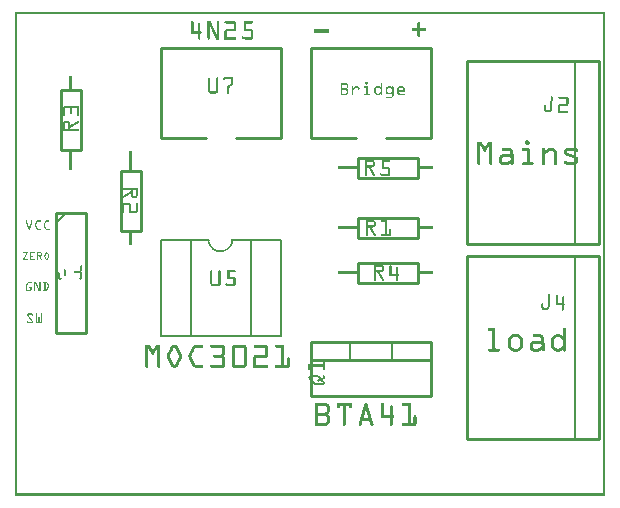
<source format=gto>
G04 MADE WITH FRITZING*
G04 WWW.FRITZING.ORG*
G04 DOUBLE SIDED*
G04 HOLES PLATED*
G04 CONTOUR ON CENTER OF CONTOUR VECTOR*
%ASAXBY*%
%FSLAX23Y23*%
%MOIN*%
%OFA0B0*%
%SFA1.0B1.0*%
%ADD10C,0.010000*%
%ADD11C,0.005000*%
%ADD12C,0.006000*%
%ADD13C,0.008000*%
%ADD14R,0.001000X0.001000*%
%LNSILK1*%
G90*
G70*
G54D10*
X1506Y799D02*
X1506Y189D01*
D02*
X1506Y189D02*
X1946Y189D01*
D02*
X1946Y189D02*
X1946Y799D01*
D02*
X1946Y799D02*
X1506Y799D01*
G54D11*
D02*
X1866Y189D02*
X1866Y799D01*
G54D10*
D02*
X1506Y1449D02*
X1506Y839D01*
D02*
X1506Y839D02*
X1946Y839D01*
D02*
X1946Y839D02*
X1946Y1449D01*
D02*
X1946Y1449D02*
X1506Y1449D01*
G54D11*
D02*
X1866Y839D02*
X1866Y1449D01*
G54D10*
D02*
X136Y944D02*
X136Y544D01*
D02*
X136Y544D02*
X236Y544D01*
D02*
X236Y544D02*
X236Y944D01*
D02*
X236Y944D02*
X136Y944D01*
G54D11*
D02*
X136Y909D02*
X171Y944D01*
G54D10*
D02*
X886Y1194D02*
X886Y1494D01*
D02*
X886Y1494D02*
X486Y1494D01*
D02*
X486Y1494D02*
X486Y1194D01*
D02*
X886Y1194D02*
X736Y1194D01*
D02*
X636Y1194D02*
X486Y1194D01*
D02*
X986Y1494D02*
X986Y1194D01*
D02*
X1386Y1494D02*
X986Y1494D01*
D02*
X1386Y1194D02*
X1386Y1494D01*
D02*
X1136Y1194D02*
X986Y1194D01*
D02*
X1386Y1194D02*
X1236Y1194D01*
D02*
X1145Y927D02*
X1345Y927D01*
D02*
X1345Y927D02*
X1345Y861D01*
D02*
X1345Y861D02*
X1145Y861D01*
D02*
X1145Y861D02*
X1145Y927D01*
D02*
X986Y514D02*
X1386Y514D01*
D02*
X1386Y514D02*
X1386Y334D01*
D02*
X1386Y334D02*
X986Y334D01*
D02*
X986Y334D02*
X986Y514D01*
D02*
X986Y514D02*
X1386Y514D01*
D02*
X1386Y514D02*
X1386Y454D01*
D02*
X1386Y454D02*
X986Y454D01*
D02*
X986Y454D02*
X986Y514D01*
G54D11*
D02*
X1116Y514D02*
X1116Y454D01*
D02*
X1256Y514D02*
X1256Y454D01*
G54D10*
D02*
X419Y1084D02*
X419Y884D01*
D02*
X419Y884D02*
X353Y884D01*
D02*
X353Y884D02*
X353Y1084D01*
D02*
X353Y1084D02*
X419Y1084D01*
D02*
X153Y1153D02*
X153Y1353D01*
D02*
X153Y1353D02*
X219Y1353D01*
D02*
X219Y1353D02*
X219Y1153D01*
D02*
X219Y1153D02*
X153Y1153D01*
D02*
X1145Y777D02*
X1345Y777D01*
D02*
X1345Y777D02*
X1345Y711D01*
D02*
X1345Y711D02*
X1145Y711D01*
D02*
X1145Y711D02*
X1145Y777D01*
D02*
X1145Y1127D02*
X1345Y1127D01*
D02*
X1345Y1127D02*
X1345Y1061D01*
D02*
X1345Y1061D02*
X1145Y1061D01*
D02*
X1145Y1061D02*
X1145Y1127D01*
G54D12*
D02*
X886Y532D02*
X886Y855D01*
D02*
X486Y855D02*
X486Y532D01*
D02*
X886Y855D02*
X786Y855D01*
D02*
X486Y855D02*
X586Y855D01*
D02*
X786Y855D02*
X786Y532D01*
G54D13*
D02*
X786Y855D02*
X726Y855D01*
G54D12*
D02*
X586Y855D02*
X586Y536D01*
D02*
X586Y855D02*
X646Y855D01*
G54D11*
D02*
X886Y532D02*
X486Y532D01*
G54D14*
X0Y1614D02*
X1967Y1614D01*
X0Y1613D02*
X1967Y1613D01*
X0Y1612D02*
X1967Y1612D01*
X0Y1611D02*
X1967Y1611D01*
X0Y1610D02*
X1967Y1610D01*
X0Y1609D02*
X1967Y1609D01*
X0Y1608D02*
X1967Y1608D01*
X0Y1607D02*
X1967Y1607D01*
X0Y1606D02*
X7Y1606D01*
X1960Y1606D02*
X1967Y1606D01*
X0Y1605D02*
X7Y1605D01*
X1960Y1605D02*
X1967Y1605D01*
X0Y1604D02*
X7Y1604D01*
X1960Y1604D02*
X1967Y1604D01*
X0Y1603D02*
X7Y1603D01*
X1960Y1603D02*
X1967Y1603D01*
X0Y1602D02*
X7Y1602D01*
X1960Y1602D02*
X1967Y1602D01*
X0Y1601D02*
X7Y1601D01*
X1960Y1601D02*
X1967Y1601D01*
X0Y1600D02*
X7Y1600D01*
X1960Y1600D02*
X1967Y1600D01*
X0Y1599D02*
X7Y1599D01*
X1960Y1599D02*
X1967Y1599D01*
X0Y1598D02*
X7Y1598D01*
X1960Y1598D02*
X1967Y1598D01*
X0Y1597D02*
X7Y1597D01*
X1960Y1597D02*
X1967Y1597D01*
X0Y1596D02*
X7Y1596D01*
X1960Y1596D02*
X1967Y1596D01*
X0Y1595D02*
X7Y1595D01*
X1960Y1595D02*
X1967Y1595D01*
X0Y1594D02*
X7Y1594D01*
X1960Y1594D02*
X1967Y1594D01*
X0Y1593D02*
X7Y1593D01*
X1960Y1593D02*
X1967Y1593D01*
X0Y1592D02*
X7Y1592D01*
X1960Y1592D02*
X1967Y1592D01*
X0Y1591D02*
X7Y1591D01*
X1960Y1591D02*
X1967Y1591D01*
X0Y1590D02*
X7Y1590D01*
X1960Y1590D02*
X1967Y1590D01*
X0Y1589D02*
X7Y1589D01*
X1960Y1589D02*
X1967Y1589D01*
X0Y1588D02*
X7Y1588D01*
X1960Y1588D02*
X1967Y1588D01*
X0Y1587D02*
X7Y1587D01*
X1960Y1587D02*
X1967Y1587D01*
X0Y1586D02*
X7Y1586D01*
X1960Y1586D02*
X1967Y1586D01*
X0Y1585D02*
X7Y1585D01*
X1960Y1585D02*
X1967Y1585D01*
X0Y1584D02*
X7Y1584D01*
X1960Y1584D02*
X1967Y1584D01*
X0Y1583D02*
X7Y1583D01*
X1960Y1583D02*
X1967Y1583D01*
X0Y1582D02*
X7Y1582D01*
X589Y1582D02*
X593Y1582D01*
X642Y1582D02*
X652Y1582D01*
X675Y1582D02*
X679Y1582D01*
X701Y1582D02*
X733Y1582D01*
X764Y1582D02*
X792Y1582D01*
X1960Y1582D02*
X1967Y1582D01*
X0Y1581D02*
X7Y1581D01*
X588Y1581D02*
X594Y1581D01*
X642Y1581D02*
X653Y1581D01*
X674Y1581D02*
X680Y1581D01*
X700Y1581D02*
X734Y1581D01*
X764Y1581D02*
X793Y1581D01*
X1347Y1581D02*
X1347Y1581D01*
X1960Y1581D02*
X1967Y1581D01*
X0Y1580D02*
X7Y1580D01*
X588Y1580D02*
X594Y1580D01*
X642Y1580D02*
X653Y1580D01*
X674Y1580D02*
X680Y1580D01*
X699Y1580D02*
X735Y1580D01*
X764Y1580D02*
X794Y1580D01*
X1344Y1580D02*
X1349Y1580D01*
X1960Y1580D02*
X1967Y1580D01*
X0Y1579D02*
X7Y1579D01*
X588Y1579D02*
X595Y1579D01*
X642Y1579D02*
X654Y1579D01*
X674Y1579D02*
X681Y1579D01*
X699Y1579D02*
X736Y1579D01*
X764Y1579D02*
X794Y1579D01*
X1343Y1579D02*
X1350Y1579D01*
X1960Y1579D02*
X1967Y1579D01*
X0Y1578D02*
X7Y1578D01*
X588Y1578D02*
X595Y1578D01*
X642Y1578D02*
X654Y1578D01*
X674Y1578D02*
X681Y1578D01*
X699Y1578D02*
X737Y1578D01*
X764Y1578D02*
X794Y1578D01*
X1343Y1578D02*
X1351Y1578D01*
X1960Y1578D02*
X1967Y1578D01*
X0Y1577D02*
X7Y1577D01*
X588Y1577D02*
X595Y1577D01*
X642Y1577D02*
X655Y1577D01*
X674Y1577D02*
X681Y1577D01*
X700Y1577D02*
X737Y1577D01*
X764Y1577D02*
X793Y1577D01*
X1342Y1577D02*
X1351Y1577D01*
X1960Y1577D02*
X1967Y1577D01*
X0Y1576D02*
X7Y1576D01*
X588Y1576D02*
X595Y1576D01*
X614Y1576D02*
X615Y1576D01*
X642Y1576D02*
X655Y1576D01*
X674Y1576D02*
X681Y1576D01*
X701Y1576D02*
X737Y1576D01*
X764Y1576D02*
X793Y1576D01*
X1342Y1576D02*
X1351Y1576D01*
X1960Y1576D02*
X1967Y1576D01*
X0Y1575D02*
X7Y1575D01*
X588Y1575D02*
X595Y1575D01*
X612Y1575D02*
X617Y1575D01*
X642Y1575D02*
X655Y1575D01*
X674Y1575D02*
X681Y1575D01*
X703Y1575D02*
X737Y1575D01*
X764Y1575D02*
X790Y1575D01*
X1342Y1575D02*
X1351Y1575D01*
X1960Y1575D02*
X1967Y1575D01*
X0Y1574D02*
X7Y1574D01*
X588Y1574D02*
X595Y1574D01*
X612Y1574D02*
X618Y1574D01*
X642Y1574D02*
X656Y1574D01*
X674Y1574D02*
X681Y1574D01*
X730Y1574D02*
X737Y1574D01*
X764Y1574D02*
X771Y1574D01*
X1342Y1574D02*
X1351Y1574D01*
X1960Y1574D02*
X1967Y1574D01*
X0Y1573D02*
X7Y1573D01*
X588Y1573D02*
X595Y1573D01*
X611Y1573D02*
X618Y1573D01*
X642Y1573D02*
X656Y1573D01*
X674Y1573D02*
X681Y1573D01*
X730Y1573D02*
X737Y1573D01*
X764Y1573D02*
X771Y1573D01*
X1342Y1573D02*
X1351Y1573D01*
X1960Y1573D02*
X1967Y1573D01*
X0Y1572D02*
X7Y1572D01*
X588Y1572D02*
X595Y1572D01*
X611Y1572D02*
X618Y1572D01*
X642Y1572D02*
X657Y1572D01*
X674Y1572D02*
X681Y1572D01*
X730Y1572D02*
X737Y1572D01*
X764Y1572D02*
X771Y1572D01*
X1342Y1572D02*
X1351Y1572D01*
X1960Y1572D02*
X1967Y1572D01*
X0Y1571D02*
X7Y1571D01*
X588Y1571D02*
X595Y1571D01*
X611Y1571D02*
X618Y1571D01*
X642Y1571D02*
X657Y1571D01*
X674Y1571D02*
X681Y1571D01*
X730Y1571D02*
X737Y1571D01*
X764Y1571D02*
X771Y1571D01*
X1342Y1571D02*
X1351Y1571D01*
X1960Y1571D02*
X1967Y1571D01*
X0Y1570D02*
X7Y1570D01*
X588Y1570D02*
X595Y1570D01*
X611Y1570D02*
X618Y1570D01*
X642Y1570D02*
X658Y1570D01*
X674Y1570D02*
X681Y1570D01*
X730Y1570D02*
X737Y1570D01*
X764Y1570D02*
X771Y1570D01*
X1342Y1570D02*
X1351Y1570D01*
X1960Y1570D02*
X1967Y1570D01*
X0Y1569D02*
X7Y1569D01*
X588Y1569D02*
X595Y1569D01*
X611Y1569D02*
X618Y1569D01*
X642Y1569D02*
X658Y1569D01*
X674Y1569D02*
X681Y1569D01*
X730Y1569D02*
X737Y1569D01*
X764Y1569D02*
X771Y1569D01*
X1342Y1569D02*
X1351Y1569D01*
X1960Y1569D02*
X1967Y1569D01*
X0Y1568D02*
X7Y1568D01*
X588Y1568D02*
X595Y1568D01*
X611Y1568D02*
X618Y1568D01*
X642Y1568D02*
X658Y1568D01*
X674Y1568D02*
X681Y1568D01*
X730Y1568D02*
X737Y1568D01*
X764Y1568D02*
X771Y1568D01*
X1342Y1568D02*
X1351Y1568D01*
X1960Y1568D02*
X1967Y1568D01*
X0Y1567D02*
X7Y1567D01*
X588Y1567D02*
X595Y1567D01*
X611Y1567D02*
X618Y1567D01*
X642Y1567D02*
X649Y1567D01*
X651Y1567D02*
X659Y1567D01*
X674Y1567D02*
X681Y1567D01*
X730Y1567D02*
X737Y1567D01*
X764Y1567D02*
X771Y1567D01*
X1342Y1567D02*
X1351Y1567D01*
X1960Y1567D02*
X1967Y1567D01*
X0Y1566D02*
X7Y1566D01*
X588Y1566D02*
X595Y1566D01*
X611Y1566D02*
X618Y1566D01*
X642Y1566D02*
X649Y1566D01*
X652Y1566D02*
X659Y1566D01*
X674Y1566D02*
X681Y1566D01*
X730Y1566D02*
X737Y1566D01*
X764Y1566D02*
X771Y1566D01*
X1342Y1566D02*
X1351Y1566D01*
X1960Y1566D02*
X1967Y1566D01*
X0Y1565D02*
X7Y1565D01*
X588Y1565D02*
X595Y1565D01*
X611Y1565D02*
X618Y1565D01*
X642Y1565D02*
X649Y1565D01*
X652Y1565D02*
X660Y1565D01*
X674Y1565D02*
X681Y1565D01*
X730Y1565D02*
X737Y1565D01*
X764Y1565D02*
X771Y1565D01*
X1342Y1565D02*
X1351Y1565D01*
X1960Y1565D02*
X1967Y1565D01*
X0Y1564D02*
X7Y1564D01*
X588Y1564D02*
X595Y1564D01*
X611Y1564D02*
X618Y1564D01*
X642Y1564D02*
X649Y1564D01*
X652Y1564D02*
X660Y1564D01*
X674Y1564D02*
X681Y1564D01*
X730Y1564D02*
X737Y1564D01*
X764Y1564D02*
X771Y1564D01*
X1342Y1564D02*
X1351Y1564D01*
X1960Y1564D02*
X1967Y1564D01*
X0Y1563D02*
X7Y1563D01*
X588Y1563D02*
X595Y1563D01*
X611Y1563D02*
X618Y1563D01*
X642Y1563D02*
X649Y1563D01*
X653Y1563D02*
X661Y1563D01*
X674Y1563D02*
X681Y1563D01*
X730Y1563D02*
X737Y1563D01*
X764Y1563D02*
X771Y1563D01*
X1342Y1563D02*
X1351Y1563D01*
X1960Y1563D02*
X1967Y1563D01*
X0Y1562D02*
X7Y1562D01*
X588Y1562D02*
X595Y1562D01*
X611Y1562D02*
X618Y1562D01*
X642Y1562D02*
X649Y1562D01*
X653Y1562D02*
X661Y1562D01*
X674Y1562D02*
X681Y1562D01*
X730Y1562D02*
X737Y1562D01*
X764Y1562D02*
X771Y1562D01*
X1342Y1562D02*
X1351Y1562D01*
X1960Y1562D02*
X1967Y1562D01*
X0Y1561D02*
X7Y1561D01*
X588Y1561D02*
X595Y1561D01*
X611Y1561D02*
X618Y1561D01*
X642Y1561D02*
X649Y1561D01*
X654Y1561D02*
X662Y1561D01*
X674Y1561D02*
X681Y1561D01*
X730Y1561D02*
X737Y1561D01*
X764Y1561D02*
X771Y1561D01*
X1326Y1561D02*
X1367Y1561D01*
X1960Y1561D02*
X1967Y1561D01*
X0Y1560D02*
X7Y1560D01*
X588Y1560D02*
X595Y1560D01*
X611Y1560D02*
X618Y1560D01*
X642Y1560D02*
X649Y1560D01*
X654Y1560D02*
X662Y1560D01*
X674Y1560D02*
X681Y1560D01*
X730Y1560D02*
X737Y1560D01*
X764Y1560D02*
X771Y1560D01*
X1324Y1560D02*
X1369Y1560D01*
X1960Y1560D02*
X1967Y1560D01*
X0Y1559D02*
X7Y1559D01*
X588Y1559D02*
X595Y1559D01*
X611Y1559D02*
X618Y1559D01*
X642Y1559D02*
X649Y1559D01*
X655Y1559D02*
X662Y1559D01*
X674Y1559D02*
X681Y1559D01*
X730Y1559D02*
X737Y1559D01*
X764Y1559D02*
X771Y1559D01*
X1323Y1559D02*
X1370Y1559D01*
X1960Y1559D02*
X1967Y1559D01*
X0Y1558D02*
X7Y1558D01*
X588Y1558D02*
X595Y1558D01*
X611Y1558D02*
X618Y1558D01*
X642Y1558D02*
X649Y1558D01*
X655Y1558D02*
X663Y1558D01*
X674Y1558D02*
X681Y1558D01*
X730Y1558D02*
X737Y1558D01*
X764Y1558D02*
X771Y1558D01*
X1323Y1558D02*
X1371Y1558D01*
X1960Y1558D02*
X1967Y1558D01*
X0Y1557D02*
X7Y1557D01*
X588Y1557D02*
X595Y1557D01*
X611Y1557D02*
X618Y1557D01*
X642Y1557D02*
X649Y1557D01*
X656Y1557D02*
X663Y1557D01*
X674Y1557D02*
X681Y1557D01*
X730Y1557D02*
X737Y1557D01*
X764Y1557D02*
X771Y1557D01*
X1002Y1557D02*
X1043Y1557D01*
X1322Y1557D02*
X1371Y1557D01*
X1960Y1557D02*
X1967Y1557D01*
X0Y1556D02*
X7Y1556D01*
X588Y1556D02*
X595Y1556D01*
X611Y1556D02*
X618Y1556D01*
X642Y1556D02*
X649Y1556D01*
X656Y1556D02*
X664Y1556D01*
X674Y1556D02*
X681Y1556D01*
X705Y1556D02*
X737Y1556D01*
X764Y1556D02*
X788Y1556D01*
X1000Y1556D02*
X1045Y1556D01*
X1322Y1556D02*
X1371Y1556D01*
X1960Y1556D02*
X1967Y1556D01*
X0Y1555D02*
X7Y1555D01*
X588Y1555D02*
X595Y1555D01*
X611Y1555D02*
X618Y1555D01*
X642Y1555D02*
X649Y1555D01*
X656Y1555D02*
X664Y1555D01*
X674Y1555D02*
X681Y1555D01*
X703Y1555D02*
X737Y1555D01*
X764Y1555D02*
X790Y1555D01*
X999Y1555D02*
X1046Y1555D01*
X1323Y1555D02*
X1371Y1555D01*
X1960Y1555D02*
X1967Y1555D01*
X0Y1554D02*
X7Y1554D01*
X588Y1554D02*
X595Y1554D01*
X611Y1554D02*
X618Y1554D01*
X642Y1554D02*
X649Y1554D01*
X657Y1554D02*
X665Y1554D01*
X674Y1554D02*
X681Y1554D01*
X702Y1554D02*
X737Y1554D01*
X764Y1554D02*
X791Y1554D01*
X999Y1554D02*
X1047Y1554D01*
X1323Y1554D02*
X1371Y1554D01*
X1960Y1554D02*
X1967Y1554D01*
X0Y1553D02*
X7Y1553D01*
X588Y1553D02*
X595Y1553D01*
X611Y1553D02*
X618Y1553D01*
X642Y1553D02*
X649Y1553D01*
X657Y1553D02*
X665Y1553D01*
X674Y1553D02*
X681Y1553D01*
X701Y1553D02*
X737Y1553D01*
X764Y1553D02*
X792Y1553D01*
X999Y1553D02*
X1047Y1553D01*
X1323Y1553D02*
X1370Y1553D01*
X1960Y1553D02*
X1967Y1553D01*
X0Y1552D02*
X7Y1552D01*
X588Y1552D02*
X595Y1552D01*
X611Y1552D02*
X618Y1552D01*
X642Y1552D02*
X649Y1552D01*
X658Y1552D02*
X665Y1552D01*
X674Y1552D02*
X681Y1552D01*
X700Y1552D02*
X736Y1552D01*
X764Y1552D02*
X793Y1552D01*
X998Y1552D02*
X1047Y1552D01*
X1325Y1552D02*
X1369Y1552D01*
X1960Y1552D02*
X1967Y1552D01*
X0Y1551D02*
X7Y1551D01*
X588Y1551D02*
X595Y1551D01*
X611Y1551D02*
X618Y1551D01*
X642Y1551D02*
X649Y1551D01*
X658Y1551D02*
X666Y1551D01*
X674Y1551D02*
X681Y1551D01*
X700Y1551D02*
X735Y1551D01*
X764Y1551D02*
X793Y1551D01*
X998Y1551D02*
X1047Y1551D01*
X1342Y1551D02*
X1351Y1551D01*
X1960Y1551D02*
X1967Y1551D01*
X0Y1550D02*
X7Y1550D01*
X588Y1550D02*
X595Y1550D01*
X611Y1550D02*
X618Y1550D01*
X642Y1550D02*
X649Y1550D01*
X659Y1550D02*
X666Y1550D01*
X674Y1550D02*
X681Y1550D01*
X699Y1550D02*
X734Y1550D01*
X764Y1550D02*
X794Y1550D01*
X998Y1550D02*
X1047Y1550D01*
X1342Y1550D02*
X1351Y1550D01*
X1960Y1550D02*
X1967Y1550D01*
X0Y1549D02*
X7Y1549D01*
X588Y1549D02*
X620Y1549D01*
X642Y1549D02*
X649Y1549D01*
X659Y1549D02*
X667Y1549D01*
X674Y1549D02*
X681Y1549D01*
X699Y1549D02*
X733Y1549D01*
X764Y1549D02*
X794Y1549D01*
X998Y1549D02*
X1047Y1549D01*
X1342Y1549D02*
X1351Y1549D01*
X1960Y1549D02*
X1967Y1549D01*
X0Y1548D02*
X7Y1548D01*
X588Y1548D02*
X621Y1548D01*
X642Y1548D02*
X649Y1548D01*
X659Y1548D02*
X667Y1548D01*
X674Y1548D02*
X681Y1548D01*
X699Y1548D02*
X706Y1548D01*
X787Y1548D02*
X794Y1548D01*
X998Y1548D02*
X1047Y1548D01*
X1342Y1548D02*
X1351Y1548D01*
X1960Y1548D02*
X1967Y1548D01*
X0Y1547D02*
X7Y1547D01*
X588Y1547D02*
X622Y1547D01*
X642Y1547D02*
X649Y1547D01*
X660Y1547D02*
X668Y1547D01*
X674Y1547D02*
X681Y1547D01*
X699Y1547D02*
X706Y1547D01*
X787Y1547D02*
X794Y1547D01*
X999Y1547D02*
X1047Y1547D01*
X1342Y1547D02*
X1351Y1547D01*
X1960Y1547D02*
X1967Y1547D01*
X0Y1546D02*
X7Y1546D01*
X588Y1546D02*
X622Y1546D01*
X642Y1546D02*
X649Y1546D01*
X660Y1546D02*
X668Y1546D01*
X674Y1546D02*
X681Y1546D01*
X699Y1546D02*
X706Y1546D01*
X787Y1546D02*
X794Y1546D01*
X999Y1546D02*
X1047Y1546D01*
X1342Y1546D02*
X1351Y1546D01*
X1960Y1546D02*
X1967Y1546D01*
X0Y1545D02*
X7Y1545D01*
X588Y1545D02*
X622Y1545D01*
X642Y1545D02*
X649Y1545D01*
X661Y1545D02*
X669Y1545D01*
X674Y1545D02*
X681Y1545D01*
X699Y1545D02*
X706Y1545D01*
X787Y1545D02*
X794Y1545D01*
X999Y1545D02*
X1046Y1545D01*
X1342Y1545D02*
X1351Y1545D01*
X1960Y1545D02*
X1967Y1545D01*
X0Y1544D02*
X7Y1544D01*
X588Y1544D02*
X622Y1544D01*
X642Y1544D02*
X649Y1544D01*
X661Y1544D02*
X669Y1544D01*
X674Y1544D02*
X681Y1544D01*
X699Y1544D02*
X706Y1544D01*
X787Y1544D02*
X794Y1544D01*
X1000Y1544D02*
X1045Y1544D01*
X1342Y1544D02*
X1351Y1544D01*
X1960Y1544D02*
X1967Y1544D01*
X0Y1543D02*
X7Y1543D01*
X588Y1543D02*
X621Y1543D01*
X642Y1543D02*
X649Y1543D01*
X662Y1543D02*
X669Y1543D01*
X674Y1543D02*
X681Y1543D01*
X699Y1543D02*
X706Y1543D01*
X787Y1543D02*
X794Y1543D01*
X1002Y1543D02*
X1043Y1543D01*
X1342Y1543D02*
X1351Y1543D01*
X1960Y1543D02*
X1967Y1543D01*
X0Y1542D02*
X7Y1542D01*
X588Y1542D02*
X620Y1542D01*
X642Y1542D02*
X649Y1542D01*
X662Y1542D02*
X670Y1542D01*
X674Y1542D02*
X681Y1542D01*
X699Y1542D02*
X706Y1542D01*
X787Y1542D02*
X794Y1542D01*
X1342Y1542D02*
X1351Y1542D01*
X1960Y1542D02*
X1967Y1542D01*
X0Y1541D02*
X7Y1541D01*
X611Y1541D02*
X618Y1541D01*
X642Y1541D02*
X649Y1541D01*
X663Y1541D02*
X670Y1541D01*
X674Y1541D02*
X681Y1541D01*
X699Y1541D02*
X706Y1541D01*
X787Y1541D02*
X794Y1541D01*
X1342Y1541D02*
X1351Y1541D01*
X1960Y1541D02*
X1967Y1541D01*
X0Y1540D02*
X7Y1540D01*
X611Y1540D02*
X618Y1540D01*
X642Y1540D02*
X649Y1540D01*
X663Y1540D02*
X671Y1540D01*
X674Y1540D02*
X681Y1540D01*
X699Y1540D02*
X706Y1540D01*
X787Y1540D02*
X794Y1540D01*
X1342Y1540D02*
X1351Y1540D01*
X1960Y1540D02*
X1967Y1540D01*
X0Y1539D02*
X7Y1539D01*
X611Y1539D02*
X618Y1539D01*
X642Y1539D02*
X649Y1539D01*
X663Y1539D02*
X671Y1539D01*
X674Y1539D02*
X681Y1539D01*
X699Y1539D02*
X706Y1539D01*
X787Y1539D02*
X794Y1539D01*
X1342Y1539D02*
X1351Y1539D01*
X1960Y1539D02*
X1967Y1539D01*
X0Y1538D02*
X7Y1538D01*
X611Y1538D02*
X618Y1538D01*
X642Y1538D02*
X649Y1538D01*
X664Y1538D02*
X672Y1538D01*
X674Y1538D02*
X681Y1538D01*
X699Y1538D02*
X706Y1538D01*
X787Y1538D02*
X794Y1538D01*
X1342Y1538D02*
X1351Y1538D01*
X1960Y1538D02*
X1967Y1538D01*
X0Y1537D02*
X7Y1537D01*
X611Y1537D02*
X618Y1537D01*
X642Y1537D02*
X649Y1537D01*
X664Y1537D02*
X672Y1537D01*
X674Y1537D02*
X681Y1537D01*
X699Y1537D02*
X706Y1537D01*
X787Y1537D02*
X794Y1537D01*
X1342Y1537D02*
X1351Y1537D01*
X1960Y1537D02*
X1967Y1537D01*
X0Y1536D02*
X7Y1536D01*
X611Y1536D02*
X618Y1536D01*
X642Y1536D02*
X649Y1536D01*
X665Y1536D02*
X681Y1536D01*
X699Y1536D02*
X706Y1536D01*
X787Y1536D02*
X794Y1536D01*
X1342Y1536D02*
X1351Y1536D01*
X1960Y1536D02*
X1967Y1536D01*
X0Y1535D02*
X7Y1535D01*
X611Y1535D02*
X618Y1535D01*
X642Y1535D02*
X649Y1535D01*
X665Y1535D02*
X681Y1535D01*
X699Y1535D02*
X706Y1535D01*
X787Y1535D02*
X794Y1535D01*
X1342Y1535D02*
X1351Y1535D01*
X1960Y1535D02*
X1967Y1535D01*
X0Y1534D02*
X7Y1534D01*
X611Y1534D02*
X618Y1534D01*
X642Y1534D02*
X649Y1534D01*
X666Y1534D02*
X681Y1534D01*
X699Y1534D02*
X706Y1534D01*
X787Y1534D02*
X794Y1534D01*
X1343Y1534D02*
X1351Y1534D01*
X1960Y1534D02*
X1967Y1534D01*
X0Y1533D02*
X7Y1533D01*
X611Y1533D02*
X618Y1533D01*
X642Y1533D02*
X649Y1533D01*
X666Y1533D02*
X681Y1533D01*
X699Y1533D02*
X706Y1533D01*
X787Y1533D02*
X794Y1533D01*
X1343Y1533D02*
X1350Y1533D01*
X1960Y1533D02*
X1967Y1533D01*
X0Y1532D02*
X7Y1532D01*
X611Y1532D02*
X618Y1532D01*
X642Y1532D02*
X649Y1532D01*
X667Y1532D02*
X681Y1532D01*
X699Y1532D02*
X706Y1532D01*
X757Y1532D02*
X761Y1532D01*
X787Y1532D02*
X794Y1532D01*
X1345Y1532D02*
X1349Y1532D01*
X1960Y1532D02*
X1967Y1532D01*
X0Y1531D02*
X7Y1531D01*
X611Y1531D02*
X618Y1531D01*
X642Y1531D02*
X649Y1531D01*
X667Y1531D02*
X681Y1531D01*
X699Y1531D02*
X706Y1531D01*
X757Y1531D02*
X764Y1531D01*
X787Y1531D02*
X794Y1531D01*
X1960Y1531D02*
X1967Y1531D01*
X0Y1530D02*
X7Y1530D01*
X611Y1530D02*
X618Y1530D01*
X642Y1530D02*
X649Y1530D01*
X667Y1530D02*
X681Y1530D01*
X699Y1530D02*
X706Y1530D01*
X756Y1530D02*
X766Y1530D01*
X787Y1530D02*
X794Y1530D01*
X1960Y1530D02*
X1967Y1530D01*
X0Y1529D02*
X7Y1529D01*
X611Y1529D02*
X618Y1529D01*
X642Y1529D02*
X649Y1529D01*
X668Y1529D02*
X681Y1529D01*
X699Y1529D02*
X735Y1529D01*
X756Y1529D02*
X794Y1529D01*
X1960Y1529D02*
X1967Y1529D01*
X0Y1528D02*
X7Y1528D01*
X611Y1528D02*
X618Y1528D01*
X642Y1528D02*
X649Y1528D01*
X668Y1528D02*
X681Y1528D01*
X699Y1528D02*
X736Y1528D01*
X756Y1528D02*
X794Y1528D01*
X1960Y1528D02*
X1967Y1528D01*
X0Y1527D02*
X7Y1527D01*
X611Y1527D02*
X618Y1527D01*
X642Y1527D02*
X649Y1527D01*
X669Y1527D02*
X681Y1527D01*
X699Y1527D02*
X737Y1527D01*
X756Y1527D02*
X794Y1527D01*
X1960Y1527D02*
X1967Y1527D01*
X0Y1526D02*
X7Y1526D01*
X611Y1526D02*
X618Y1526D01*
X642Y1526D02*
X649Y1526D01*
X669Y1526D02*
X681Y1526D01*
X699Y1526D02*
X737Y1526D01*
X757Y1526D02*
X793Y1526D01*
X1960Y1526D02*
X1967Y1526D01*
X0Y1525D02*
X7Y1525D01*
X611Y1525D02*
X618Y1525D01*
X643Y1525D02*
X649Y1525D01*
X670Y1525D02*
X681Y1525D01*
X699Y1525D02*
X737Y1525D01*
X759Y1525D02*
X793Y1525D01*
X1960Y1525D02*
X1967Y1525D01*
X0Y1524D02*
X7Y1524D01*
X611Y1524D02*
X618Y1524D01*
X643Y1524D02*
X649Y1524D01*
X670Y1524D02*
X681Y1524D01*
X699Y1524D02*
X737Y1524D01*
X761Y1524D02*
X792Y1524D01*
X1960Y1524D02*
X1967Y1524D01*
X0Y1523D02*
X7Y1523D01*
X612Y1523D02*
X617Y1523D01*
X643Y1523D02*
X648Y1523D01*
X670Y1523D02*
X681Y1523D01*
X699Y1523D02*
X736Y1523D01*
X763Y1523D02*
X791Y1523D01*
X1960Y1523D02*
X1967Y1523D01*
X0Y1522D02*
X7Y1522D01*
X613Y1522D02*
X616Y1522D01*
X645Y1522D02*
X647Y1522D01*
X671Y1522D02*
X681Y1522D01*
X699Y1522D02*
X735Y1522D01*
X766Y1522D02*
X789Y1522D01*
X1960Y1522D02*
X1967Y1522D01*
X0Y1521D02*
X7Y1521D01*
X1960Y1521D02*
X1967Y1521D01*
X0Y1520D02*
X7Y1520D01*
X1960Y1520D02*
X1967Y1520D01*
X0Y1519D02*
X7Y1519D01*
X1960Y1519D02*
X1967Y1519D01*
X0Y1518D02*
X7Y1518D01*
X1960Y1518D02*
X1967Y1518D01*
X0Y1517D02*
X7Y1517D01*
X1960Y1517D02*
X1967Y1517D01*
X0Y1516D02*
X7Y1516D01*
X1960Y1516D02*
X1967Y1516D01*
X0Y1515D02*
X7Y1515D01*
X1960Y1515D02*
X1967Y1515D01*
X0Y1514D02*
X7Y1514D01*
X1960Y1514D02*
X1967Y1514D01*
X0Y1513D02*
X7Y1513D01*
X1960Y1513D02*
X1967Y1513D01*
X0Y1512D02*
X7Y1512D01*
X1960Y1512D02*
X1967Y1512D01*
X0Y1511D02*
X7Y1511D01*
X1960Y1511D02*
X1967Y1511D01*
X0Y1510D02*
X7Y1510D01*
X1960Y1510D02*
X1967Y1510D01*
X0Y1509D02*
X7Y1509D01*
X1960Y1509D02*
X1967Y1509D01*
X0Y1508D02*
X7Y1508D01*
X1960Y1508D02*
X1967Y1508D01*
X0Y1507D02*
X7Y1507D01*
X1960Y1507D02*
X1967Y1507D01*
X0Y1506D02*
X7Y1506D01*
X1960Y1506D02*
X1967Y1506D01*
X0Y1505D02*
X7Y1505D01*
X1960Y1505D02*
X1967Y1505D01*
X0Y1504D02*
X7Y1504D01*
X1960Y1504D02*
X1967Y1504D01*
X0Y1503D02*
X7Y1503D01*
X1960Y1503D02*
X1967Y1503D01*
X0Y1502D02*
X7Y1502D01*
X1960Y1502D02*
X1967Y1502D01*
X0Y1501D02*
X7Y1501D01*
X1960Y1501D02*
X1967Y1501D01*
X0Y1500D02*
X7Y1500D01*
X1960Y1500D02*
X1967Y1500D01*
X0Y1499D02*
X7Y1499D01*
X1960Y1499D02*
X1967Y1499D01*
X0Y1498D02*
X7Y1498D01*
X1960Y1498D02*
X1967Y1498D01*
X0Y1497D02*
X7Y1497D01*
X1960Y1497D02*
X1967Y1497D01*
X0Y1496D02*
X7Y1496D01*
X1960Y1496D02*
X1967Y1496D01*
X0Y1495D02*
X7Y1495D01*
X1960Y1495D02*
X1967Y1495D01*
X0Y1494D02*
X7Y1494D01*
X1960Y1494D02*
X1967Y1494D01*
X0Y1493D02*
X7Y1493D01*
X1960Y1493D02*
X1967Y1493D01*
X0Y1492D02*
X7Y1492D01*
X1960Y1492D02*
X1967Y1492D01*
X0Y1491D02*
X7Y1491D01*
X1960Y1491D02*
X1967Y1491D01*
X0Y1490D02*
X7Y1490D01*
X1960Y1490D02*
X1967Y1490D01*
X0Y1489D02*
X7Y1489D01*
X1960Y1489D02*
X1967Y1489D01*
X0Y1488D02*
X7Y1488D01*
X1960Y1488D02*
X1967Y1488D01*
X0Y1487D02*
X7Y1487D01*
X1960Y1487D02*
X1967Y1487D01*
X0Y1486D02*
X7Y1486D01*
X1960Y1486D02*
X1967Y1486D01*
X0Y1485D02*
X7Y1485D01*
X1960Y1485D02*
X1967Y1485D01*
X0Y1484D02*
X7Y1484D01*
X1960Y1484D02*
X1967Y1484D01*
X0Y1483D02*
X7Y1483D01*
X1960Y1483D02*
X1967Y1483D01*
X0Y1482D02*
X7Y1482D01*
X1960Y1482D02*
X1967Y1482D01*
X0Y1481D02*
X7Y1481D01*
X1960Y1481D02*
X1967Y1481D01*
X0Y1480D02*
X7Y1480D01*
X1960Y1480D02*
X1967Y1480D01*
X0Y1479D02*
X7Y1479D01*
X1960Y1479D02*
X1967Y1479D01*
X0Y1478D02*
X7Y1478D01*
X1960Y1478D02*
X1967Y1478D01*
X0Y1477D02*
X7Y1477D01*
X1960Y1477D02*
X1967Y1477D01*
X0Y1476D02*
X7Y1476D01*
X1960Y1476D02*
X1967Y1476D01*
X0Y1475D02*
X7Y1475D01*
X1960Y1475D02*
X1967Y1475D01*
X0Y1474D02*
X7Y1474D01*
X1960Y1474D02*
X1967Y1474D01*
X0Y1473D02*
X7Y1473D01*
X1960Y1473D02*
X1967Y1473D01*
X0Y1472D02*
X7Y1472D01*
X1960Y1472D02*
X1967Y1472D01*
X0Y1471D02*
X7Y1471D01*
X1960Y1471D02*
X1967Y1471D01*
X0Y1470D02*
X7Y1470D01*
X1960Y1470D02*
X1967Y1470D01*
X0Y1469D02*
X7Y1469D01*
X1960Y1469D02*
X1967Y1469D01*
X0Y1468D02*
X7Y1468D01*
X1960Y1468D02*
X1967Y1468D01*
X0Y1467D02*
X7Y1467D01*
X1960Y1467D02*
X1967Y1467D01*
X0Y1466D02*
X7Y1466D01*
X1960Y1466D02*
X1967Y1466D01*
X0Y1465D02*
X7Y1465D01*
X1960Y1465D02*
X1967Y1465D01*
X0Y1464D02*
X7Y1464D01*
X1960Y1464D02*
X1967Y1464D01*
X0Y1463D02*
X7Y1463D01*
X1960Y1463D02*
X1967Y1463D01*
X0Y1462D02*
X7Y1462D01*
X1960Y1462D02*
X1967Y1462D01*
X0Y1461D02*
X7Y1461D01*
X1960Y1461D02*
X1967Y1461D01*
X0Y1460D02*
X7Y1460D01*
X1960Y1460D02*
X1967Y1460D01*
X0Y1459D02*
X7Y1459D01*
X1960Y1459D02*
X1967Y1459D01*
X0Y1458D02*
X7Y1458D01*
X1960Y1458D02*
X1967Y1458D01*
X0Y1457D02*
X7Y1457D01*
X1960Y1457D02*
X1967Y1457D01*
X0Y1456D02*
X7Y1456D01*
X1960Y1456D02*
X1967Y1456D01*
X0Y1455D02*
X7Y1455D01*
X1960Y1455D02*
X1967Y1455D01*
X0Y1454D02*
X7Y1454D01*
X1960Y1454D02*
X1967Y1454D01*
X0Y1453D02*
X7Y1453D01*
X1960Y1453D02*
X1967Y1453D01*
X0Y1452D02*
X7Y1452D01*
X1960Y1452D02*
X1967Y1452D01*
X0Y1451D02*
X7Y1451D01*
X1960Y1451D02*
X1967Y1451D01*
X0Y1450D02*
X7Y1450D01*
X1960Y1450D02*
X1967Y1450D01*
X0Y1449D02*
X7Y1449D01*
X1960Y1449D02*
X1967Y1449D01*
X0Y1448D02*
X7Y1448D01*
X1960Y1448D02*
X1967Y1448D01*
X0Y1447D02*
X7Y1447D01*
X1960Y1447D02*
X1967Y1447D01*
X0Y1446D02*
X7Y1446D01*
X1960Y1446D02*
X1967Y1446D01*
X0Y1445D02*
X7Y1445D01*
X1960Y1445D02*
X1967Y1445D01*
X0Y1444D02*
X7Y1444D01*
X1960Y1444D02*
X1967Y1444D01*
X0Y1443D02*
X7Y1443D01*
X1960Y1443D02*
X1967Y1443D01*
X0Y1442D02*
X7Y1442D01*
X1960Y1442D02*
X1967Y1442D01*
X0Y1441D02*
X7Y1441D01*
X1960Y1441D02*
X1967Y1441D01*
X0Y1440D02*
X7Y1440D01*
X1960Y1440D02*
X1967Y1440D01*
X0Y1439D02*
X7Y1439D01*
X1960Y1439D02*
X1967Y1439D01*
X0Y1438D02*
X7Y1438D01*
X1960Y1438D02*
X1967Y1438D01*
X0Y1437D02*
X7Y1437D01*
X1960Y1437D02*
X1967Y1437D01*
X0Y1436D02*
X7Y1436D01*
X1960Y1436D02*
X1967Y1436D01*
X0Y1435D02*
X7Y1435D01*
X1960Y1435D02*
X1967Y1435D01*
X0Y1434D02*
X7Y1434D01*
X1960Y1434D02*
X1967Y1434D01*
X0Y1433D02*
X7Y1433D01*
X1960Y1433D02*
X1967Y1433D01*
X0Y1432D02*
X7Y1432D01*
X1960Y1432D02*
X1967Y1432D01*
X0Y1431D02*
X7Y1431D01*
X1960Y1431D02*
X1967Y1431D01*
X0Y1430D02*
X7Y1430D01*
X1960Y1430D02*
X1967Y1430D01*
X0Y1429D02*
X7Y1429D01*
X1960Y1429D02*
X1967Y1429D01*
X0Y1428D02*
X7Y1428D01*
X1960Y1428D02*
X1967Y1428D01*
X0Y1427D02*
X7Y1427D01*
X1960Y1427D02*
X1967Y1427D01*
X0Y1426D02*
X7Y1426D01*
X1960Y1426D02*
X1967Y1426D01*
X0Y1425D02*
X7Y1425D01*
X1960Y1425D02*
X1967Y1425D01*
X0Y1424D02*
X7Y1424D01*
X1960Y1424D02*
X1967Y1424D01*
X0Y1423D02*
X7Y1423D01*
X1960Y1423D02*
X1967Y1423D01*
X0Y1422D02*
X7Y1422D01*
X1960Y1422D02*
X1967Y1422D01*
X0Y1421D02*
X7Y1421D01*
X1960Y1421D02*
X1967Y1421D01*
X0Y1420D02*
X7Y1420D01*
X1960Y1420D02*
X1967Y1420D01*
X0Y1419D02*
X7Y1419D01*
X1960Y1419D02*
X1967Y1419D01*
X0Y1418D02*
X7Y1418D01*
X1960Y1418D02*
X1967Y1418D01*
X0Y1417D02*
X7Y1417D01*
X1960Y1417D02*
X1967Y1417D01*
X0Y1416D02*
X7Y1416D01*
X1960Y1416D02*
X1967Y1416D01*
X0Y1415D02*
X7Y1415D01*
X1960Y1415D02*
X1967Y1415D01*
X0Y1414D02*
X7Y1414D01*
X1960Y1414D02*
X1967Y1414D01*
X0Y1413D02*
X7Y1413D01*
X1960Y1413D02*
X1967Y1413D01*
X0Y1412D02*
X7Y1412D01*
X1960Y1412D02*
X1967Y1412D01*
X0Y1411D02*
X7Y1411D01*
X1960Y1411D02*
X1967Y1411D01*
X0Y1410D02*
X7Y1410D01*
X1960Y1410D02*
X1967Y1410D01*
X0Y1409D02*
X7Y1409D01*
X1960Y1409D02*
X1967Y1409D01*
X0Y1408D02*
X7Y1408D01*
X1960Y1408D02*
X1967Y1408D01*
X0Y1407D02*
X7Y1407D01*
X1960Y1407D02*
X1967Y1407D01*
X0Y1406D02*
X7Y1406D01*
X1960Y1406D02*
X1967Y1406D01*
X0Y1405D02*
X7Y1405D01*
X1960Y1405D02*
X1967Y1405D01*
X0Y1404D02*
X7Y1404D01*
X1960Y1404D02*
X1967Y1404D01*
X0Y1403D02*
X7Y1403D01*
X1960Y1403D02*
X1967Y1403D01*
X0Y1402D02*
X7Y1402D01*
X1960Y1402D02*
X1967Y1402D01*
X0Y1401D02*
X7Y1401D01*
X181Y1401D02*
X190Y1401D01*
X1960Y1401D02*
X1967Y1401D01*
X0Y1400D02*
X7Y1400D01*
X181Y1400D02*
X190Y1400D01*
X1960Y1400D02*
X1967Y1400D01*
X0Y1399D02*
X7Y1399D01*
X181Y1399D02*
X190Y1399D01*
X1960Y1399D02*
X1967Y1399D01*
X0Y1398D02*
X7Y1398D01*
X181Y1398D02*
X190Y1398D01*
X1960Y1398D02*
X1967Y1398D01*
X0Y1397D02*
X7Y1397D01*
X181Y1397D02*
X190Y1397D01*
X1960Y1397D02*
X1967Y1397D01*
X0Y1396D02*
X7Y1396D01*
X181Y1396D02*
X190Y1396D01*
X1960Y1396D02*
X1967Y1396D01*
X0Y1395D02*
X7Y1395D01*
X181Y1395D02*
X190Y1395D01*
X646Y1395D02*
X648Y1395D01*
X673Y1395D02*
X675Y1395D01*
X696Y1395D02*
X727Y1395D01*
X1960Y1395D02*
X1967Y1395D01*
X0Y1394D02*
X7Y1394D01*
X181Y1394D02*
X190Y1394D01*
X645Y1394D02*
X649Y1394D01*
X672Y1394D02*
X676Y1394D01*
X694Y1394D02*
X727Y1394D01*
X1960Y1394D02*
X1967Y1394D01*
X0Y1393D02*
X7Y1393D01*
X181Y1393D02*
X190Y1393D01*
X644Y1393D02*
X649Y1393D01*
X671Y1393D02*
X677Y1393D01*
X694Y1393D02*
X727Y1393D01*
X1960Y1393D02*
X1967Y1393D01*
X0Y1392D02*
X7Y1392D01*
X181Y1392D02*
X190Y1392D01*
X644Y1392D02*
X650Y1392D01*
X671Y1392D02*
X677Y1392D01*
X694Y1392D02*
X727Y1392D01*
X1960Y1392D02*
X1967Y1392D01*
X0Y1391D02*
X7Y1391D01*
X181Y1391D02*
X190Y1391D01*
X644Y1391D02*
X650Y1391D01*
X671Y1391D02*
X677Y1391D01*
X694Y1391D02*
X727Y1391D01*
X1960Y1391D02*
X1967Y1391D01*
X0Y1390D02*
X7Y1390D01*
X181Y1390D02*
X190Y1390D01*
X644Y1390D02*
X650Y1390D01*
X671Y1390D02*
X677Y1390D01*
X694Y1390D02*
X727Y1390D01*
X1960Y1390D02*
X1967Y1390D01*
X0Y1389D02*
X7Y1389D01*
X181Y1389D02*
X190Y1389D01*
X644Y1389D02*
X650Y1389D01*
X671Y1389D02*
X677Y1389D01*
X694Y1389D02*
X727Y1389D01*
X1960Y1389D02*
X1967Y1389D01*
X0Y1388D02*
X7Y1388D01*
X181Y1388D02*
X190Y1388D01*
X644Y1388D02*
X650Y1388D01*
X671Y1388D02*
X677Y1388D01*
X694Y1388D02*
X700Y1388D01*
X721Y1388D02*
X727Y1388D01*
X1960Y1388D02*
X1967Y1388D01*
X0Y1387D02*
X7Y1387D01*
X181Y1387D02*
X190Y1387D01*
X644Y1387D02*
X650Y1387D01*
X671Y1387D02*
X677Y1387D01*
X694Y1387D02*
X699Y1387D01*
X721Y1387D02*
X727Y1387D01*
X1960Y1387D02*
X1967Y1387D01*
X0Y1386D02*
X7Y1386D01*
X181Y1386D02*
X190Y1386D01*
X644Y1386D02*
X650Y1386D01*
X671Y1386D02*
X677Y1386D01*
X695Y1386D02*
X698Y1386D01*
X721Y1386D02*
X727Y1386D01*
X1960Y1386D02*
X1967Y1386D01*
X0Y1385D02*
X7Y1385D01*
X181Y1385D02*
X190Y1385D01*
X644Y1385D02*
X650Y1385D01*
X671Y1385D02*
X677Y1385D01*
X721Y1385D02*
X727Y1385D01*
X1960Y1385D02*
X1967Y1385D01*
X0Y1384D02*
X7Y1384D01*
X181Y1384D02*
X190Y1384D01*
X644Y1384D02*
X650Y1384D01*
X671Y1384D02*
X677Y1384D01*
X721Y1384D02*
X727Y1384D01*
X1960Y1384D02*
X1967Y1384D01*
X0Y1383D02*
X7Y1383D01*
X181Y1383D02*
X190Y1383D01*
X644Y1383D02*
X650Y1383D01*
X671Y1383D02*
X677Y1383D01*
X721Y1383D02*
X727Y1383D01*
X1960Y1383D02*
X1967Y1383D01*
X0Y1382D02*
X7Y1382D01*
X181Y1382D02*
X190Y1382D01*
X644Y1382D02*
X650Y1382D01*
X671Y1382D02*
X677Y1382D01*
X721Y1382D02*
X727Y1382D01*
X1960Y1382D02*
X1967Y1382D01*
X0Y1381D02*
X7Y1381D01*
X181Y1381D02*
X190Y1381D01*
X644Y1381D02*
X650Y1381D01*
X671Y1381D02*
X677Y1381D01*
X721Y1381D02*
X727Y1381D01*
X1960Y1381D02*
X1967Y1381D01*
X0Y1380D02*
X7Y1380D01*
X181Y1380D02*
X190Y1380D01*
X644Y1380D02*
X650Y1380D01*
X671Y1380D02*
X677Y1380D01*
X721Y1380D02*
X727Y1380D01*
X1960Y1380D02*
X1967Y1380D01*
X0Y1379D02*
X7Y1379D01*
X181Y1379D02*
X190Y1379D01*
X644Y1379D02*
X650Y1379D01*
X671Y1379D02*
X677Y1379D01*
X721Y1379D02*
X727Y1379D01*
X1170Y1379D02*
X1174Y1379D01*
X1960Y1379D02*
X1967Y1379D01*
X0Y1378D02*
X7Y1378D01*
X181Y1378D02*
X190Y1378D01*
X644Y1378D02*
X650Y1378D01*
X671Y1378D02*
X677Y1378D01*
X721Y1378D02*
X727Y1378D01*
X1169Y1378D02*
X1175Y1378D01*
X1960Y1378D02*
X1967Y1378D01*
X0Y1377D02*
X7Y1377D01*
X181Y1377D02*
X190Y1377D01*
X644Y1377D02*
X650Y1377D01*
X671Y1377D02*
X677Y1377D01*
X721Y1377D02*
X727Y1377D01*
X1086Y1377D02*
X1101Y1377D01*
X1169Y1377D02*
X1176Y1377D01*
X1222Y1377D02*
X1222Y1377D01*
X1960Y1377D02*
X1967Y1377D01*
X0Y1376D02*
X7Y1376D01*
X181Y1376D02*
X190Y1376D01*
X644Y1376D02*
X650Y1376D01*
X671Y1376D02*
X677Y1376D01*
X721Y1376D02*
X727Y1376D01*
X1086Y1376D02*
X1105Y1376D01*
X1169Y1376D02*
X1176Y1376D01*
X1220Y1376D02*
X1224Y1376D01*
X1960Y1376D02*
X1967Y1376D01*
X0Y1375D02*
X7Y1375D01*
X181Y1375D02*
X190Y1375D01*
X644Y1375D02*
X650Y1375D01*
X671Y1375D02*
X677Y1375D01*
X720Y1375D02*
X727Y1375D01*
X1086Y1375D02*
X1106Y1375D01*
X1169Y1375D02*
X1176Y1375D01*
X1220Y1375D02*
X1224Y1375D01*
X1960Y1375D02*
X1967Y1375D01*
X0Y1374D02*
X7Y1374D01*
X181Y1374D02*
X190Y1374D01*
X644Y1374D02*
X650Y1374D01*
X671Y1374D02*
X677Y1374D01*
X719Y1374D02*
X727Y1374D01*
X1086Y1374D02*
X1108Y1374D01*
X1169Y1374D02*
X1176Y1374D01*
X1220Y1374D02*
X1224Y1374D01*
X1960Y1374D02*
X1967Y1374D01*
X0Y1373D02*
X7Y1373D01*
X181Y1373D02*
X190Y1373D01*
X644Y1373D02*
X650Y1373D01*
X671Y1373D02*
X677Y1373D01*
X718Y1373D02*
X727Y1373D01*
X1086Y1373D02*
X1108Y1373D01*
X1169Y1373D02*
X1175Y1373D01*
X1220Y1373D02*
X1224Y1373D01*
X1960Y1373D02*
X1967Y1373D01*
X0Y1372D02*
X7Y1372D01*
X181Y1372D02*
X190Y1372D01*
X644Y1372D02*
X650Y1372D01*
X671Y1372D02*
X677Y1372D01*
X717Y1372D02*
X726Y1372D01*
X1086Y1372D02*
X1109Y1372D01*
X1171Y1372D02*
X1174Y1372D01*
X1220Y1372D02*
X1224Y1372D01*
X1960Y1372D02*
X1967Y1372D01*
X0Y1371D02*
X7Y1371D01*
X181Y1371D02*
X190Y1371D01*
X644Y1371D02*
X650Y1371D01*
X671Y1371D02*
X677Y1371D01*
X716Y1371D02*
X725Y1371D01*
X1086Y1371D02*
X1090Y1371D01*
X1104Y1371D02*
X1110Y1371D01*
X1220Y1371D02*
X1224Y1371D01*
X1960Y1371D02*
X1967Y1371D01*
X0Y1370D02*
X7Y1370D01*
X181Y1370D02*
X190Y1370D01*
X644Y1370D02*
X650Y1370D01*
X671Y1370D02*
X677Y1370D01*
X714Y1370D02*
X724Y1370D01*
X1086Y1370D02*
X1090Y1370D01*
X1105Y1370D02*
X1110Y1370D01*
X1220Y1370D02*
X1224Y1370D01*
X1960Y1370D02*
X1967Y1370D01*
X0Y1369D02*
X7Y1369D01*
X181Y1369D02*
X190Y1369D01*
X644Y1369D02*
X650Y1369D01*
X671Y1369D02*
X677Y1369D01*
X713Y1369D02*
X723Y1369D01*
X1086Y1369D02*
X1090Y1369D01*
X1106Y1369D02*
X1110Y1369D01*
X1220Y1369D02*
X1224Y1369D01*
X1960Y1369D02*
X1967Y1369D01*
X0Y1368D02*
X7Y1368D01*
X181Y1368D02*
X190Y1368D01*
X644Y1368D02*
X650Y1368D01*
X671Y1368D02*
X677Y1368D01*
X712Y1368D02*
X722Y1368D01*
X1086Y1368D02*
X1090Y1368D01*
X1106Y1368D02*
X1111Y1368D01*
X1220Y1368D02*
X1224Y1368D01*
X1960Y1368D02*
X1967Y1368D01*
X0Y1367D02*
X7Y1367D01*
X181Y1367D02*
X190Y1367D01*
X644Y1367D02*
X650Y1367D01*
X671Y1367D02*
X677Y1367D01*
X711Y1367D02*
X721Y1367D01*
X1086Y1367D02*
X1090Y1367D01*
X1106Y1367D02*
X1111Y1367D01*
X1220Y1367D02*
X1224Y1367D01*
X1960Y1367D02*
X1967Y1367D01*
X0Y1366D02*
X7Y1366D01*
X181Y1366D02*
X190Y1366D01*
X644Y1366D02*
X650Y1366D01*
X671Y1366D02*
X677Y1366D01*
X710Y1366D02*
X720Y1366D01*
X1086Y1366D02*
X1090Y1366D01*
X1106Y1366D02*
X1111Y1366D01*
X1220Y1366D02*
X1224Y1366D01*
X1960Y1366D02*
X1967Y1366D01*
X0Y1365D02*
X7Y1365D01*
X181Y1365D02*
X190Y1365D01*
X644Y1365D02*
X650Y1365D01*
X671Y1365D02*
X677Y1365D01*
X709Y1365D02*
X718Y1365D01*
X1086Y1365D02*
X1090Y1365D01*
X1106Y1365D02*
X1111Y1365D01*
X1124Y1365D02*
X1127Y1365D01*
X1134Y1365D02*
X1144Y1365D01*
X1164Y1365D02*
X1175Y1365D01*
X1205Y1365D02*
X1215Y1365D01*
X1220Y1365D02*
X1224Y1365D01*
X1243Y1365D02*
X1253Y1365D01*
X1258Y1365D02*
X1261Y1365D01*
X1281Y1365D02*
X1294Y1365D01*
X1960Y1365D02*
X1967Y1365D01*
X0Y1364D02*
X7Y1364D01*
X181Y1364D02*
X190Y1364D01*
X644Y1364D02*
X650Y1364D01*
X671Y1364D02*
X677Y1364D01*
X708Y1364D02*
X717Y1364D01*
X1086Y1364D02*
X1090Y1364D01*
X1106Y1364D02*
X1111Y1364D01*
X1124Y1364D02*
X1128Y1364D01*
X1133Y1364D02*
X1146Y1364D01*
X1164Y1364D02*
X1176Y1364D01*
X1204Y1364D02*
X1217Y1364D01*
X1220Y1364D02*
X1224Y1364D01*
X1241Y1364D02*
X1255Y1364D01*
X1258Y1364D02*
X1262Y1364D01*
X1279Y1364D02*
X1295Y1364D01*
X1960Y1364D02*
X1967Y1364D01*
X0Y1363D02*
X7Y1363D01*
X181Y1363D02*
X190Y1363D01*
X644Y1363D02*
X650Y1363D01*
X671Y1363D02*
X677Y1363D01*
X708Y1363D02*
X716Y1363D01*
X1086Y1363D02*
X1090Y1363D01*
X1106Y1363D02*
X1111Y1363D01*
X1123Y1363D02*
X1128Y1363D01*
X1132Y1363D02*
X1147Y1363D01*
X1164Y1363D02*
X1176Y1363D01*
X1202Y1363D02*
X1218Y1363D01*
X1220Y1363D02*
X1224Y1363D01*
X1240Y1363D02*
X1256Y1363D01*
X1258Y1363D02*
X1262Y1363D01*
X1278Y1363D02*
X1296Y1363D01*
X1960Y1363D02*
X1967Y1363D01*
X0Y1362D02*
X7Y1362D01*
X181Y1362D02*
X190Y1362D01*
X644Y1362D02*
X650Y1362D01*
X671Y1362D02*
X677Y1362D01*
X707Y1362D02*
X715Y1362D01*
X1086Y1362D02*
X1090Y1362D01*
X1106Y1362D02*
X1110Y1362D01*
X1123Y1362D02*
X1128Y1362D01*
X1131Y1362D02*
X1147Y1362D01*
X1164Y1362D02*
X1176Y1362D01*
X1201Y1362D02*
X1224Y1362D01*
X1239Y1362D02*
X1262Y1362D01*
X1277Y1362D02*
X1297Y1362D01*
X1960Y1362D02*
X1967Y1362D01*
X0Y1361D02*
X7Y1361D01*
X181Y1361D02*
X190Y1361D01*
X644Y1361D02*
X650Y1361D01*
X671Y1361D02*
X677Y1361D01*
X707Y1361D02*
X714Y1361D01*
X1086Y1361D02*
X1090Y1361D01*
X1105Y1361D02*
X1110Y1361D01*
X1123Y1361D02*
X1128Y1361D01*
X1130Y1361D02*
X1148Y1361D01*
X1165Y1361D02*
X1176Y1361D01*
X1200Y1361D02*
X1224Y1361D01*
X1238Y1361D02*
X1262Y1361D01*
X1276Y1361D02*
X1298Y1361D01*
X1960Y1361D02*
X1967Y1361D01*
X0Y1360D02*
X7Y1360D01*
X181Y1360D02*
X190Y1360D01*
X644Y1360D02*
X650Y1360D01*
X671Y1360D02*
X677Y1360D01*
X707Y1360D02*
X713Y1360D01*
X1086Y1360D02*
X1090Y1360D01*
X1104Y1360D02*
X1110Y1360D01*
X1123Y1360D02*
X1136Y1360D01*
X1143Y1360D02*
X1148Y1360D01*
X1172Y1360D02*
X1176Y1360D01*
X1200Y1360D02*
X1206Y1360D01*
X1214Y1360D02*
X1224Y1360D01*
X1238Y1360D02*
X1244Y1360D01*
X1252Y1360D02*
X1262Y1360D01*
X1275Y1360D02*
X1282Y1360D01*
X1293Y1360D02*
X1299Y1360D01*
X1960Y1360D02*
X1967Y1360D01*
X0Y1359D02*
X7Y1359D01*
X181Y1359D02*
X190Y1359D01*
X644Y1359D02*
X650Y1359D01*
X671Y1359D02*
X677Y1359D01*
X707Y1359D02*
X713Y1359D01*
X1086Y1359D02*
X1109Y1359D01*
X1123Y1359D02*
X1134Y1359D01*
X1144Y1359D02*
X1148Y1359D01*
X1172Y1359D02*
X1176Y1359D01*
X1199Y1359D02*
X1205Y1359D01*
X1216Y1359D02*
X1224Y1359D01*
X1237Y1359D02*
X1243Y1359D01*
X1253Y1359D02*
X1262Y1359D01*
X1275Y1359D02*
X1280Y1359D01*
X1294Y1359D02*
X1299Y1359D01*
X1960Y1359D02*
X1967Y1359D01*
X0Y1358D02*
X7Y1358D01*
X181Y1358D02*
X190Y1358D01*
X644Y1358D02*
X650Y1358D01*
X671Y1358D02*
X677Y1358D01*
X707Y1358D02*
X713Y1358D01*
X1086Y1358D02*
X1108Y1358D01*
X1123Y1358D02*
X1133Y1358D01*
X1144Y1358D02*
X1149Y1358D01*
X1172Y1358D02*
X1176Y1358D01*
X1199Y1358D02*
X1204Y1358D01*
X1217Y1358D02*
X1224Y1358D01*
X1237Y1358D02*
X1242Y1358D01*
X1255Y1358D02*
X1262Y1358D01*
X1275Y1358D02*
X1279Y1358D01*
X1295Y1358D02*
X1300Y1358D01*
X1960Y1358D02*
X1967Y1358D01*
X0Y1357D02*
X7Y1357D01*
X181Y1357D02*
X190Y1357D01*
X644Y1357D02*
X650Y1357D01*
X671Y1357D02*
X677Y1357D01*
X707Y1357D02*
X713Y1357D01*
X1086Y1357D02*
X1107Y1357D01*
X1123Y1357D02*
X1132Y1357D01*
X1144Y1357D02*
X1149Y1357D01*
X1172Y1357D02*
X1176Y1357D01*
X1199Y1357D02*
X1203Y1357D01*
X1218Y1357D02*
X1224Y1357D01*
X1237Y1357D02*
X1241Y1357D01*
X1256Y1357D02*
X1262Y1357D01*
X1275Y1357D02*
X1279Y1357D01*
X1295Y1357D02*
X1300Y1357D01*
X1960Y1357D02*
X1967Y1357D01*
X0Y1356D02*
X7Y1356D01*
X181Y1356D02*
X190Y1356D01*
X644Y1356D02*
X650Y1356D01*
X671Y1356D02*
X677Y1356D01*
X707Y1356D02*
X713Y1356D01*
X1086Y1356D02*
X1108Y1356D01*
X1123Y1356D02*
X1131Y1356D01*
X1144Y1356D02*
X1148Y1356D01*
X1172Y1356D02*
X1176Y1356D01*
X1199Y1356D02*
X1203Y1356D01*
X1219Y1356D02*
X1224Y1356D01*
X1237Y1356D02*
X1241Y1356D01*
X1257Y1356D02*
X1262Y1356D01*
X1275Y1356D02*
X1279Y1356D01*
X1295Y1356D02*
X1300Y1356D01*
X1960Y1356D02*
X1967Y1356D01*
X0Y1355D02*
X7Y1355D01*
X181Y1355D02*
X190Y1355D01*
X644Y1355D02*
X650Y1355D01*
X671Y1355D02*
X677Y1355D01*
X707Y1355D02*
X713Y1355D01*
X1086Y1355D02*
X1109Y1355D01*
X1123Y1355D02*
X1130Y1355D01*
X1145Y1355D02*
X1148Y1355D01*
X1172Y1355D02*
X1176Y1355D01*
X1199Y1355D02*
X1203Y1355D01*
X1220Y1355D02*
X1224Y1355D01*
X1237Y1355D02*
X1241Y1355D01*
X1257Y1355D02*
X1262Y1355D01*
X1275Y1355D02*
X1279Y1355D01*
X1295Y1355D02*
X1300Y1355D01*
X1960Y1355D02*
X1967Y1355D01*
X0Y1354D02*
X7Y1354D01*
X181Y1354D02*
X190Y1354D01*
X644Y1354D02*
X650Y1354D01*
X671Y1354D02*
X677Y1354D01*
X707Y1354D02*
X713Y1354D01*
X1086Y1354D02*
X1090Y1354D01*
X1101Y1354D02*
X1109Y1354D01*
X1123Y1354D02*
X1129Y1354D01*
X1172Y1354D02*
X1176Y1354D01*
X1199Y1354D02*
X1203Y1354D01*
X1220Y1354D02*
X1224Y1354D01*
X1237Y1354D02*
X1241Y1354D01*
X1258Y1354D02*
X1262Y1354D01*
X1275Y1354D02*
X1279Y1354D01*
X1295Y1354D02*
X1300Y1354D01*
X1960Y1354D02*
X1967Y1354D01*
X0Y1353D02*
X7Y1353D01*
X644Y1353D02*
X650Y1353D01*
X671Y1353D02*
X677Y1353D01*
X707Y1353D02*
X713Y1353D01*
X1086Y1353D02*
X1090Y1353D01*
X1104Y1353D02*
X1110Y1353D01*
X1123Y1353D02*
X1128Y1353D01*
X1172Y1353D02*
X1176Y1353D01*
X1199Y1353D02*
X1203Y1353D01*
X1220Y1353D02*
X1224Y1353D01*
X1237Y1353D02*
X1241Y1353D01*
X1258Y1353D02*
X1262Y1353D01*
X1275Y1353D02*
X1279Y1353D01*
X1295Y1353D02*
X1300Y1353D01*
X1960Y1353D02*
X1967Y1353D01*
X0Y1352D02*
X7Y1352D01*
X644Y1352D02*
X650Y1352D01*
X671Y1352D02*
X677Y1352D01*
X707Y1352D02*
X713Y1352D01*
X1086Y1352D02*
X1090Y1352D01*
X1105Y1352D02*
X1110Y1352D01*
X1123Y1352D02*
X1128Y1352D01*
X1172Y1352D02*
X1176Y1352D01*
X1199Y1352D02*
X1203Y1352D01*
X1220Y1352D02*
X1224Y1352D01*
X1237Y1352D02*
X1241Y1352D01*
X1258Y1352D02*
X1262Y1352D01*
X1275Y1352D02*
X1300Y1352D01*
X1960Y1352D02*
X1967Y1352D01*
X0Y1351D02*
X7Y1351D01*
X644Y1351D02*
X650Y1351D01*
X671Y1351D02*
X677Y1351D01*
X707Y1351D02*
X713Y1351D01*
X1086Y1351D02*
X1090Y1351D01*
X1106Y1351D02*
X1110Y1351D01*
X1123Y1351D02*
X1128Y1351D01*
X1172Y1351D02*
X1176Y1351D01*
X1199Y1351D02*
X1203Y1351D01*
X1220Y1351D02*
X1224Y1351D01*
X1237Y1351D02*
X1241Y1351D01*
X1258Y1351D02*
X1262Y1351D01*
X1275Y1351D02*
X1300Y1351D01*
X1960Y1351D02*
X1967Y1351D01*
X0Y1350D02*
X7Y1350D01*
X644Y1350D02*
X650Y1350D01*
X671Y1350D02*
X677Y1350D01*
X707Y1350D02*
X713Y1350D01*
X1086Y1350D02*
X1090Y1350D01*
X1106Y1350D02*
X1111Y1350D01*
X1123Y1350D02*
X1128Y1350D01*
X1172Y1350D02*
X1176Y1350D01*
X1199Y1350D02*
X1203Y1350D01*
X1220Y1350D02*
X1224Y1350D01*
X1237Y1350D02*
X1241Y1350D01*
X1258Y1350D02*
X1262Y1350D01*
X1275Y1350D02*
X1300Y1350D01*
X1960Y1350D02*
X1967Y1350D01*
X0Y1349D02*
X7Y1349D01*
X644Y1349D02*
X651Y1349D01*
X670Y1349D02*
X677Y1349D01*
X707Y1349D02*
X713Y1349D01*
X1086Y1349D02*
X1090Y1349D01*
X1106Y1349D02*
X1111Y1349D01*
X1123Y1349D02*
X1128Y1349D01*
X1172Y1349D02*
X1176Y1349D01*
X1199Y1349D02*
X1203Y1349D01*
X1220Y1349D02*
X1224Y1349D01*
X1237Y1349D02*
X1241Y1349D01*
X1257Y1349D02*
X1262Y1349D01*
X1275Y1349D02*
X1299Y1349D01*
X1960Y1349D02*
X1967Y1349D01*
X0Y1348D02*
X7Y1348D01*
X644Y1348D02*
X677Y1348D01*
X707Y1348D02*
X713Y1348D01*
X1086Y1348D02*
X1090Y1348D01*
X1106Y1348D02*
X1111Y1348D01*
X1123Y1348D02*
X1128Y1348D01*
X1172Y1348D02*
X1176Y1348D01*
X1199Y1348D02*
X1203Y1348D01*
X1220Y1348D02*
X1224Y1348D01*
X1237Y1348D02*
X1241Y1348D01*
X1256Y1348D02*
X1262Y1348D01*
X1275Y1348D02*
X1299Y1348D01*
X1960Y1348D02*
X1967Y1348D01*
X0Y1347D02*
X7Y1347D01*
X645Y1347D02*
X676Y1347D01*
X707Y1347D02*
X713Y1347D01*
X1086Y1347D02*
X1090Y1347D01*
X1106Y1347D02*
X1111Y1347D01*
X1123Y1347D02*
X1128Y1347D01*
X1172Y1347D02*
X1176Y1347D01*
X1199Y1347D02*
X1203Y1347D01*
X1220Y1347D02*
X1224Y1347D01*
X1237Y1347D02*
X1241Y1347D01*
X1255Y1347D02*
X1262Y1347D01*
X1275Y1347D02*
X1279Y1347D01*
X1960Y1347D02*
X1967Y1347D01*
X0Y1346D02*
X7Y1346D01*
X645Y1346D02*
X676Y1346D01*
X707Y1346D02*
X713Y1346D01*
X1086Y1346D02*
X1090Y1346D01*
X1106Y1346D02*
X1111Y1346D01*
X1123Y1346D02*
X1128Y1346D01*
X1172Y1346D02*
X1176Y1346D01*
X1199Y1346D02*
X1203Y1346D01*
X1219Y1346D02*
X1224Y1346D01*
X1237Y1346D02*
X1242Y1346D01*
X1254Y1346D02*
X1262Y1346D01*
X1275Y1346D02*
X1279Y1346D01*
X1960Y1346D02*
X1967Y1346D01*
X0Y1345D02*
X7Y1345D01*
X646Y1345D02*
X675Y1345D01*
X707Y1345D02*
X713Y1345D01*
X1086Y1345D02*
X1090Y1345D01*
X1106Y1345D02*
X1111Y1345D01*
X1123Y1345D02*
X1128Y1345D01*
X1172Y1345D02*
X1176Y1345D01*
X1199Y1345D02*
X1203Y1345D01*
X1218Y1345D02*
X1224Y1345D01*
X1237Y1345D02*
X1243Y1345D01*
X1253Y1345D02*
X1262Y1345D01*
X1275Y1345D02*
X1279Y1345D01*
X1960Y1345D02*
X1967Y1345D01*
X0Y1344D02*
X7Y1344D01*
X647Y1344D02*
X674Y1344D01*
X708Y1344D02*
X713Y1344D01*
X1086Y1344D02*
X1090Y1344D01*
X1106Y1344D02*
X1110Y1344D01*
X1123Y1344D02*
X1128Y1344D01*
X1172Y1344D02*
X1176Y1344D01*
X1199Y1344D02*
X1204Y1344D01*
X1217Y1344D02*
X1224Y1344D01*
X1238Y1344D02*
X1244Y1344D01*
X1252Y1344D02*
X1262Y1344D01*
X1275Y1344D02*
X1280Y1344D01*
X1960Y1344D02*
X1967Y1344D01*
X0Y1343D02*
X7Y1343D01*
X648Y1343D02*
X673Y1343D01*
X708Y1343D02*
X713Y1343D01*
X1086Y1343D02*
X1090Y1343D01*
X1105Y1343D02*
X1110Y1343D01*
X1123Y1343D02*
X1128Y1343D01*
X1172Y1343D02*
X1176Y1343D01*
X1199Y1343D02*
X1205Y1343D01*
X1215Y1343D02*
X1224Y1343D01*
X1239Y1343D02*
X1262Y1343D01*
X1275Y1343D02*
X1281Y1343D01*
X1960Y1343D02*
X1967Y1343D01*
X0Y1342D02*
X7Y1342D01*
X650Y1342D02*
X671Y1342D01*
X709Y1342D02*
X712Y1342D01*
X1086Y1342D02*
X1090Y1342D01*
X1103Y1342D02*
X1110Y1342D01*
X1123Y1342D02*
X1128Y1342D01*
X1172Y1342D02*
X1176Y1342D01*
X1200Y1342D02*
X1206Y1342D01*
X1214Y1342D02*
X1224Y1342D01*
X1239Y1342D02*
X1262Y1342D01*
X1275Y1342D02*
X1282Y1342D01*
X1960Y1342D02*
X1967Y1342D01*
X0Y1341D02*
X7Y1341D01*
X1086Y1341D02*
X1109Y1341D01*
X1123Y1341D02*
X1128Y1341D01*
X1165Y1341D02*
X1182Y1341D01*
X1200Y1341D02*
X1224Y1341D01*
X1241Y1341D02*
X1256Y1341D01*
X1258Y1341D02*
X1262Y1341D01*
X1276Y1341D02*
X1298Y1341D01*
X1960Y1341D02*
X1967Y1341D01*
X0Y1340D02*
X7Y1340D01*
X1086Y1340D02*
X1108Y1340D01*
X1123Y1340D02*
X1128Y1340D01*
X1164Y1340D02*
X1183Y1340D01*
X1201Y1340D02*
X1224Y1340D01*
X1242Y1340D02*
X1254Y1340D01*
X1258Y1340D02*
X1262Y1340D01*
X1277Y1340D02*
X1299Y1340D01*
X1960Y1340D02*
X1967Y1340D01*
X0Y1339D02*
X7Y1339D01*
X1086Y1339D02*
X1107Y1339D01*
X1123Y1339D02*
X1128Y1339D01*
X1164Y1339D02*
X1184Y1339D01*
X1202Y1339D02*
X1218Y1339D01*
X1220Y1339D02*
X1224Y1339D01*
X1243Y1339D02*
X1252Y1339D01*
X1258Y1339D02*
X1262Y1339D01*
X1278Y1339D02*
X1300Y1339D01*
X1960Y1339D02*
X1967Y1339D01*
X0Y1338D02*
X7Y1338D01*
X1086Y1338D02*
X1106Y1338D01*
X1124Y1338D02*
X1128Y1338D01*
X1164Y1338D02*
X1184Y1338D01*
X1204Y1338D02*
X1217Y1338D01*
X1220Y1338D02*
X1224Y1338D01*
X1258Y1338D02*
X1262Y1338D01*
X1279Y1338D02*
X1300Y1338D01*
X1960Y1338D02*
X1967Y1338D01*
X0Y1337D02*
X7Y1337D01*
X1086Y1337D02*
X1104Y1337D01*
X1124Y1337D02*
X1127Y1337D01*
X1165Y1337D02*
X1183Y1337D01*
X1205Y1337D02*
X1215Y1337D01*
X1221Y1337D02*
X1223Y1337D01*
X1258Y1337D02*
X1262Y1337D01*
X1281Y1337D02*
X1299Y1337D01*
X1960Y1337D02*
X1967Y1337D01*
X0Y1336D02*
X7Y1336D01*
X1258Y1336D02*
X1262Y1336D01*
X1960Y1336D02*
X1967Y1336D01*
X0Y1335D02*
X7Y1335D01*
X1258Y1335D02*
X1262Y1335D01*
X1960Y1335D02*
X1967Y1335D01*
X0Y1334D02*
X7Y1334D01*
X1257Y1334D02*
X1262Y1334D01*
X1960Y1334D02*
X1967Y1334D01*
X0Y1333D02*
X7Y1333D01*
X1257Y1333D02*
X1262Y1333D01*
X1960Y1333D02*
X1967Y1333D01*
X0Y1332D02*
X7Y1332D01*
X1256Y1332D02*
X1261Y1332D01*
X1789Y1332D02*
X1789Y1332D01*
X1960Y1332D02*
X1967Y1332D01*
X0Y1331D02*
X7Y1331D01*
X1255Y1331D02*
X1261Y1331D01*
X1787Y1331D02*
X1791Y1331D01*
X1814Y1331D02*
X1819Y1331D01*
X1960Y1331D02*
X1967Y1331D01*
X0Y1330D02*
X7Y1330D01*
X1241Y1330D02*
X1260Y1330D01*
X1786Y1330D02*
X1792Y1330D01*
X1813Y1330D02*
X1840Y1330D01*
X1960Y1330D02*
X1967Y1330D01*
X0Y1329D02*
X7Y1329D01*
X1240Y1329D02*
X1259Y1329D01*
X1786Y1329D02*
X1792Y1329D01*
X1812Y1329D02*
X1842Y1329D01*
X1960Y1329D02*
X1967Y1329D01*
X0Y1328D02*
X7Y1328D01*
X1239Y1328D02*
X1258Y1328D01*
X1786Y1328D02*
X1792Y1328D01*
X1812Y1328D02*
X1843Y1328D01*
X1960Y1328D02*
X1967Y1328D01*
X0Y1327D02*
X7Y1327D01*
X1239Y1327D02*
X1257Y1327D01*
X1786Y1327D02*
X1792Y1327D01*
X1812Y1327D02*
X1844Y1327D01*
X1960Y1327D02*
X1967Y1327D01*
X0Y1326D02*
X7Y1326D01*
X1240Y1326D02*
X1256Y1326D01*
X1786Y1326D02*
X1792Y1326D01*
X1812Y1326D02*
X1845Y1326D01*
X1960Y1326D02*
X1967Y1326D01*
X0Y1325D02*
X7Y1325D01*
X1786Y1325D02*
X1792Y1325D01*
X1813Y1325D02*
X1845Y1325D01*
X1960Y1325D02*
X1967Y1325D01*
X0Y1324D02*
X7Y1324D01*
X1786Y1324D02*
X1792Y1324D01*
X1819Y1324D02*
X1845Y1324D01*
X1960Y1324D02*
X1967Y1324D01*
X0Y1323D02*
X7Y1323D01*
X1786Y1323D02*
X1792Y1323D01*
X1839Y1323D02*
X1845Y1323D01*
X1960Y1323D02*
X1967Y1323D01*
X0Y1322D02*
X7Y1322D01*
X1786Y1322D02*
X1792Y1322D01*
X1839Y1322D02*
X1845Y1322D01*
X1960Y1322D02*
X1967Y1322D01*
X0Y1321D02*
X7Y1321D01*
X1786Y1321D02*
X1792Y1321D01*
X1839Y1321D02*
X1845Y1321D01*
X1960Y1321D02*
X1967Y1321D01*
X0Y1320D02*
X7Y1320D01*
X1786Y1320D02*
X1792Y1320D01*
X1839Y1320D02*
X1845Y1320D01*
X1960Y1320D02*
X1967Y1320D01*
X0Y1319D02*
X7Y1319D01*
X1786Y1319D02*
X1792Y1319D01*
X1839Y1319D02*
X1845Y1319D01*
X1960Y1319D02*
X1967Y1319D01*
X0Y1318D02*
X7Y1318D01*
X1786Y1318D02*
X1792Y1318D01*
X1839Y1318D02*
X1845Y1318D01*
X1960Y1318D02*
X1967Y1318D01*
X0Y1317D02*
X7Y1317D01*
X1786Y1317D02*
X1792Y1317D01*
X1839Y1317D02*
X1845Y1317D01*
X1960Y1317D02*
X1967Y1317D01*
X0Y1316D02*
X7Y1316D01*
X1786Y1316D02*
X1792Y1316D01*
X1839Y1316D02*
X1845Y1316D01*
X1960Y1316D02*
X1967Y1316D01*
X0Y1315D02*
X7Y1315D01*
X1785Y1315D02*
X1791Y1315D01*
X1839Y1315D02*
X1845Y1315D01*
X1960Y1315D02*
X1967Y1315D01*
X0Y1314D02*
X7Y1314D01*
X1785Y1314D02*
X1791Y1314D01*
X1839Y1314D02*
X1845Y1314D01*
X1960Y1314D02*
X1967Y1314D01*
X0Y1313D02*
X7Y1313D01*
X1785Y1313D02*
X1791Y1313D01*
X1839Y1313D02*
X1845Y1313D01*
X1960Y1313D02*
X1967Y1313D01*
X0Y1312D02*
X7Y1312D01*
X1785Y1312D02*
X1791Y1312D01*
X1839Y1312D02*
X1845Y1312D01*
X1960Y1312D02*
X1967Y1312D01*
X0Y1311D02*
X7Y1311D01*
X1785Y1311D02*
X1791Y1311D01*
X1839Y1311D02*
X1845Y1311D01*
X1960Y1311D02*
X1967Y1311D01*
X0Y1310D02*
X7Y1310D01*
X1785Y1310D02*
X1791Y1310D01*
X1839Y1310D02*
X1845Y1310D01*
X1960Y1310D02*
X1967Y1310D01*
X0Y1309D02*
X7Y1309D01*
X1785Y1309D02*
X1791Y1309D01*
X1839Y1309D02*
X1845Y1309D01*
X1960Y1309D02*
X1967Y1309D01*
X0Y1308D02*
X7Y1308D01*
X1785Y1308D02*
X1791Y1308D01*
X1839Y1308D02*
X1845Y1308D01*
X1960Y1308D02*
X1967Y1308D01*
X0Y1307D02*
X7Y1307D01*
X1785Y1307D02*
X1791Y1307D01*
X1815Y1307D02*
X1829Y1307D01*
X1839Y1307D02*
X1845Y1307D01*
X1960Y1307D02*
X1967Y1307D01*
X0Y1306D02*
X7Y1306D01*
X1785Y1306D02*
X1791Y1306D01*
X1814Y1306D02*
X1845Y1306D01*
X1960Y1306D02*
X1967Y1306D01*
X0Y1305D02*
X7Y1305D01*
X1785Y1305D02*
X1791Y1305D01*
X1813Y1305D02*
X1844Y1305D01*
X1960Y1305D02*
X1967Y1305D01*
X0Y1304D02*
X7Y1304D01*
X1785Y1304D02*
X1791Y1304D01*
X1812Y1304D02*
X1844Y1304D01*
X1960Y1304D02*
X1967Y1304D01*
X0Y1303D02*
X7Y1303D01*
X1766Y1303D02*
X1768Y1303D01*
X1785Y1303D02*
X1791Y1303D01*
X1811Y1303D02*
X1844Y1303D01*
X1960Y1303D02*
X1967Y1303D01*
X0Y1302D02*
X7Y1302D01*
X1765Y1302D02*
X1769Y1302D01*
X1785Y1302D02*
X1791Y1302D01*
X1811Y1302D02*
X1843Y1302D01*
X1960Y1302D02*
X1967Y1302D01*
X0Y1301D02*
X7Y1301D01*
X1765Y1301D02*
X1770Y1301D01*
X1785Y1301D02*
X1791Y1301D01*
X1811Y1301D02*
X1842Y1301D01*
X1960Y1301D02*
X1967Y1301D01*
X0Y1300D02*
X7Y1300D01*
X166Y1300D02*
X182Y1300D01*
X193Y1300D02*
X208Y1300D01*
X1764Y1300D02*
X1770Y1300D01*
X1785Y1300D02*
X1791Y1300D01*
X1811Y1300D02*
X1817Y1300D01*
X1832Y1300D02*
X1839Y1300D01*
X1960Y1300D02*
X1967Y1300D01*
X0Y1299D02*
X7Y1299D01*
X164Y1299D02*
X184Y1299D01*
X190Y1299D02*
X211Y1299D01*
X1764Y1299D02*
X1770Y1299D01*
X1785Y1299D02*
X1791Y1299D01*
X1811Y1299D02*
X1817Y1299D01*
X1960Y1299D02*
X1967Y1299D01*
X0Y1298D02*
X7Y1298D01*
X163Y1298D02*
X186Y1298D01*
X188Y1298D02*
X212Y1298D01*
X1764Y1298D02*
X1770Y1298D01*
X1785Y1298D02*
X1791Y1298D01*
X1811Y1298D02*
X1817Y1298D01*
X1960Y1298D02*
X1967Y1298D01*
X0Y1297D02*
X7Y1297D01*
X162Y1297D02*
X213Y1297D01*
X1764Y1297D02*
X1770Y1297D01*
X1785Y1297D02*
X1791Y1297D01*
X1811Y1297D02*
X1817Y1297D01*
X1960Y1297D02*
X1967Y1297D01*
X0Y1296D02*
X7Y1296D01*
X161Y1296D02*
X213Y1296D01*
X1764Y1296D02*
X1770Y1296D01*
X1785Y1296D02*
X1791Y1296D01*
X1811Y1296D02*
X1817Y1296D01*
X1960Y1296D02*
X1967Y1296D01*
X0Y1295D02*
X7Y1295D01*
X161Y1295D02*
X214Y1295D01*
X1764Y1295D02*
X1770Y1295D01*
X1785Y1295D02*
X1791Y1295D01*
X1811Y1295D02*
X1817Y1295D01*
X1960Y1295D02*
X1967Y1295D01*
X0Y1294D02*
X7Y1294D01*
X161Y1294D02*
X214Y1294D01*
X1764Y1294D02*
X1770Y1294D01*
X1785Y1294D02*
X1791Y1294D01*
X1811Y1294D02*
X1817Y1294D01*
X1960Y1294D02*
X1967Y1294D01*
X0Y1293D02*
X7Y1293D01*
X161Y1293D02*
X167Y1293D01*
X182Y1293D02*
X193Y1293D01*
X208Y1293D02*
X214Y1293D01*
X1764Y1293D02*
X1770Y1293D01*
X1785Y1293D02*
X1791Y1293D01*
X1811Y1293D02*
X1817Y1293D01*
X1960Y1293D02*
X1967Y1293D01*
X0Y1292D02*
X7Y1292D01*
X161Y1292D02*
X167Y1292D01*
X183Y1292D02*
X191Y1292D01*
X208Y1292D02*
X214Y1292D01*
X1764Y1292D02*
X1770Y1292D01*
X1785Y1292D02*
X1791Y1292D01*
X1811Y1292D02*
X1817Y1292D01*
X1960Y1292D02*
X1967Y1292D01*
X0Y1291D02*
X7Y1291D01*
X161Y1291D02*
X167Y1291D01*
X184Y1291D02*
X191Y1291D01*
X208Y1291D02*
X214Y1291D01*
X1764Y1291D02*
X1770Y1291D01*
X1785Y1291D02*
X1791Y1291D01*
X1811Y1291D02*
X1817Y1291D01*
X1960Y1291D02*
X1967Y1291D01*
X0Y1290D02*
X7Y1290D01*
X161Y1290D02*
X167Y1290D01*
X184Y1290D02*
X190Y1290D01*
X208Y1290D02*
X214Y1290D01*
X1764Y1290D02*
X1770Y1290D01*
X1785Y1290D02*
X1791Y1290D01*
X1811Y1290D02*
X1817Y1290D01*
X1960Y1290D02*
X1967Y1290D01*
X0Y1289D02*
X7Y1289D01*
X161Y1289D02*
X167Y1289D01*
X184Y1289D02*
X190Y1289D01*
X208Y1289D02*
X214Y1289D01*
X1764Y1289D02*
X1770Y1289D01*
X1785Y1289D02*
X1791Y1289D01*
X1810Y1289D02*
X1816Y1289D01*
X1960Y1289D02*
X1967Y1289D01*
X0Y1288D02*
X7Y1288D01*
X161Y1288D02*
X167Y1288D01*
X184Y1288D02*
X190Y1288D01*
X208Y1288D02*
X214Y1288D01*
X1764Y1288D02*
X1770Y1288D01*
X1784Y1288D02*
X1791Y1288D01*
X1810Y1288D02*
X1816Y1288D01*
X1960Y1288D02*
X1967Y1288D01*
X0Y1287D02*
X7Y1287D01*
X161Y1287D02*
X167Y1287D01*
X184Y1287D02*
X190Y1287D01*
X208Y1287D02*
X214Y1287D01*
X1764Y1287D02*
X1771Y1287D01*
X1784Y1287D02*
X1790Y1287D01*
X1810Y1287D02*
X1816Y1287D01*
X1960Y1287D02*
X1967Y1287D01*
X0Y1286D02*
X7Y1286D01*
X161Y1286D02*
X167Y1286D01*
X184Y1286D02*
X190Y1286D01*
X208Y1286D02*
X214Y1286D01*
X1764Y1286D02*
X1772Y1286D01*
X1783Y1286D02*
X1790Y1286D01*
X1810Y1286D02*
X1816Y1286D01*
X1960Y1286D02*
X1967Y1286D01*
X0Y1285D02*
X7Y1285D01*
X161Y1285D02*
X167Y1285D01*
X184Y1285D02*
X190Y1285D01*
X208Y1285D02*
X214Y1285D01*
X1765Y1285D02*
X1790Y1285D01*
X1810Y1285D02*
X1816Y1285D01*
X1960Y1285D02*
X1967Y1285D01*
X0Y1284D02*
X7Y1284D01*
X161Y1284D02*
X167Y1284D01*
X184Y1284D02*
X190Y1284D01*
X208Y1284D02*
X214Y1284D01*
X1765Y1284D02*
X1789Y1284D01*
X1810Y1284D02*
X1817Y1284D01*
X1960Y1284D02*
X1967Y1284D01*
X0Y1283D02*
X7Y1283D01*
X161Y1283D02*
X167Y1283D01*
X184Y1283D02*
X190Y1283D01*
X208Y1283D02*
X214Y1283D01*
X1766Y1283D02*
X1789Y1283D01*
X1810Y1283D02*
X1841Y1283D01*
X1960Y1283D02*
X1967Y1283D01*
X0Y1282D02*
X7Y1282D01*
X161Y1282D02*
X167Y1282D01*
X184Y1282D02*
X190Y1282D01*
X208Y1282D02*
X214Y1282D01*
X1767Y1282D02*
X1788Y1282D01*
X1810Y1282D02*
X1843Y1282D01*
X1960Y1282D02*
X1967Y1282D01*
X0Y1281D02*
X7Y1281D01*
X161Y1281D02*
X167Y1281D01*
X184Y1281D02*
X190Y1281D01*
X208Y1281D02*
X214Y1281D01*
X1768Y1281D02*
X1787Y1281D01*
X1810Y1281D02*
X1843Y1281D01*
X1960Y1281D02*
X1967Y1281D01*
X0Y1280D02*
X7Y1280D01*
X161Y1280D02*
X167Y1280D01*
X184Y1280D02*
X190Y1280D01*
X208Y1280D02*
X214Y1280D01*
X1769Y1280D02*
X1786Y1280D01*
X1810Y1280D02*
X1844Y1280D01*
X1960Y1280D02*
X1967Y1280D01*
X0Y1279D02*
X7Y1279D01*
X161Y1279D02*
X167Y1279D01*
X184Y1279D02*
X190Y1279D01*
X208Y1279D02*
X214Y1279D01*
X1771Y1279D02*
X1784Y1279D01*
X1810Y1279D02*
X1844Y1279D01*
X1960Y1279D02*
X1967Y1279D01*
X0Y1278D02*
X7Y1278D01*
X161Y1278D02*
X167Y1278D01*
X184Y1278D02*
X190Y1278D01*
X208Y1278D02*
X214Y1278D01*
X1810Y1278D02*
X1843Y1278D01*
X1960Y1278D02*
X1967Y1278D01*
X0Y1277D02*
X7Y1277D01*
X161Y1277D02*
X167Y1277D01*
X184Y1277D02*
X190Y1277D01*
X208Y1277D02*
X214Y1277D01*
X1814Y1277D02*
X1843Y1277D01*
X1960Y1277D02*
X1967Y1277D01*
X0Y1276D02*
X7Y1276D01*
X161Y1276D02*
X167Y1276D01*
X184Y1276D02*
X190Y1276D01*
X208Y1276D02*
X214Y1276D01*
X1960Y1276D02*
X1967Y1276D01*
X0Y1275D02*
X7Y1275D01*
X161Y1275D02*
X167Y1275D01*
X184Y1275D02*
X190Y1275D01*
X208Y1275D02*
X214Y1275D01*
X1960Y1275D02*
X1967Y1275D01*
X0Y1274D02*
X7Y1274D01*
X161Y1274D02*
X167Y1274D01*
X185Y1274D02*
X189Y1274D01*
X208Y1274D02*
X214Y1274D01*
X1960Y1274D02*
X1967Y1274D01*
X0Y1273D02*
X7Y1273D01*
X161Y1273D02*
X167Y1273D01*
X186Y1273D02*
X188Y1273D01*
X208Y1273D02*
X214Y1273D01*
X1960Y1273D02*
X1967Y1273D01*
X0Y1272D02*
X7Y1272D01*
X161Y1272D02*
X167Y1272D01*
X208Y1272D02*
X214Y1272D01*
X1960Y1272D02*
X1967Y1272D01*
X0Y1271D02*
X7Y1271D01*
X161Y1271D02*
X167Y1271D01*
X208Y1271D02*
X214Y1271D01*
X1960Y1271D02*
X1967Y1271D01*
X0Y1270D02*
X7Y1270D01*
X161Y1270D02*
X167Y1270D01*
X208Y1270D02*
X214Y1270D01*
X1960Y1270D02*
X1967Y1270D01*
X0Y1269D02*
X7Y1269D01*
X161Y1269D02*
X167Y1269D01*
X208Y1269D02*
X214Y1269D01*
X1960Y1269D02*
X1967Y1269D01*
X0Y1268D02*
X7Y1268D01*
X161Y1268D02*
X166Y1268D01*
X208Y1268D02*
X214Y1268D01*
X1960Y1268D02*
X1967Y1268D01*
X0Y1267D02*
X7Y1267D01*
X161Y1267D02*
X166Y1267D01*
X209Y1267D02*
X213Y1267D01*
X1960Y1267D02*
X1967Y1267D01*
X0Y1266D02*
X7Y1266D01*
X163Y1266D02*
X165Y1266D01*
X210Y1266D02*
X212Y1266D01*
X1960Y1266D02*
X1967Y1266D01*
X0Y1265D02*
X7Y1265D01*
X1960Y1265D02*
X1967Y1265D01*
X0Y1264D02*
X7Y1264D01*
X1960Y1264D02*
X1967Y1264D01*
X0Y1263D02*
X7Y1263D01*
X1960Y1263D02*
X1967Y1263D01*
X0Y1262D02*
X7Y1262D01*
X1960Y1262D02*
X1967Y1262D01*
X0Y1261D02*
X7Y1261D01*
X1960Y1261D02*
X1967Y1261D01*
X0Y1260D02*
X7Y1260D01*
X1960Y1260D02*
X1967Y1260D01*
X0Y1259D02*
X7Y1259D01*
X1960Y1259D02*
X1967Y1259D01*
X0Y1258D02*
X7Y1258D01*
X1960Y1258D02*
X1967Y1258D01*
X0Y1257D02*
X7Y1257D01*
X1960Y1257D02*
X1967Y1257D01*
X0Y1256D02*
X7Y1256D01*
X1960Y1256D02*
X1967Y1256D01*
X0Y1255D02*
X7Y1255D01*
X1960Y1255D02*
X1967Y1255D01*
X0Y1254D02*
X7Y1254D01*
X1960Y1254D02*
X1967Y1254D01*
X0Y1253D02*
X7Y1253D01*
X1960Y1253D02*
X1967Y1253D01*
X0Y1252D02*
X7Y1252D01*
X1960Y1252D02*
X1967Y1252D01*
X0Y1251D02*
X7Y1251D01*
X1960Y1251D02*
X1967Y1251D01*
X0Y1250D02*
X7Y1250D01*
X169Y1250D02*
X176Y1250D01*
X210Y1250D02*
X211Y1250D01*
X1960Y1250D02*
X1967Y1250D01*
X0Y1249D02*
X7Y1249D01*
X166Y1249D02*
X179Y1249D01*
X208Y1249D02*
X213Y1249D01*
X1960Y1249D02*
X1967Y1249D01*
X0Y1248D02*
X7Y1248D01*
X165Y1248D02*
X180Y1248D01*
X207Y1248D02*
X213Y1248D01*
X1960Y1248D02*
X1967Y1248D01*
X0Y1247D02*
X7Y1247D01*
X164Y1247D02*
X181Y1247D01*
X205Y1247D02*
X214Y1247D01*
X1960Y1247D02*
X1967Y1247D01*
X0Y1246D02*
X7Y1246D01*
X163Y1246D02*
X182Y1246D01*
X203Y1246D02*
X214Y1246D01*
X1960Y1246D02*
X1967Y1246D01*
X0Y1245D02*
X7Y1245D01*
X162Y1245D02*
X183Y1245D01*
X201Y1245D02*
X213Y1245D01*
X1960Y1245D02*
X1967Y1245D01*
X0Y1244D02*
X7Y1244D01*
X162Y1244D02*
X183Y1244D01*
X200Y1244D02*
X212Y1244D01*
X1960Y1244D02*
X1967Y1244D01*
X0Y1243D02*
X7Y1243D01*
X161Y1243D02*
X169Y1243D01*
X176Y1243D02*
X184Y1243D01*
X198Y1243D02*
X211Y1243D01*
X1960Y1243D02*
X1967Y1243D01*
X0Y1242D02*
X7Y1242D01*
X161Y1242D02*
X168Y1242D01*
X177Y1242D02*
X184Y1242D01*
X196Y1242D02*
X209Y1242D01*
X1960Y1242D02*
X1967Y1242D01*
X0Y1241D02*
X7Y1241D01*
X161Y1241D02*
X167Y1241D01*
X178Y1241D02*
X184Y1241D01*
X195Y1241D02*
X208Y1241D01*
X1960Y1241D02*
X1967Y1241D01*
X0Y1240D02*
X7Y1240D01*
X161Y1240D02*
X167Y1240D01*
X178Y1240D02*
X184Y1240D01*
X193Y1240D02*
X206Y1240D01*
X1960Y1240D02*
X1967Y1240D01*
X0Y1239D02*
X7Y1239D01*
X161Y1239D02*
X167Y1239D01*
X178Y1239D02*
X184Y1239D01*
X191Y1239D02*
X204Y1239D01*
X1960Y1239D02*
X1967Y1239D01*
X0Y1238D02*
X7Y1238D01*
X161Y1238D02*
X167Y1238D01*
X178Y1238D02*
X184Y1238D01*
X189Y1238D02*
X202Y1238D01*
X1960Y1238D02*
X1967Y1238D01*
X0Y1237D02*
X7Y1237D01*
X161Y1237D02*
X167Y1237D01*
X178Y1237D02*
X184Y1237D01*
X188Y1237D02*
X201Y1237D01*
X1960Y1237D02*
X1967Y1237D01*
X0Y1236D02*
X7Y1236D01*
X161Y1236D02*
X167Y1236D01*
X178Y1236D02*
X199Y1236D01*
X1960Y1236D02*
X1967Y1236D01*
X0Y1235D02*
X7Y1235D01*
X161Y1235D02*
X167Y1235D01*
X178Y1235D02*
X197Y1235D01*
X1960Y1235D02*
X1967Y1235D01*
X0Y1234D02*
X7Y1234D01*
X161Y1234D02*
X167Y1234D01*
X178Y1234D02*
X196Y1234D01*
X1960Y1234D02*
X1967Y1234D01*
X0Y1233D02*
X7Y1233D01*
X161Y1233D02*
X167Y1233D01*
X178Y1233D02*
X194Y1233D01*
X1960Y1233D02*
X1967Y1233D01*
X0Y1232D02*
X7Y1232D01*
X161Y1232D02*
X167Y1232D01*
X178Y1232D02*
X192Y1232D01*
X1960Y1232D02*
X1967Y1232D01*
X0Y1231D02*
X7Y1231D01*
X161Y1231D02*
X167Y1231D01*
X178Y1231D02*
X190Y1231D01*
X1960Y1231D02*
X1967Y1231D01*
X0Y1230D02*
X7Y1230D01*
X161Y1230D02*
X167Y1230D01*
X178Y1230D02*
X189Y1230D01*
X1960Y1230D02*
X1967Y1230D01*
X0Y1229D02*
X7Y1229D01*
X161Y1229D02*
X167Y1229D01*
X178Y1229D02*
X187Y1229D01*
X1960Y1229D02*
X1967Y1229D01*
X0Y1228D02*
X7Y1228D01*
X161Y1228D02*
X167Y1228D01*
X178Y1228D02*
X185Y1228D01*
X1960Y1228D02*
X1967Y1228D01*
X0Y1227D02*
X7Y1227D01*
X161Y1227D02*
X167Y1227D01*
X178Y1227D02*
X184Y1227D01*
X1960Y1227D02*
X1967Y1227D01*
X0Y1226D02*
X7Y1226D01*
X161Y1226D02*
X167Y1226D01*
X178Y1226D02*
X184Y1226D01*
X1960Y1226D02*
X1967Y1226D01*
X0Y1225D02*
X7Y1225D01*
X161Y1225D02*
X167Y1225D01*
X178Y1225D02*
X184Y1225D01*
X1960Y1225D02*
X1967Y1225D01*
X0Y1224D02*
X7Y1224D01*
X161Y1224D02*
X167Y1224D01*
X178Y1224D02*
X184Y1224D01*
X1960Y1224D02*
X1967Y1224D01*
X0Y1223D02*
X7Y1223D01*
X161Y1223D02*
X167Y1223D01*
X178Y1223D02*
X184Y1223D01*
X1960Y1223D02*
X1967Y1223D01*
X0Y1222D02*
X7Y1222D01*
X161Y1222D02*
X212Y1222D01*
X1960Y1222D02*
X1967Y1222D01*
X0Y1221D02*
X7Y1221D01*
X161Y1221D02*
X213Y1221D01*
X1960Y1221D02*
X1967Y1221D01*
X0Y1220D02*
X7Y1220D01*
X161Y1220D02*
X214Y1220D01*
X1960Y1220D02*
X1967Y1220D01*
X0Y1219D02*
X7Y1219D01*
X161Y1219D02*
X214Y1219D01*
X1960Y1219D02*
X1967Y1219D01*
X0Y1218D02*
X7Y1218D01*
X161Y1218D02*
X214Y1218D01*
X1960Y1218D02*
X1967Y1218D01*
X0Y1217D02*
X7Y1217D01*
X161Y1217D02*
X213Y1217D01*
X1960Y1217D02*
X1967Y1217D01*
X0Y1216D02*
X7Y1216D01*
X161Y1216D02*
X212Y1216D01*
X1960Y1216D02*
X1967Y1216D01*
X0Y1215D02*
X7Y1215D01*
X1960Y1215D02*
X1967Y1215D01*
X0Y1214D02*
X7Y1214D01*
X1960Y1214D02*
X1967Y1214D01*
X0Y1213D02*
X7Y1213D01*
X1960Y1213D02*
X1967Y1213D01*
X0Y1212D02*
X7Y1212D01*
X1960Y1212D02*
X1967Y1212D01*
X0Y1211D02*
X7Y1211D01*
X1960Y1211D02*
X1967Y1211D01*
X0Y1210D02*
X7Y1210D01*
X1960Y1210D02*
X1967Y1210D01*
X0Y1209D02*
X7Y1209D01*
X1960Y1209D02*
X1967Y1209D01*
X0Y1208D02*
X7Y1208D01*
X1960Y1208D02*
X1967Y1208D01*
X0Y1207D02*
X7Y1207D01*
X1960Y1207D02*
X1967Y1207D01*
X0Y1206D02*
X7Y1206D01*
X1960Y1206D02*
X1967Y1206D01*
X0Y1205D02*
X7Y1205D01*
X1960Y1205D02*
X1967Y1205D01*
X0Y1204D02*
X7Y1204D01*
X1960Y1204D02*
X1967Y1204D01*
X0Y1203D02*
X7Y1203D01*
X1960Y1203D02*
X1967Y1203D01*
X0Y1202D02*
X7Y1202D01*
X1960Y1202D02*
X1967Y1202D01*
X0Y1201D02*
X7Y1201D01*
X1960Y1201D02*
X1967Y1201D01*
X0Y1200D02*
X7Y1200D01*
X1960Y1200D02*
X1967Y1200D01*
X0Y1199D02*
X7Y1199D01*
X1960Y1199D02*
X1967Y1199D01*
X0Y1198D02*
X7Y1198D01*
X1960Y1198D02*
X1967Y1198D01*
X0Y1197D02*
X7Y1197D01*
X1960Y1197D02*
X1967Y1197D01*
X0Y1196D02*
X7Y1196D01*
X1960Y1196D02*
X1967Y1196D01*
X0Y1195D02*
X7Y1195D01*
X1960Y1195D02*
X1967Y1195D01*
X0Y1194D02*
X7Y1194D01*
X1960Y1194D02*
X1967Y1194D01*
X0Y1193D02*
X7Y1193D01*
X1960Y1193D02*
X1967Y1193D01*
X0Y1192D02*
X7Y1192D01*
X1960Y1192D02*
X1967Y1192D01*
X0Y1191D02*
X7Y1191D01*
X1960Y1191D02*
X1967Y1191D01*
X0Y1190D02*
X7Y1190D01*
X1960Y1190D02*
X1967Y1190D01*
X0Y1189D02*
X7Y1189D01*
X1960Y1189D02*
X1967Y1189D01*
X0Y1188D02*
X7Y1188D01*
X1960Y1188D02*
X1967Y1188D01*
X0Y1187D02*
X7Y1187D01*
X1960Y1187D02*
X1967Y1187D01*
X0Y1186D02*
X7Y1186D01*
X1960Y1186D02*
X1967Y1186D01*
X0Y1185D02*
X7Y1185D01*
X1704Y1185D02*
X1711Y1185D01*
X1960Y1185D02*
X1967Y1185D01*
X0Y1184D02*
X7Y1184D01*
X1702Y1184D02*
X1713Y1184D01*
X1960Y1184D02*
X1967Y1184D01*
X0Y1183D02*
X7Y1183D01*
X1702Y1183D02*
X1714Y1183D01*
X1960Y1183D02*
X1967Y1183D01*
X0Y1182D02*
X7Y1182D01*
X1701Y1182D02*
X1714Y1182D01*
X1960Y1182D02*
X1967Y1182D01*
X0Y1181D02*
X7Y1181D01*
X1542Y1181D02*
X1553Y1181D01*
X1579Y1181D02*
X1590Y1181D01*
X1701Y1181D02*
X1715Y1181D01*
X1960Y1181D02*
X1967Y1181D01*
X0Y1180D02*
X7Y1180D01*
X1542Y1180D02*
X1554Y1180D01*
X1578Y1180D02*
X1591Y1180D01*
X1701Y1180D02*
X1715Y1180D01*
X1960Y1180D02*
X1967Y1180D01*
X0Y1179D02*
X7Y1179D01*
X1542Y1179D02*
X1555Y1179D01*
X1577Y1179D02*
X1591Y1179D01*
X1701Y1179D02*
X1715Y1179D01*
X1960Y1179D02*
X1967Y1179D01*
X0Y1178D02*
X7Y1178D01*
X1542Y1178D02*
X1556Y1178D01*
X1577Y1178D02*
X1591Y1178D01*
X1701Y1178D02*
X1715Y1178D01*
X1960Y1178D02*
X1967Y1178D01*
X0Y1177D02*
X7Y1177D01*
X1542Y1177D02*
X1556Y1177D01*
X1576Y1177D02*
X1591Y1177D01*
X1701Y1177D02*
X1715Y1177D01*
X1960Y1177D02*
X1967Y1177D01*
X0Y1176D02*
X7Y1176D01*
X1542Y1176D02*
X1557Y1176D01*
X1575Y1176D02*
X1591Y1176D01*
X1701Y1176D02*
X1715Y1176D01*
X1960Y1176D02*
X1967Y1176D01*
X0Y1175D02*
X7Y1175D01*
X1542Y1175D02*
X1558Y1175D01*
X1575Y1175D02*
X1591Y1175D01*
X1701Y1175D02*
X1715Y1175D01*
X1960Y1175D02*
X1967Y1175D01*
X0Y1174D02*
X7Y1174D01*
X1542Y1174D02*
X1559Y1174D01*
X1574Y1174D02*
X1591Y1174D01*
X1701Y1174D02*
X1714Y1174D01*
X1960Y1174D02*
X1967Y1174D01*
X0Y1173D02*
X7Y1173D01*
X1542Y1173D02*
X1559Y1173D01*
X1573Y1173D02*
X1591Y1173D01*
X1702Y1173D02*
X1714Y1173D01*
X1960Y1173D02*
X1967Y1173D01*
X0Y1172D02*
X7Y1172D01*
X1542Y1172D02*
X1560Y1172D01*
X1573Y1172D02*
X1591Y1172D01*
X1703Y1172D02*
X1712Y1172D01*
X1960Y1172D02*
X1967Y1172D01*
X0Y1171D02*
X7Y1171D01*
X1542Y1171D02*
X1561Y1171D01*
X1572Y1171D02*
X1591Y1171D01*
X1960Y1171D02*
X1967Y1171D01*
X0Y1170D02*
X7Y1170D01*
X1542Y1170D02*
X1561Y1170D01*
X1571Y1170D02*
X1591Y1170D01*
X1960Y1170D02*
X1967Y1170D01*
X0Y1169D02*
X7Y1169D01*
X1542Y1169D02*
X1562Y1169D01*
X1571Y1169D02*
X1591Y1169D01*
X1960Y1169D02*
X1967Y1169D01*
X0Y1168D02*
X7Y1168D01*
X1542Y1168D02*
X1563Y1168D01*
X1570Y1168D02*
X1591Y1168D01*
X1960Y1168D02*
X1967Y1168D01*
X0Y1167D02*
X7Y1167D01*
X1542Y1167D02*
X1563Y1167D01*
X1569Y1167D02*
X1591Y1167D01*
X1960Y1167D02*
X1967Y1167D01*
X0Y1166D02*
X7Y1166D01*
X1542Y1166D02*
X1551Y1166D01*
X1553Y1166D02*
X1564Y1166D01*
X1568Y1166D02*
X1580Y1166D01*
X1582Y1166D02*
X1591Y1166D01*
X1960Y1166D02*
X1967Y1166D01*
X0Y1165D02*
X7Y1165D01*
X1542Y1165D02*
X1551Y1165D01*
X1553Y1165D02*
X1565Y1165D01*
X1568Y1165D02*
X1579Y1165D01*
X1582Y1165D02*
X1591Y1165D01*
X1960Y1165D02*
X1967Y1165D01*
X0Y1164D02*
X7Y1164D01*
X1542Y1164D02*
X1551Y1164D01*
X1554Y1164D02*
X1578Y1164D01*
X1582Y1164D02*
X1591Y1164D01*
X1960Y1164D02*
X1967Y1164D01*
X0Y1163D02*
X7Y1163D01*
X1542Y1163D02*
X1551Y1163D01*
X1555Y1163D02*
X1578Y1163D01*
X1582Y1163D02*
X1591Y1163D01*
X1960Y1163D02*
X1967Y1163D01*
X0Y1162D02*
X7Y1162D01*
X1542Y1162D02*
X1551Y1162D01*
X1556Y1162D02*
X1577Y1162D01*
X1582Y1162D02*
X1591Y1162D01*
X1960Y1162D02*
X1967Y1162D01*
X0Y1161D02*
X7Y1161D01*
X1542Y1161D02*
X1551Y1161D01*
X1556Y1161D02*
X1576Y1161D01*
X1582Y1161D02*
X1591Y1161D01*
X1960Y1161D02*
X1967Y1161D01*
X0Y1160D02*
X7Y1160D01*
X1542Y1160D02*
X1551Y1160D01*
X1557Y1160D02*
X1576Y1160D01*
X1582Y1160D02*
X1591Y1160D01*
X1960Y1160D02*
X1967Y1160D01*
X0Y1159D02*
X7Y1159D01*
X1542Y1159D02*
X1551Y1159D01*
X1558Y1159D02*
X1575Y1159D01*
X1582Y1159D02*
X1591Y1159D01*
X1626Y1159D02*
X1652Y1159D01*
X1693Y1159D02*
X1712Y1159D01*
X1760Y1159D02*
X1765Y1159D01*
X1781Y1159D02*
X1796Y1159D01*
X1839Y1159D02*
X1869Y1159D01*
X1960Y1159D02*
X1967Y1159D01*
X0Y1158D02*
X7Y1158D01*
X1542Y1158D02*
X1551Y1158D01*
X1558Y1158D02*
X1574Y1158D01*
X1582Y1158D02*
X1591Y1158D01*
X1625Y1158D02*
X1654Y1158D01*
X1692Y1158D02*
X1714Y1158D01*
X1759Y1158D02*
X1766Y1158D01*
X1778Y1158D02*
X1798Y1158D01*
X1837Y1158D02*
X1872Y1158D01*
X1960Y1158D02*
X1967Y1158D01*
X0Y1157D02*
X7Y1157D01*
X1542Y1157D02*
X1551Y1157D01*
X1559Y1157D02*
X1573Y1157D01*
X1582Y1157D02*
X1591Y1157D01*
X1624Y1157D02*
X1655Y1157D01*
X1691Y1157D02*
X1714Y1157D01*
X1758Y1157D02*
X1766Y1157D01*
X1777Y1157D02*
X1799Y1157D01*
X1836Y1157D02*
X1873Y1157D01*
X1960Y1157D02*
X1967Y1157D01*
X0Y1156D02*
X7Y1156D01*
X1542Y1156D02*
X1551Y1156D01*
X1560Y1156D02*
X1573Y1156D01*
X1582Y1156D02*
X1591Y1156D01*
X1624Y1156D02*
X1656Y1156D01*
X1691Y1156D02*
X1715Y1156D01*
X1758Y1156D02*
X1767Y1156D01*
X1775Y1156D02*
X1800Y1156D01*
X1835Y1156D02*
X1874Y1156D01*
X1960Y1156D02*
X1967Y1156D01*
X0Y1155D02*
X7Y1155D01*
X1542Y1155D02*
X1551Y1155D01*
X1560Y1155D02*
X1572Y1155D01*
X1582Y1155D02*
X1591Y1155D01*
X1624Y1155D02*
X1657Y1155D01*
X1691Y1155D02*
X1715Y1155D01*
X1758Y1155D02*
X1767Y1155D01*
X1773Y1155D02*
X1801Y1155D01*
X1834Y1155D02*
X1875Y1155D01*
X1960Y1155D02*
X1967Y1155D01*
X0Y1154D02*
X7Y1154D01*
X1542Y1154D02*
X1551Y1154D01*
X1561Y1154D02*
X1571Y1154D01*
X1582Y1154D02*
X1591Y1154D01*
X1624Y1154D02*
X1658Y1154D01*
X1691Y1154D02*
X1715Y1154D01*
X1758Y1154D02*
X1767Y1154D01*
X1772Y1154D02*
X1802Y1154D01*
X1833Y1154D02*
X1876Y1154D01*
X1960Y1154D02*
X1967Y1154D01*
X0Y1153D02*
X7Y1153D01*
X181Y1153D02*
X190Y1153D01*
X1542Y1153D02*
X1551Y1153D01*
X1562Y1153D02*
X1571Y1153D01*
X1582Y1153D02*
X1591Y1153D01*
X1624Y1153D02*
X1659Y1153D01*
X1691Y1153D02*
X1715Y1153D01*
X1758Y1153D02*
X1767Y1153D01*
X1770Y1153D02*
X1803Y1153D01*
X1832Y1153D02*
X1877Y1153D01*
X1960Y1153D02*
X1967Y1153D01*
X0Y1152D02*
X7Y1152D01*
X181Y1152D02*
X190Y1152D01*
X1542Y1152D02*
X1551Y1152D01*
X1562Y1152D02*
X1571Y1152D01*
X1582Y1152D02*
X1591Y1152D01*
X1625Y1152D02*
X1660Y1152D01*
X1692Y1152D02*
X1715Y1152D01*
X1758Y1152D02*
X1767Y1152D01*
X1769Y1152D02*
X1804Y1152D01*
X1832Y1152D02*
X1877Y1152D01*
X1960Y1152D02*
X1967Y1152D01*
X0Y1151D02*
X7Y1151D01*
X181Y1151D02*
X190Y1151D01*
X380Y1151D02*
X390Y1151D01*
X1542Y1151D02*
X1551Y1151D01*
X1562Y1151D02*
X1571Y1151D01*
X1582Y1151D02*
X1591Y1151D01*
X1626Y1151D02*
X1660Y1151D01*
X1693Y1151D02*
X1715Y1151D01*
X1758Y1151D02*
X1804Y1151D01*
X1832Y1151D02*
X1877Y1151D01*
X1960Y1151D02*
X1967Y1151D01*
X0Y1150D02*
X7Y1150D01*
X181Y1150D02*
X190Y1150D01*
X380Y1150D02*
X390Y1150D01*
X1542Y1150D02*
X1551Y1150D01*
X1562Y1150D02*
X1571Y1150D01*
X1582Y1150D02*
X1591Y1150D01*
X1628Y1150D02*
X1660Y1150D01*
X1695Y1150D02*
X1715Y1150D01*
X1758Y1150D02*
X1804Y1150D01*
X1831Y1150D02*
X1877Y1150D01*
X1960Y1150D02*
X1967Y1150D01*
X0Y1149D02*
X7Y1149D01*
X181Y1149D02*
X190Y1149D01*
X380Y1149D02*
X390Y1149D01*
X1542Y1149D02*
X1551Y1149D01*
X1562Y1149D02*
X1570Y1149D01*
X1582Y1149D02*
X1591Y1149D01*
X1650Y1149D02*
X1661Y1149D01*
X1706Y1149D02*
X1715Y1149D01*
X1758Y1149D02*
X1782Y1149D01*
X1794Y1149D02*
X1805Y1149D01*
X1831Y1149D02*
X1841Y1149D01*
X1868Y1149D02*
X1877Y1149D01*
X1960Y1149D02*
X1967Y1149D01*
X0Y1148D02*
X7Y1148D01*
X181Y1148D02*
X190Y1148D01*
X380Y1148D02*
X390Y1148D01*
X1542Y1148D02*
X1551Y1148D01*
X1563Y1148D02*
X1570Y1148D01*
X1582Y1148D02*
X1591Y1148D01*
X1651Y1148D02*
X1661Y1148D01*
X1706Y1148D02*
X1715Y1148D01*
X1758Y1148D02*
X1780Y1148D01*
X1795Y1148D02*
X1805Y1148D01*
X1831Y1148D02*
X1840Y1148D01*
X1869Y1148D02*
X1877Y1148D01*
X1960Y1148D02*
X1967Y1148D01*
X0Y1147D02*
X7Y1147D01*
X181Y1147D02*
X190Y1147D01*
X380Y1147D02*
X390Y1147D01*
X1542Y1147D02*
X1551Y1147D01*
X1563Y1147D02*
X1569Y1147D01*
X1582Y1147D02*
X1591Y1147D01*
X1652Y1147D02*
X1661Y1147D01*
X1706Y1147D02*
X1715Y1147D01*
X1758Y1147D02*
X1779Y1147D01*
X1796Y1147D02*
X1805Y1147D01*
X1831Y1147D02*
X1840Y1147D01*
X1870Y1147D02*
X1876Y1147D01*
X1960Y1147D02*
X1967Y1147D01*
X0Y1146D02*
X7Y1146D01*
X181Y1146D02*
X190Y1146D01*
X380Y1146D02*
X390Y1146D01*
X1542Y1146D02*
X1551Y1146D01*
X1565Y1146D02*
X1568Y1146D01*
X1582Y1146D02*
X1591Y1146D01*
X1652Y1146D02*
X1661Y1146D01*
X1706Y1146D02*
X1715Y1146D01*
X1758Y1146D02*
X1777Y1146D01*
X1796Y1146D02*
X1805Y1146D01*
X1831Y1146D02*
X1840Y1146D01*
X1872Y1146D02*
X1874Y1146D01*
X1960Y1146D02*
X1967Y1146D01*
X0Y1145D02*
X7Y1145D01*
X181Y1145D02*
X190Y1145D01*
X380Y1145D02*
X390Y1145D01*
X1542Y1145D02*
X1551Y1145D01*
X1582Y1145D02*
X1591Y1145D01*
X1652Y1145D02*
X1661Y1145D01*
X1706Y1145D02*
X1715Y1145D01*
X1758Y1145D02*
X1776Y1145D01*
X1796Y1145D02*
X1805Y1145D01*
X1831Y1145D02*
X1841Y1145D01*
X1960Y1145D02*
X1967Y1145D01*
X0Y1144D02*
X7Y1144D01*
X181Y1144D02*
X190Y1144D01*
X380Y1144D02*
X390Y1144D01*
X1542Y1144D02*
X1551Y1144D01*
X1582Y1144D02*
X1591Y1144D01*
X1652Y1144D02*
X1661Y1144D01*
X1706Y1144D02*
X1715Y1144D01*
X1758Y1144D02*
X1774Y1144D01*
X1796Y1144D02*
X1805Y1144D01*
X1831Y1144D02*
X1843Y1144D01*
X1960Y1144D02*
X1967Y1144D01*
X0Y1143D02*
X7Y1143D01*
X181Y1143D02*
X190Y1143D01*
X380Y1143D02*
X390Y1143D01*
X1542Y1143D02*
X1551Y1143D01*
X1582Y1143D02*
X1591Y1143D01*
X1652Y1143D02*
X1661Y1143D01*
X1706Y1143D02*
X1715Y1143D01*
X1758Y1143D02*
X1773Y1143D01*
X1796Y1143D02*
X1805Y1143D01*
X1832Y1143D02*
X1845Y1143D01*
X1960Y1143D02*
X1967Y1143D01*
X0Y1142D02*
X7Y1142D01*
X181Y1142D02*
X190Y1142D01*
X380Y1142D02*
X390Y1142D01*
X1542Y1142D02*
X1551Y1142D01*
X1582Y1142D02*
X1591Y1142D01*
X1652Y1142D02*
X1661Y1142D01*
X1706Y1142D02*
X1715Y1142D01*
X1758Y1142D02*
X1771Y1142D01*
X1796Y1142D02*
X1805Y1142D01*
X1832Y1142D02*
X1848Y1142D01*
X1960Y1142D02*
X1967Y1142D01*
X0Y1141D02*
X7Y1141D01*
X181Y1141D02*
X190Y1141D01*
X380Y1141D02*
X390Y1141D01*
X1542Y1141D02*
X1551Y1141D01*
X1582Y1141D02*
X1591Y1141D01*
X1652Y1141D02*
X1662Y1141D01*
X1706Y1141D02*
X1715Y1141D01*
X1758Y1141D02*
X1769Y1141D01*
X1796Y1141D02*
X1805Y1141D01*
X1833Y1141D02*
X1850Y1141D01*
X1960Y1141D02*
X1967Y1141D01*
X0Y1140D02*
X7Y1140D01*
X181Y1140D02*
X190Y1140D01*
X380Y1140D02*
X390Y1140D01*
X1542Y1140D02*
X1551Y1140D01*
X1582Y1140D02*
X1591Y1140D01*
X1652Y1140D02*
X1662Y1140D01*
X1706Y1140D02*
X1715Y1140D01*
X1758Y1140D02*
X1768Y1140D01*
X1796Y1140D02*
X1806Y1140D01*
X1833Y1140D02*
X1852Y1140D01*
X1960Y1140D02*
X1967Y1140D01*
X0Y1139D02*
X7Y1139D01*
X181Y1139D02*
X190Y1139D01*
X380Y1139D02*
X390Y1139D01*
X1542Y1139D02*
X1551Y1139D01*
X1582Y1139D02*
X1591Y1139D01*
X1652Y1139D02*
X1662Y1139D01*
X1706Y1139D02*
X1715Y1139D01*
X1758Y1139D02*
X1767Y1139D01*
X1796Y1139D02*
X1806Y1139D01*
X1834Y1139D02*
X1855Y1139D01*
X1960Y1139D02*
X1967Y1139D01*
X0Y1138D02*
X7Y1138D01*
X181Y1138D02*
X190Y1138D01*
X380Y1138D02*
X390Y1138D01*
X1542Y1138D02*
X1551Y1138D01*
X1582Y1138D02*
X1591Y1138D01*
X1624Y1138D02*
X1662Y1138D01*
X1706Y1138D02*
X1715Y1138D01*
X1758Y1138D02*
X1767Y1138D01*
X1796Y1138D02*
X1806Y1138D01*
X1835Y1138D02*
X1857Y1138D01*
X1960Y1138D02*
X1967Y1138D01*
X0Y1137D02*
X7Y1137D01*
X181Y1137D02*
X190Y1137D01*
X380Y1137D02*
X390Y1137D01*
X1542Y1137D02*
X1551Y1137D01*
X1582Y1137D02*
X1591Y1137D01*
X1622Y1137D02*
X1662Y1137D01*
X1706Y1137D02*
X1715Y1137D01*
X1758Y1137D02*
X1767Y1137D01*
X1797Y1137D02*
X1806Y1137D01*
X1836Y1137D02*
X1859Y1137D01*
X1960Y1137D02*
X1967Y1137D01*
X0Y1136D02*
X7Y1136D01*
X181Y1136D02*
X190Y1136D01*
X380Y1136D02*
X390Y1136D01*
X1542Y1136D02*
X1551Y1136D01*
X1582Y1136D02*
X1591Y1136D01*
X1620Y1136D02*
X1662Y1136D01*
X1706Y1136D02*
X1715Y1136D01*
X1758Y1136D02*
X1767Y1136D01*
X1797Y1136D02*
X1806Y1136D01*
X1837Y1136D02*
X1861Y1136D01*
X1960Y1136D02*
X1967Y1136D01*
X0Y1135D02*
X7Y1135D01*
X181Y1135D02*
X190Y1135D01*
X380Y1135D02*
X390Y1135D01*
X1542Y1135D02*
X1551Y1135D01*
X1582Y1135D02*
X1591Y1135D01*
X1619Y1135D02*
X1662Y1135D01*
X1706Y1135D02*
X1715Y1135D01*
X1758Y1135D02*
X1767Y1135D01*
X1797Y1135D02*
X1806Y1135D01*
X1839Y1135D02*
X1864Y1135D01*
X1960Y1135D02*
X1967Y1135D01*
X0Y1134D02*
X7Y1134D01*
X181Y1134D02*
X190Y1134D01*
X380Y1134D02*
X390Y1134D01*
X1542Y1134D02*
X1551Y1134D01*
X1582Y1134D02*
X1591Y1134D01*
X1618Y1134D02*
X1662Y1134D01*
X1706Y1134D02*
X1715Y1134D01*
X1758Y1134D02*
X1767Y1134D01*
X1797Y1134D02*
X1806Y1134D01*
X1842Y1134D02*
X1866Y1134D01*
X1960Y1134D02*
X1967Y1134D01*
X0Y1133D02*
X7Y1133D01*
X181Y1133D02*
X190Y1133D01*
X380Y1133D02*
X390Y1133D01*
X1542Y1133D02*
X1551Y1133D01*
X1582Y1133D02*
X1591Y1133D01*
X1617Y1133D02*
X1662Y1133D01*
X1706Y1133D02*
X1715Y1133D01*
X1758Y1133D02*
X1767Y1133D01*
X1797Y1133D02*
X1806Y1133D01*
X1844Y1133D02*
X1868Y1133D01*
X1960Y1133D02*
X1967Y1133D01*
X0Y1132D02*
X7Y1132D01*
X181Y1132D02*
X190Y1132D01*
X380Y1132D02*
X390Y1132D01*
X1542Y1132D02*
X1551Y1132D01*
X1582Y1132D02*
X1591Y1132D01*
X1616Y1132D02*
X1662Y1132D01*
X1706Y1132D02*
X1715Y1132D01*
X1758Y1132D02*
X1767Y1132D01*
X1797Y1132D02*
X1806Y1132D01*
X1846Y1132D02*
X1870Y1132D01*
X1960Y1132D02*
X1967Y1132D01*
X0Y1131D02*
X7Y1131D01*
X181Y1131D02*
X190Y1131D01*
X380Y1131D02*
X390Y1131D01*
X1542Y1131D02*
X1551Y1131D01*
X1582Y1131D02*
X1591Y1131D01*
X1616Y1131D02*
X1662Y1131D01*
X1706Y1131D02*
X1715Y1131D01*
X1758Y1131D02*
X1767Y1131D01*
X1797Y1131D02*
X1806Y1131D01*
X1849Y1131D02*
X1872Y1131D01*
X1960Y1131D02*
X1967Y1131D01*
X0Y1130D02*
X7Y1130D01*
X181Y1130D02*
X190Y1130D01*
X380Y1130D02*
X390Y1130D01*
X1542Y1130D02*
X1551Y1130D01*
X1582Y1130D02*
X1591Y1130D01*
X1615Y1130D02*
X1662Y1130D01*
X1706Y1130D02*
X1715Y1130D01*
X1758Y1130D02*
X1767Y1130D01*
X1797Y1130D02*
X1806Y1130D01*
X1851Y1130D02*
X1873Y1130D01*
X1960Y1130D02*
X1967Y1130D01*
X0Y1129D02*
X7Y1129D01*
X181Y1129D02*
X190Y1129D01*
X380Y1129D02*
X390Y1129D01*
X1542Y1129D02*
X1551Y1129D01*
X1582Y1129D02*
X1591Y1129D01*
X1615Y1129D02*
X1662Y1129D01*
X1706Y1129D02*
X1715Y1129D01*
X1758Y1129D02*
X1767Y1129D01*
X1797Y1129D02*
X1806Y1129D01*
X1853Y1129D02*
X1874Y1129D01*
X1960Y1129D02*
X1967Y1129D01*
X0Y1128D02*
X7Y1128D01*
X181Y1128D02*
X190Y1128D01*
X380Y1128D02*
X390Y1128D01*
X1542Y1128D02*
X1551Y1128D01*
X1582Y1128D02*
X1591Y1128D01*
X1615Y1128D02*
X1626Y1128D01*
X1650Y1128D02*
X1662Y1128D01*
X1706Y1128D02*
X1715Y1128D01*
X1758Y1128D02*
X1767Y1128D01*
X1797Y1128D02*
X1806Y1128D01*
X1856Y1128D02*
X1875Y1128D01*
X1960Y1128D02*
X1967Y1128D01*
X0Y1127D02*
X7Y1127D01*
X181Y1127D02*
X190Y1127D01*
X380Y1127D02*
X390Y1127D01*
X1542Y1127D02*
X1551Y1127D01*
X1582Y1127D02*
X1591Y1127D01*
X1614Y1127D02*
X1624Y1127D01*
X1652Y1127D02*
X1662Y1127D01*
X1706Y1127D02*
X1715Y1127D01*
X1758Y1127D02*
X1767Y1127D01*
X1797Y1127D02*
X1806Y1127D01*
X1858Y1127D02*
X1876Y1127D01*
X1960Y1127D02*
X1967Y1127D01*
X0Y1126D02*
X7Y1126D01*
X181Y1126D02*
X190Y1126D01*
X380Y1126D02*
X390Y1126D01*
X1542Y1126D02*
X1551Y1126D01*
X1582Y1126D02*
X1591Y1126D01*
X1614Y1126D02*
X1624Y1126D01*
X1652Y1126D02*
X1662Y1126D01*
X1706Y1126D02*
X1715Y1126D01*
X1758Y1126D02*
X1767Y1126D01*
X1797Y1126D02*
X1806Y1126D01*
X1860Y1126D02*
X1876Y1126D01*
X1960Y1126D02*
X1967Y1126D01*
X0Y1125D02*
X7Y1125D01*
X181Y1125D02*
X190Y1125D01*
X380Y1125D02*
X390Y1125D01*
X1542Y1125D02*
X1551Y1125D01*
X1582Y1125D02*
X1591Y1125D01*
X1614Y1125D02*
X1623Y1125D01*
X1653Y1125D02*
X1662Y1125D01*
X1706Y1125D02*
X1715Y1125D01*
X1758Y1125D02*
X1767Y1125D01*
X1797Y1125D02*
X1806Y1125D01*
X1863Y1125D02*
X1877Y1125D01*
X1960Y1125D02*
X1967Y1125D01*
X0Y1124D02*
X7Y1124D01*
X181Y1124D02*
X190Y1124D01*
X380Y1124D02*
X390Y1124D01*
X1542Y1124D02*
X1551Y1124D01*
X1582Y1124D02*
X1591Y1124D01*
X1614Y1124D02*
X1623Y1124D01*
X1653Y1124D02*
X1662Y1124D01*
X1706Y1124D02*
X1715Y1124D01*
X1758Y1124D02*
X1767Y1124D01*
X1797Y1124D02*
X1806Y1124D01*
X1865Y1124D02*
X1877Y1124D01*
X1960Y1124D02*
X1967Y1124D01*
X0Y1123D02*
X7Y1123D01*
X181Y1123D02*
X190Y1123D01*
X380Y1123D02*
X390Y1123D01*
X1542Y1123D02*
X1551Y1123D01*
X1582Y1123D02*
X1591Y1123D01*
X1614Y1123D02*
X1623Y1123D01*
X1653Y1123D02*
X1662Y1123D01*
X1706Y1123D02*
X1715Y1123D01*
X1758Y1123D02*
X1767Y1123D01*
X1797Y1123D02*
X1806Y1123D01*
X1867Y1123D02*
X1878Y1123D01*
X1960Y1123D02*
X1967Y1123D01*
X0Y1122D02*
X7Y1122D01*
X181Y1122D02*
X190Y1122D01*
X380Y1122D02*
X390Y1122D01*
X1542Y1122D02*
X1551Y1122D01*
X1582Y1122D02*
X1591Y1122D01*
X1614Y1122D02*
X1623Y1122D01*
X1653Y1122D02*
X1662Y1122D01*
X1706Y1122D02*
X1715Y1122D01*
X1758Y1122D02*
X1767Y1122D01*
X1797Y1122D02*
X1806Y1122D01*
X1868Y1122D02*
X1878Y1122D01*
X1960Y1122D02*
X1967Y1122D01*
X0Y1121D02*
X7Y1121D01*
X181Y1121D02*
X190Y1121D01*
X380Y1121D02*
X390Y1121D01*
X1542Y1121D02*
X1551Y1121D01*
X1582Y1121D02*
X1591Y1121D01*
X1614Y1121D02*
X1623Y1121D01*
X1653Y1121D02*
X1662Y1121D01*
X1706Y1121D02*
X1715Y1121D01*
X1758Y1121D02*
X1767Y1121D01*
X1797Y1121D02*
X1806Y1121D01*
X1869Y1121D02*
X1878Y1121D01*
X1960Y1121D02*
X1967Y1121D01*
X0Y1120D02*
X7Y1120D01*
X181Y1120D02*
X190Y1120D01*
X380Y1120D02*
X390Y1120D01*
X1542Y1120D02*
X1551Y1120D01*
X1582Y1120D02*
X1591Y1120D01*
X1614Y1120D02*
X1623Y1120D01*
X1653Y1120D02*
X1662Y1120D01*
X1706Y1120D02*
X1715Y1120D01*
X1758Y1120D02*
X1767Y1120D01*
X1797Y1120D02*
X1806Y1120D01*
X1869Y1120D02*
X1878Y1120D01*
X1960Y1120D02*
X1967Y1120D01*
X0Y1119D02*
X7Y1119D01*
X181Y1119D02*
X190Y1119D01*
X380Y1119D02*
X390Y1119D01*
X1167Y1119D02*
X1194Y1119D01*
X1224Y1119D02*
X1249Y1119D01*
X1542Y1119D02*
X1551Y1119D01*
X1582Y1119D02*
X1591Y1119D01*
X1614Y1119D02*
X1623Y1119D01*
X1652Y1119D02*
X1662Y1119D01*
X1706Y1119D02*
X1715Y1119D01*
X1758Y1119D02*
X1767Y1119D01*
X1797Y1119D02*
X1806Y1119D01*
X1869Y1119D02*
X1878Y1119D01*
X1960Y1119D02*
X1967Y1119D01*
X0Y1118D02*
X7Y1118D01*
X181Y1118D02*
X190Y1118D01*
X380Y1118D02*
X390Y1118D01*
X1167Y1118D02*
X1195Y1118D01*
X1224Y1118D02*
X1250Y1118D01*
X1542Y1118D02*
X1551Y1118D01*
X1582Y1118D02*
X1591Y1118D01*
X1614Y1118D02*
X1623Y1118D01*
X1650Y1118D02*
X1662Y1118D01*
X1706Y1118D02*
X1715Y1118D01*
X1758Y1118D02*
X1767Y1118D01*
X1797Y1118D02*
X1806Y1118D01*
X1869Y1118D02*
X1878Y1118D01*
X1960Y1118D02*
X1967Y1118D01*
X0Y1117D02*
X7Y1117D01*
X181Y1117D02*
X190Y1117D01*
X380Y1117D02*
X390Y1117D01*
X1167Y1117D02*
X1197Y1117D01*
X1224Y1117D02*
X1250Y1117D01*
X1542Y1117D02*
X1551Y1117D01*
X1582Y1117D02*
X1591Y1117D01*
X1614Y1117D02*
X1623Y1117D01*
X1649Y1117D02*
X1662Y1117D01*
X1706Y1117D02*
X1715Y1117D01*
X1758Y1117D02*
X1767Y1117D01*
X1797Y1117D02*
X1806Y1117D01*
X1833Y1117D02*
X1836Y1117D01*
X1869Y1117D02*
X1878Y1117D01*
X1960Y1117D02*
X1967Y1117D01*
X0Y1116D02*
X7Y1116D01*
X181Y1116D02*
X190Y1116D01*
X380Y1116D02*
X390Y1116D01*
X1167Y1116D02*
X1198Y1116D01*
X1224Y1116D02*
X1250Y1116D01*
X1542Y1116D02*
X1551Y1116D01*
X1582Y1116D02*
X1591Y1116D01*
X1614Y1116D02*
X1624Y1116D01*
X1647Y1116D02*
X1662Y1116D01*
X1706Y1116D02*
X1715Y1116D01*
X1758Y1116D02*
X1767Y1116D01*
X1797Y1116D02*
X1806Y1116D01*
X1831Y1116D02*
X1837Y1116D01*
X1869Y1116D02*
X1878Y1116D01*
X1960Y1116D02*
X1967Y1116D01*
X0Y1115D02*
X7Y1115D01*
X181Y1115D02*
X190Y1115D01*
X380Y1115D02*
X390Y1115D01*
X1167Y1115D02*
X1198Y1115D01*
X1224Y1115D02*
X1250Y1115D01*
X1542Y1115D02*
X1551Y1115D01*
X1582Y1115D02*
X1591Y1115D01*
X1614Y1115D02*
X1624Y1115D01*
X1645Y1115D02*
X1662Y1115D01*
X1706Y1115D02*
X1715Y1115D01*
X1758Y1115D02*
X1767Y1115D01*
X1797Y1115D02*
X1806Y1115D01*
X1831Y1115D02*
X1839Y1115D01*
X1868Y1115D02*
X1878Y1115D01*
X1960Y1115D02*
X1967Y1115D01*
X0Y1114D02*
X7Y1114D01*
X181Y1114D02*
X190Y1114D01*
X380Y1114D02*
X390Y1114D01*
X1167Y1114D02*
X1199Y1114D01*
X1224Y1114D02*
X1249Y1114D01*
X1542Y1114D02*
X1551Y1114D01*
X1582Y1114D02*
X1591Y1114D01*
X1615Y1114D02*
X1625Y1114D01*
X1644Y1114D02*
X1662Y1114D01*
X1706Y1114D02*
X1715Y1114D01*
X1758Y1114D02*
X1767Y1114D01*
X1797Y1114D02*
X1806Y1114D01*
X1830Y1114D02*
X1841Y1114D01*
X1867Y1114D02*
X1878Y1114D01*
X1960Y1114D02*
X1967Y1114D01*
X0Y1113D02*
X7Y1113D01*
X181Y1113D02*
X190Y1113D01*
X380Y1113D02*
X390Y1113D01*
X1167Y1113D02*
X1200Y1113D01*
X1224Y1113D02*
X1248Y1113D01*
X1542Y1113D02*
X1551Y1113D01*
X1582Y1113D02*
X1591Y1113D01*
X1615Y1113D02*
X1663Y1113D01*
X1694Y1113D02*
X1726Y1113D01*
X1758Y1113D02*
X1767Y1113D01*
X1797Y1113D02*
X1806Y1113D01*
X1830Y1113D02*
X1877Y1113D01*
X1960Y1113D02*
X1967Y1113D01*
X0Y1112D02*
X7Y1112D01*
X181Y1112D02*
X190Y1112D01*
X380Y1112D02*
X390Y1112D01*
X1167Y1112D02*
X1173Y1112D01*
X1193Y1112D02*
X1200Y1112D01*
X1224Y1112D02*
X1230Y1112D01*
X1542Y1112D02*
X1551Y1112D01*
X1582Y1112D02*
X1591Y1112D01*
X1615Y1112D02*
X1663Y1112D01*
X1693Y1112D02*
X1728Y1112D01*
X1758Y1112D02*
X1767Y1112D01*
X1797Y1112D02*
X1806Y1112D01*
X1830Y1112D02*
X1877Y1112D01*
X1960Y1112D02*
X1967Y1112D01*
X0Y1111D02*
X7Y1111D01*
X181Y1111D02*
X190Y1111D01*
X380Y1111D02*
X390Y1111D01*
X1167Y1111D02*
X1173Y1111D01*
X1194Y1111D02*
X1200Y1111D01*
X1224Y1111D02*
X1230Y1111D01*
X1542Y1111D02*
X1551Y1111D01*
X1582Y1111D02*
X1591Y1111D01*
X1616Y1111D02*
X1663Y1111D01*
X1692Y1111D02*
X1729Y1111D01*
X1758Y1111D02*
X1767Y1111D01*
X1797Y1111D02*
X1806Y1111D01*
X1830Y1111D02*
X1876Y1111D01*
X1960Y1111D02*
X1967Y1111D01*
X0Y1110D02*
X7Y1110D01*
X181Y1110D02*
X190Y1110D01*
X380Y1110D02*
X390Y1110D01*
X1167Y1110D02*
X1173Y1110D01*
X1194Y1110D02*
X1200Y1110D01*
X1224Y1110D02*
X1230Y1110D01*
X1542Y1110D02*
X1551Y1110D01*
X1582Y1110D02*
X1591Y1110D01*
X1616Y1110D02*
X1663Y1110D01*
X1691Y1110D02*
X1729Y1110D01*
X1758Y1110D02*
X1767Y1110D01*
X1797Y1110D02*
X1806Y1110D01*
X1831Y1110D02*
X1876Y1110D01*
X1960Y1110D02*
X1967Y1110D01*
X0Y1109D02*
X7Y1109D01*
X181Y1109D02*
X190Y1109D01*
X380Y1109D02*
X390Y1109D01*
X1167Y1109D02*
X1173Y1109D01*
X1194Y1109D02*
X1200Y1109D01*
X1224Y1109D02*
X1230Y1109D01*
X1542Y1109D02*
X1551Y1109D01*
X1582Y1109D02*
X1591Y1109D01*
X1617Y1109D02*
X1663Y1109D01*
X1691Y1109D02*
X1730Y1109D01*
X1758Y1109D02*
X1767Y1109D01*
X1797Y1109D02*
X1807Y1109D01*
X1831Y1109D02*
X1875Y1109D01*
X1960Y1109D02*
X1967Y1109D01*
X0Y1108D02*
X7Y1108D01*
X181Y1108D02*
X190Y1108D01*
X380Y1108D02*
X390Y1108D01*
X1167Y1108D02*
X1173Y1108D01*
X1194Y1108D02*
X1200Y1108D01*
X1224Y1108D02*
X1230Y1108D01*
X1542Y1108D02*
X1551Y1108D01*
X1582Y1108D02*
X1591Y1108D01*
X1618Y1108D02*
X1663Y1108D01*
X1691Y1108D02*
X1730Y1108D01*
X1758Y1108D02*
X1767Y1108D01*
X1798Y1108D02*
X1806Y1108D01*
X1832Y1108D02*
X1874Y1108D01*
X1960Y1108D02*
X1967Y1108D01*
X0Y1107D02*
X7Y1107D01*
X181Y1107D02*
X190Y1107D01*
X380Y1107D02*
X390Y1107D01*
X1167Y1107D02*
X1173Y1107D01*
X1194Y1107D02*
X1200Y1107D01*
X1224Y1107D02*
X1230Y1107D01*
X1542Y1107D02*
X1551Y1107D01*
X1582Y1107D02*
X1590Y1107D01*
X1619Y1107D02*
X1651Y1107D01*
X1654Y1107D02*
X1662Y1107D01*
X1691Y1107D02*
X1729Y1107D01*
X1758Y1107D02*
X1767Y1107D01*
X1798Y1107D02*
X1806Y1107D01*
X1834Y1107D02*
X1873Y1107D01*
X1960Y1107D02*
X1967Y1107D01*
X0Y1106D02*
X7Y1106D01*
X181Y1106D02*
X190Y1106D01*
X380Y1106D02*
X390Y1106D01*
X1167Y1106D02*
X1173Y1106D01*
X1194Y1106D02*
X1200Y1106D01*
X1224Y1106D02*
X1230Y1106D01*
X1542Y1106D02*
X1550Y1106D01*
X1582Y1106D02*
X1590Y1106D01*
X1620Y1106D02*
X1649Y1106D01*
X1654Y1106D02*
X1662Y1106D01*
X1691Y1106D02*
X1729Y1106D01*
X1758Y1106D02*
X1766Y1106D01*
X1798Y1106D02*
X1806Y1106D01*
X1835Y1106D02*
X1872Y1106D01*
X1960Y1106D02*
X1967Y1106D01*
X0Y1105D02*
X7Y1105D01*
X181Y1105D02*
X190Y1105D01*
X380Y1105D02*
X390Y1105D01*
X1167Y1105D02*
X1173Y1105D01*
X1194Y1105D02*
X1200Y1105D01*
X1224Y1105D02*
X1230Y1105D01*
X1543Y1105D02*
X1550Y1105D01*
X1583Y1105D02*
X1589Y1105D01*
X1622Y1105D02*
X1647Y1105D01*
X1655Y1105D02*
X1661Y1105D01*
X1692Y1105D02*
X1728Y1105D01*
X1759Y1105D02*
X1766Y1105D01*
X1799Y1105D02*
X1805Y1105D01*
X1837Y1105D02*
X1870Y1105D01*
X1960Y1105D02*
X1967Y1105D01*
X0Y1104D02*
X7Y1104D01*
X181Y1104D02*
X190Y1104D01*
X380Y1104D02*
X390Y1104D01*
X1167Y1104D02*
X1173Y1104D01*
X1194Y1104D02*
X1200Y1104D01*
X1224Y1104D02*
X1230Y1104D01*
X1544Y1104D02*
X1549Y1104D01*
X1584Y1104D02*
X1588Y1104D01*
X1624Y1104D02*
X1645Y1104D01*
X1656Y1104D02*
X1660Y1104D01*
X1693Y1104D02*
X1727Y1104D01*
X1760Y1104D02*
X1764Y1104D01*
X1800Y1104D02*
X1804Y1104D01*
X1840Y1104D02*
X1868Y1104D01*
X1960Y1104D02*
X1967Y1104D01*
X0Y1103D02*
X7Y1103D01*
X181Y1103D02*
X190Y1103D01*
X380Y1103D02*
X390Y1103D01*
X1167Y1103D02*
X1173Y1103D01*
X1193Y1103D02*
X1200Y1103D01*
X1224Y1103D02*
X1230Y1103D01*
X1960Y1103D02*
X1967Y1103D01*
X0Y1102D02*
X7Y1102D01*
X181Y1102D02*
X190Y1102D01*
X380Y1102D02*
X390Y1102D01*
X1167Y1102D02*
X1200Y1102D01*
X1224Y1102D02*
X1230Y1102D01*
X1960Y1102D02*
X1967Y1102D01*
X0Y1101D02*
X7Y1101D01*
X181Y1101D02*
X190Y1101D01*
X380Y1101D02*
X390Y1101D01*
X1167Y1101D02*
X1199Y1101D01*
X1224Y1101D02*
X1230Y1101D01*
X1960Y1101D02*
X1967Y1101D01*
X0Y1100D02*
X7Y1100D01*
X181Y1100D02*
X190Y1100D01*
X380Y1100D02*
X390Y1100D01*
X1167Y1100D02*
X1199Y1100D01*
X1224Y1100D02*
X1230Y1100D01*
X1960Y1100D02*
X1967Y1100D01*
X0Y1099D02*
X7Y1099D01*
X181Y1099D02*
X190Y1099D01*
X380Y1099D02*
X390Y1099D01*
X1077Y1099D02*
X1143Y1099D01*
X1167Y1099D02*
X1198Y1099D01*
X1224Y1099D02*
X1230Y1099D01*
X1345Y1099D02*
X1392Y1099D01*
X1960Y1099D02*
X1967Y1099D01*
X0Y1098D02*
X7Y1098D01*
X181Y1098D02*
X190Y1098D01*
X380Y1098D02*
X390Y1098D01*
X1078Y1098D02*
X1144Y1098D01*
X1167Y1098D02*
X1197Y1098D01*
X1224Y1098D02*
X1230Y1098D01*
X1345Y1098D02*
X1392Y1098D01*
X1960Y1098D02*
X1967Y1098D01*
X0Y1097D02*
X7Y1097D01*
X181Y1097D02*
X190Y1097D01*
X380Y1097D02*
X390Y1097D01*
X1078Y1097D02*
X1144Y1097D01*
X1167Y1097D02*
X1196Y1097D01*
X1224Y1097D02*
X1230Y1097D01*
X1345Y1097D02*
X1392Y1097D01*
X1960Y1097D02*
X1967Y1097D01*
X0Y1096D02*
X7Y1096D01*
X181Y1096D02*
X190Y1096D01*
X380Y1096D02*
X390Y1096D01*
X1078Y1096D02*
X1144Y1096D01*
X1167Y1096D02*
X1194Y1096D01*
X1224Y1096D02*
X1245Y1096D01*
X1345Y1096D02*
X1392Y1096D01*
X1960Y1096D02*
X1967Y1096D01*
X0Y1095D02*
X7Y1095D01*
X181Y1095D02*
X190Y1095D01*
X380Y1095D02*
X390Y1095D01*
X1078Y1095D02*
X1144Y1095D01*
X1167Y1095D02*
X1190Y1095D01*
X1224Y1095D02*
X1247Y1095D01*
X1345Y1095D02*
X1392Y1095D01*
X1960Y1095D02*
X1967Y1095D01*
X0Y1094D02*
X7Y1094D01*
X181Y1094D02*
X190Y1094D01*
X380Y1094D02*
X390Y1094D01*
X1078Y1094D02*
X1144Y1094D01*
X1167Y1094D02*
X1173Y1094D01*
X1179Y1094D02*
X1186Y1094D01*
X1224Y1094D02*
X1248Y1094D01*
X1345Y1094D02*
X1392Y1094D01*
X1960Y1094D02*
X1967Y1094D01*
X0Y1093D02*
X7Y1093D01*
X181Y1093D02*
X190Y1093D01*
X380Y1093D02*
X390Y1093D01*
X1078Y1093D02*
X1144Y1093D01*
X1167Y1093D02*
X1173Y1093D01*
X1180Y1093D02*
X1187Y1093D01*
X1224Y1093D02*
X1249Y1093D01*
X1345Y1093D02*
X1392Y1093D01*
X1960Y1093D02*
X1967Y1093D01*
X0Y1092D02*
X7Y1092D01*
X181Y1092D02*
X190Y1092D01*
X380Y1092D02*
X390Y1092D01*
X1078Y1092D02*
X1144Y1092D01*
X1167Y1092D02*
X1173Y1092D01*
X1180Y1092D02*
X1187Y1092D01*
X1224Y1092D02*
X1250Y1092D01*
X1345Y1092D02*
X1392Y1092D01*
X1960Y1092D02*
X1967Y1092D01*
X0Y1091D02*
X7Y1091D01*
X181Y1091D02*
X190Y1091D01*
X380Y1091D02*
X390Y1091D01*
X1078Y1091D02*
X1144Y1091D01*
X1167Y1091D02*
X1173Y1091D01*
X1181Y1091D02*
X1188Y1091D01*
X1224Y1091D02*
X1250Y1091D01*
X1345Y1091D02*
X1392Y1091D01*
X1960Y1091D02*
X1967Y1091D01*
X0Y1090D02*
X7Y1090D01*
X181Y1090D02*
X190Y1090D01*
X380Y1090D02*
X390Y1090D01*
X1078Y1090D02*
X1144Y1090D01*
X1167Y1090D02*
X1173Y1090D01*
X1181Y1090D02*
X1189Y1090D01*
X1224Y1090D02*
X1250Y1090D01*
X1345Y1090D02*
X1392Y1090D01*
X1960Y1090D02*
X1967Y1090D01*
X0Y1089D02*
X7Y1089D01*
X181Y1089D02*
X190Y1089D01*
X380Y1089D02*
X390Y1089D01*
X1167Y1089D02*
X1173Y1089D01*
X1182Y1089D02*
X1189Y1089D01*
X1244Y1089D02*
X1250Y1089D01*
X1960Y1089D02*
X1967Y1089D01*
X0Y1088D02*
X7Y1088D01*
X181Y1088D02*
X190Y1088D01*
X380Y1088D02*
X390Y1088D01*
X1167Y1088D02*
X1173Y1088D01*
X1183Y1088D02*
X1190Y1088D01*
X1244Y1088D02*
X1250Y1088D01*
X1960Y1088D02*
X1967Y1088D01*
X0Y1087D02*
X7Y1087D01*
X181Y1087D02*
X190Y1087D01*
X380Y1087D02*
X390Y1087D01*
X1167Y1087D02*
X1173Y1087D01*
X1183Y1087D02*
X1190Y1087D01*
X1244Y1087D02*
X1250Y1087D01*
X1960Y1087D02*
X1967Y1087D01*
X0Y1086D02*
X7Y1086D01*
X380Y1086D02*
X390Y1086D01*
X1167Y1086D02*
X1173Y1086D01*
X1184Y1086D02*
X1191Y1086D01*
X1244Y1086D02*
X1250Y1086D01*
X1960Y1086D02*
X1967Y1086D01*
X0Y1085D02*
X7Y1085D01*
X381Y1085D02*
X389Y1085D01*
X1167Y1085D02*
X1173Y1085D01*
X1184Y1085D02*
X1192Y1085D01*
X1244Y1085D02*
X1250Y1085D01*
X1960Y1085D02*
X1967Y1085D01*
X0Y1084D02*
X7Y1084D01*
X1167Y1084D02*
X1173Y1084D01*
X1185Y1084D02*
X1192Y1084D01*
X1244Y1084D02*
X1250Y1084D01*
X1960Y1084D02*
X1967Y1084D01*
X0Y1083D02*
X7Y1083D01*
X1167Y1083D02*
X1173Y1083D01*
X1186Y1083D02*
X1193Y1083D01*
X1244Y1083D02*
X1250Y1083D01*
X1960Y1083D02*
X1967Y1083D01*
X0Y1082D02*
X7Y1082D01*
X1167Y1082D02*
X1173Y1082D01*
X1186Y1082D02*
X1193Y1082D01*
X1244Y1082D02*
X1250Y1082D01*
X1960Y1082D02*
X1967Y1082D01*
X0Y1081D02*
X7Y1081D01*
X1167Y1081D02*
X1173Y1081D01*
X1187Y1081D02*
X1194Y1081D01*
X1244Y1081D02*
X1250Y1081D01*
X1960Y1081D02*
X1967Y1081D01*
X0Y1080D02*
X7Y1080D01*
X1167Y1080D02*
X1173Y1080D01*
X1187Y1080D02*
X1194Y1080D01*
X1244Y1080D02*
X1250Y1080D01*
X1960Y1080D02*
X1967Y1080D01*
X0Y1079D02*
X7Y1079D01*
X1167Y1079D02*
X1173Y1079D01*
X1188Y1079D02*
X1195Y1079D01*
X1244Y1079D02*
X1250Y1079D01*
X1960Y1079D02*
X1967Y1079D01*
X0Y1078D02*
X7Y1078D01*
X1167Y1078D02*
X1173Y1078D01*
X1188Y1078D02*
X1196Y1078D01*
X1244Y1078D02*
X1250Y1078D01*
X1960Y1078D02*
X1967Y1078D01*
X0Y1077D02*
X7Y1077D01*
X1167Y1077D02*
X1173Y1077D01*
X1189Y1077D02*
X1196Y1077D01*
X1244Y1077D02*
X1250Y1077D01*
X1960Y1077D02*
X1967Y1077D01*
X0Y1076D02*
X7Y1076D01*
X1167Y1076D02*
X1173Y1076D01*
X1190Y1076D02*
X1197Y1076D01*
X1244Y1076D02*
X1250Y1076D01*
X1960Y1076D02*
X1967Y1076D01*
X0Y1075D02*
X7Y1075D01*
X1167Y1075D02*
X1173Y1075D01*
X1190Y1075D02*
X1197Y1075D01*
X1219Y1075D02*
X1221Y1075D01*
X1244Y1075D02*
X1250Y1075D01*
X1960Y1075D02*
X1967Y1075D01*
X0Y1074D02*
X7Y1074D01*
X1167Y1074D02*
X1173Y1074D01*
X1191Y1074D02*
X1198Y1074D01*
X1217Y1074D02*
X1223Y1074D01*
X1244Y1074D02*
X1250Y1074D01*
X1960Y1074D02*
X1967Y1074D01*
X0Y1073D02*
X7Y1073D01*
X1167Y1073D02*
X1173Y1073D01*
X1191Y1073D02*
X1199Y1073D01*
X1217Y1073D02*
X1226Y1073D01*
X1244Y1073D02*
X1250Y1073D01*
X1960Y1073D02*
X1967Y1073D01*
X0Y1072D02*
X7Y1072D01*
X1167Y1072D02*
X1173Y1072D01*
X1192Y1072D02*
X1199Y1072D01*
X1217Y1072D02*
X1250Y1072D01*
X1960Y1072D02*
X1967Y1072D01*
X0Y1071D02*
X7Y1071D01*
X1167Y1071D02*
X1173Y1071D01*
X1193Y1071D02*
X1200Y1071D01*
X1217Y1071D02*
X1250Y1071D01*
X1960Y1071D02*
X1967Y1071D01*
X0Y1070D02*
X7Y1070D01*
X1167Y1070D02*
X1173Y1070D01*
X1193Y1070D02*
X1200Y1070D01*
X1217Y1070D02*
X1250Y1070D01*
X1960Y1070D02*
X1967Y1070D01*
X0Y1069D02*
X7Y1069D01*
X1167Y1069D02*
X1173Y1069D01*
X1194Y1069D02*
X1200Y1069D01*
X1218Y1069D02*
X1249Y1069D01*
X1960Y1069D02*
X1967Y1069D01*
X0Y1068D02*
X7Y1068D01*
X1167Y1068D02*
X1173Y1068D01*
X1194Y1068D02*
X1200Y1068D01*
X1220Y1068D02*
X1249Y1068D01*
X1960Y1068D02*
X1967Y1068D01*
X0Y1067D02*
X7Y1067D01*
X1167Y1067D02*
X1172Y1067D01*
X1195Y1067D02*
X1200Y1067D01*
X1223Y1067D02*
X1247Y1067D01*
X1960Y1067D02*
X1967Y1067D01*
X0Y1066D02*
X7Y1066D01*
X1169Y1066D02*
X1171Y1066D01*
X1196Y1066D02*
X1198Y1066D01*
X1225Y1066D02*
X1246Y1066D01*
X1960Y1066D02*
X1967Y1066D01*
X0Y1065D02*
X7Y1065D01*
X1960Y1065D02*
X1967Y1065D01*
X0Y1064D02*
X7Y1064D01*
X1960Y1064D02*
X1967Y1064D01*
X0Y1063D02*
X7Y1063D01*
X1960Y1063D02*
X1967Y1063D01*
X0Y1062D02*
X7Y1062D01*
X1960Y1062D02*
X1967Y1062D01*
X0Y1061D02*
X7Y1061D01*
X1960Y1061D02*
X1967Y1061D01*
X0Y1060D02*
X7Y1060D01*
X1960Y1060D02*
X1967Y1060D01*
X0Y1059D02*
X7Y1059D01*
X1960Y1059D02*
X1967Y1059D01*
X0Y1058D02*
X7Y1058D01*
X1960Y1058D02*
X1967Y1058D01*
X0Y1057D02*
X7Y1057D01*
X1960Y1057D02*
X1967Y1057D01*
X0Y1056D02*
X7Y1056D01*
X1960Y1056D02*
X1967Y1056D01*
X0Y1055D02*
X7Y1055D01*
X1960Y1055D02*
X1967Y1055D01*
X0Y1054D02*
X7Y1054D01*
X1960Y1054D02*
X1967Y1054D01*
X0Y1053D02*
X7Y1053D01*
X1960Y1053D02*
X1967Y1053D01*
X0Y1052D02*
X7Y1052D01*
X1960Y1052D02*
X1967Y1052D01*
X0Y1051D02*
X7Y1051D01*
X1960Y1051D02*
X1967Y1051D01*
X0Y1050D02*
X7Y1050D01*
X1960Y1050D02*
X1967Y1050D01*
X0Y1049D02*
X7Y1049D01*
X1960Y1049D02*
X1967Y1049D01*
X0Y1048D02*
X7Y1048D01*
X1960Y1048D02*
X1967Y1048D01*
X0Y1047D02*
X7Y1047D01*
X1960Y1047D02*
X1967Y1047D01*
X0Y1046D02*
X7Y1046D01*
X1960Y1046D02*
X1967Y1046D01*
X0Y1045D02*
X7Y1045D01*
X1960Y1045D02*
X1967Y1045D01*
X0Y1044D02*
X7Y1044D01*
X1960Y1044D02*
X1967Y1044D01*
X0Y1043D02*
X7Y1043D01*
X1960Y1043D02*
X1967Y1043D01*
X0Y1042D02*
X7Y1042D01*
X1960Y1042D02*
X1967Y1042D01*
X0Y1041D02*
X7Y1041D01*
X1960Y1041D02*
X1967Y1041D01*
X0Y1040D02*
X7Y1040D01*
X1960Y1040D02*
X1967Y1040D01*
X0Y1039D02*
X7Y1039D01*
X1960Y1039D02*
X1967Y1039D01*
X0Y1038D02*
X7Y1038D01*
X1960Y1038D02*
X1967Y1038D01*
X0Y1037D02*
X7Y1037D01*
X1960Y1037D02*
X1967Y1037D01*
X0Y1036D02*
X7Y1036D01*
X1960Y1036D02*
X1967Y1036D01*
X0Y1035D02*
X7Y1035D01*
X1960Y1035D02*
X1967Y1035D01*
X0Y1034D02*
X7Y1034D01*
X1960Y1034D02*
X1967Y1034D01*
X0Y1033D02*
X7Y1033D01*
X1960Y1033D02*
X1967Y1033D01*
X0Y1032D02*
X7Y1032D01*
X1960Y1032D02*
X1967Y1032D01*
X0Y1031D02*
X7Y1031D01*
X1960Y1031D02*
X1967Y1031D01*
X0Y1030D02*
X7Y1030D01*
X1960Y1030D02*
X1967Y1030D01*
X0Y1029D02*
X7Y1029D01*
X1960Y1029D02*
X1967Y1029D01*
X0Y1028D02*
X7Y1028D01*
X1960Y1028D02*
X1967Y1028D01*
X0Y1027D02*
X7Y1027D01*
X360Y1027D02*
X409Y1027D01*
X1960Y1027D02*
X1967Y1027D01*
X0Y1026D02*
X7Y1026D01*
X358Y1026D02*
X410Y1026D01*
X1960Y1026D02*
X1967Y1026D01*
X0Y1025D02*
X7Y1025D01*
X357Y1025D02*
X410Y1025D01*
X1960Y1025D02*
X1967Y1025D01*
X0Y1024D02*
X7Y1024D01*
X357Y1024D02*
X410Y1024D01*
X1960Y1024D02*
X1967Y1024D01*
X0Y1023D02*
X7Y1023D01*
X357Y1023D02*
X410Y1023D01*
X1960Y1023D02*
X1967Y1023D01*
X0Y1022D02*
X7Y1022D01*
X357Y1022D02*
X410Y1022D01*
X1960Y1022D02*
X1967Y1022D01*
X0Y1021D02*
X7Y1021D01*
X358Y1021D02*
X410Y1021D01*
X1960Y1021D02*
X1967Y1021D01*
X0Y1020D02*
X7Y1020D01*
X385Y1020D02*
X392Y1020D01*
X403Y1020D02*
X410Y1020D01*
X1960Y1020D02*
X1967Y1020D01*
X0Y1019D02*
X7Y1019D01*
X386Y1019D02*
X392Y1019D01*
X404Y1019D02*
X410Y1019D01*
X1960Y1019D02*
X1967Y1019D01*
X0Y1018D02*
X7Y1018D01*
X386Y1018D02*
X392Y1018D01*
X404Y1018D02*
X410Y1018D01*
X1960Y1018D02*
X1967Y1018D01*
X0Y1017D02*
X7Y1017D01*
X386Y1017D02*
X392Y1017D01*
X404Y1017D02*
X410Y1017D01*
X1960Y1017D02*
X1967Y1017D01*
X0Y1016D02*
X7Y1016D01*
X386Y1016D02*
X392Y1016D01*
X404Y1016D02*
X410Y1016D01*
X1960Y1016D02*
X1967Y1016D01*
X0Y1015D02*
X7Y1015D01*
X385Y1015D02*
X392Y1015D01*
X404Y1015D02*
X410Y1015D01*
X1960Y1015D02*
X1967Y1015D01*
X0Y1014D02*
X7Y1014D01*
X384Y1014D02*
X392Y1014D01*
X404Y1014D02*
X410Y1014D01*
X1960Y1014D02*
X1967Y1014D01*
X0Y1013D02*
X7Y1013D01*
X382Y1013D02*
X392Y1013D01*
X404Y1013D02*
X410Y1013D01*
X1960Y1013D02*
X1967Y1013D01*
X0Y1012D02*
X7Y1012D01*
X380Y1012D02*
X392Y1012D01*
X404Y1012D02*
X410Y1012D01*
X1960Y1012D02*
X1967Y1012D01*
X0Y1011D02*
X7Y1011D01*
X379Y1011D02*
X392Y1011D01*
X404Y1011D02*
X410Y1011D01*
X1960Y1011D02*
X1967Y1011D01*
X0Y1010D02*
X7Y1010D01*
X377Y1010D02*
X392Y1010D01*
X404Y1010D02*
X410Y1010D01*
X1960Y1010D02*
X1967Y1010D01*
X0Y1009D02*
X7Y1009D01*
X375Y1009D02*
X392Y1009D01*
X404Y1009D02*
X410Y1009D01*
X1960Y1009D02*
X1967Y1009D01*
X0Y1008D02*
X7Y1008D01*
X373Y1008D02*
X392Y1008D01*
X404Y1008D02*
X410Y1008D01*
X1960Y1008D02*
X1967Y1008D01*
X0Y1007D02*
X7Y1007D01*
X372Y1007D02*
X392Y1007D01*
X404Y1007D02*
X410Y1007D01*
X1960Y1007D02*
X1967Y1007D01*
X0Y1006D02*
X7Y1006D01*
X370Y1006D02*
X383Y1006D01*
X386Y1006D02*
X392Y1006D01*
X404Y1006D02*
X410Y1006D01*
X1960Y1006D02*
X1967Y1006D01*
X0Y1005D02*
X7Y1005D01*
X368Y1005D02*
X381Y1005D01*
X386Y1005D02*
X392Y1005D01*
X404Y1005D02*
X410Y1005D01*
X1960Y1005D02*
X1967Y1005D01*
X0Y1004D02*
X7Y1004D01*
X367Y1004D02*
X380Y1004D01*
X386Y1004D02*
X392Y1004D01*
X404Y1004D02*
X410Y1004D01*
X1960Y1004D02*
X1967Y1004D01*
X0Y1003D02*
X7Y1003D01*
X365Y1003D02*
X378Y1003D01*
X386Y1003D02*
X392Y1003D01*
X404Y1003D02*
X410Y1003D01*
X1960Y1003D02*
X1967Y1003D01*
X0Y1002D02*
X7Y1002D01*
X363Y1002D02*
X376Y1002D01*
X386Y1002D02*
X392Y1002D01*
X403Y1002D02*
X409Y1002D01*
X1960Y1002D02*
X1967Y1002D01*
X0Y1001D02*
X7Y1001D01*
X361Y1001D02*
X375Y1001D01*
X386Y1001D02*
X393Y1001D01*
X403Y1001D02*
X409Y1001D01*
X1960Y1001D02*
X1967Y1001D01*
X0Y1000D02*
X7Y1000D01*
X360Y1000D02*
X373Y1000D01*
X386Y1000D02*
X394Y1000D01*
X402Y1000D02*
X409Y1000D01*
X1960Y1000D02*
X1967Y1000D01*
X0Y999D02*
X7Y999D01*
X358Y999D02*
X371Y999D01*
X387Y999D02*
X409Y999D01*
X1960Y999D02*
X1967Y999D01*
X0Y998D02*
X7Y998D01*
X357Y998D02*
X369Y998D01*
X387Y998D02*
X408Y998D01*
X1960Y998D02*
X1967Y998D01*
X0Y997D02*
X7Y997D01*
X357Y997D02*
X368Y997D01*
X388Y997D02*
X408Y997D01*
X1960Y997D02*
X1967Y997D01*
X0Y996D02*
X7Y996D01*
X356Y996D02*
X366Y996D01*
X389Y996D02*
X407Y996D01*
X1960Y996D02*
X1967Y996D01*
X0Y995D02*
X7Y995D01*
X357Y995D02*
X364Y995D01*
X390Y995D02*
X406Y995D01*
X1960Y995D02*
X1967Y995D01*
X0Y994D02*
X7Y994D01*
X357Y994D02*
X363Y994D01*
X391Y994D02*
X404Y994D01*
X1960Y994D02*
X1967Y994D01*
X0Y993D02*
X7Y993D01*
X358Y993D02*
X361Y993D01*
X393Y993D02*
X402Y993D01*
X1960Y993D02*
X1967Y993D01*
X0Y992D02*
X7Y992D01*
X1960Y992D02*
X1967Y992D01*
X0Y991D02*
X7Y991D01*
X1960Y991D02*
X1967Y991D01*
X0Y990D02*
X7Y990D01*
X1960Y990D02*
X1967Y990D01*
X0Y989D02*
X7Y989D01*
X1960Y989D02*
X1967Y989D01*
X0Y988D02*
X7Y988D01*
X1960Y988D02*
X1967Y988D01*
X0Y987D02*
X7Y987D01*
X1960Y987D02*
X1967Y987D01*
X0Y986D02*
X7Y986D01*
X1960Y986D02*
X1967Y986D01*
X0Y985D02*
X7Y985D01*
X1960Y985D02*
X1967Y985D01*
X0Y984D02*
X7Y984D01*
X1960Y984D02*
X1967Y984D01*
X0Y983D02*
X7Y983D01*
X1960Y983D02*
X1967Y983D01*
X0Y982D02*
X7Y982D01*
X1960Y982D02*
X1967Y982D01*
X0Y981D02*
X7Y981D01*
X1960Y981D02*
X1967Y981D01*
X0Y980D02*
X7Y980D01*
X1960Y980D02*
X1967Y980D01*
X0Y979D02*
X7Y979D01*
X1960Y979D02*
X1967Y979D01*
X0Y978D02*
X7Y978D01*
X1960Y978D02*
X1967Y978D01*
X0Y977D02*
X7Y977D01*
X357Y977D02*
X379Y977D01*
X1960Y977D02*
X1967Y977D01*
X0Y976D02*
X7Y976D01*
X356Y976D02*
X383Y976D01*
X405Y976D02*
X408Y976D01*
X1960Y976D02*
X1967Y976D01*
X0Y975D02*
X7Y975D01*
X356Y975D02*
X384Y975D01*
X404Y975D02*
X409Y975D01*
X1960Y975D02*
X1967Y975D01*
X0Y974D02*
X7Y974D01*
X356Y974D02*
X385Y974D01*
X404Y974D02*
X409Y974D01*
X1960Y974D02*
X1967Y974D01*
X0Y973D02*
X7Y973D01*
X356Y973D02*
X385Y973D01*
X404Y973D02*
X410Y973D01*
X1960Y973D02*
X1967Y973D01*
X0Y972D02*
X7Y972D01*
X356Y972D02*
X386Y972D01*
X404Y972D02*
X410Y972D01*
X1960Y972D02*
X1967Y972D01*
X0Y971D02*
X7Y971D01*
X356Y971D02*
X386Y971D01*
X404Y971D02*
X410Y971D01*
X1960Y971D02*
X1967Y971D01*
X0Y970D02*
X7Y970D01*
X356Y970D02*
X363Y970D01*
X380Y970D02*
X386Y970D01*
X404Y970D02*
X410Y970D01*
X1960Y970D02*
X1967Y970D01*
X0Y969D02*
X7Y969D01*
X356Y969D02*
X362Y969D01*
X380Y969D02*
X386Y969D01*
X404Y969D02*
X410Y969D01*
X1960Y969D02*
X1967Y969D01*
X0Y968D02*
X7Y968D01*
X356Y968D02*
X362Y968D01*
X380Y968D02*
X386Y968D01*
X404Y968D02*
X410Y968D01*
X1960Y968D02*
X1967Y968D01*
X0Y967D02*
X7Y967D01*
X356Y967D02*
X362Y967D01*
X380Y967D02*
X386Y967D01*
X404Y967D02*
X410Y967D01*
X1960Y967D02*
X1967Y967D01*
X0Y966D02*
X7Y966D01*
X356Y966D02*
X362Y966D01*
X380Y966D02*
X386Y966D01*
X404Y966D02*
X410Y966D01*
X1960Y966D02*
X1967Y966D01*
X0Y965D02*
X7Y965D01*
X356Y965D02*
X362Y965D01*
X380Y965D02*
X386Y965D01*
X404Y965D02*
X410Y965D01*
X1960Y965D02*
X1967Y965D01*
X0Y964D02*
X7Y964D01*
X356Y964D02*
X362Y964D01*
X380Y964D02*
X386Y964D01*
X404Y964D02*
X410Y964D01*
X1960Y964D02*
X1967Y964D01*
X0Y963D02*
X7Y963D01*
X356Y963D02*
X362Y963D01*
X380Y963D02*
X386Y963D01*
X404Y963D02*
X410Y963D01*
X1960Y963D02*
X1967Y963D01*
X0Y962D02*
X7Y962D01*
X356Y962D02*
X362Y962D01*
X380Y962D02*
X386Y962D01*
X404Y962D02*
X410Y962D01*
X1960Y962D02*
X1967Y962D01*
X0Y961D02*
X7Y961D01*
X356Y961D02*
X362Y961D01*
X380Y961D02*
X386Y961D01*
X404Y961D02*
X410Y961D01*
X1960Y961D02*
X1967Y961D01*
X0Y960D02*
X7Y960D01*
X356Y960D02*
X362Y960D01*
X380Y960D02*
X386Y960D01*
X404Y960D02*
X410Y960D01*
X1960Y960D02*
X1967Y960D01*
X0Y959D02*
X7Y959D01*
X356Y959D02*
X362Y959D01*
X380Y959D02*
X386Y959D01*
X404Y959D02*
X410Y959D01*
X1960Y959D02*
X1967Y959D01*
X0Y958D02*
X7Y958D01*
X356Y958D02*
X362Y958D01*
X380Y958D02*
X386Y958D01*
X404Y958D02*
X410Y958D01*
X1960Y958D02*
X1967Y958D01*
X0Y957D02*
X7Y957D01*
X356Y957D02*
X362Y957D01*
X380Y957D02*
X386Y957D01*
X404Y957D02*
X410Y957D01*
X1960Y957D02*
X1967Y957D01*
X0Y956D02*
X7Y956D01*
X356Y956D02*
X362Y956D01*
X380Y956D02*
X386Y956D01*
X404Y956D02*
X410Y956D01*
X1960Y956D02*
X1967Y956D01*
X0Y955D02*
X7Y955D01*
X356Y955D02*
X362Y955D01*
X380Y955D02*
X386Y955D01*
X404Y955D02*
X410Y955D01*
X1960Y955D02*
X1967Y955D01*
X0Y954D02*
X7Y954D01*
X356Y954D02*
X362Y954D01*
X380Y954D02*
X386Y954D01*
X404Y954D02*
X410Y954D01*
X1960Y954D02*
X1967Y954D01*
X0Y953D02*
X7Y953D01*
X356Y953D02*
X362Y953D01*
X380Y953D02*
X386Y953D01*
X404Y953D02*
X410Y953D01*
X1960Y953D02*
X1967Y953D01*
X0Y952D02*
X7Y952D01*
X356Y952D02*
X362Y952D01*
X380Y952D02*
X386Y952D01*
X404Y952D02*
X410Y952D01*
X1960Y952D02*
X1967Y952D01*
X0Y951D02*
X7Y951D01*
X356Y951D02*
X362Y951D01*
X380Y951D02*
X386Y951D01*
X404Y951D02*
X410Y951D01*
X1960Y951D02*
X1967Y951D01*
X0Y950D02*
X7Y950D01*
X356Y950D02*
X362Y950D01*
X380Y950D02*
X386Y950D01*
X404Y950D02*
X410Y950D01*
X1960Y950D02*
X1967Y950D01*
X0Y949D02*
X7Y949D01*
X356Y949D02*
X362Y949D01*
X380Y949D02*
X410Y949D01*
X1960Y949D02*
X1967Y949D01*
X0Y948D02*
X7Y948D01*
X356Y948D02*
X362Y948D01*
X380Y948D02*
X409Y948D01*
X1960Y948D02*
X1967Y948D01*
X0Y947D02*
X7Y947D01*
X356Y947D02*
X362Y947D01*
X380Y947D02*
X409Y947D01*
X1960Y947D02*
X1967Y947D01*
X0Y946D02*
X7Y946D01*
X356Y946D02*
X362Y946D01*
X381Y946D02*
X409Y946D01*
X1960Y946D02*
X1967Y946D01*
X0Y945D02*
X7Y945D01*
X357Y945D02*
X362Y945D01*
X382Y945D02*
X408Y945D01*
X1960Y945D02*
X1967Y945D01*
X0Y944D02*
X7Y944D01*
X357Y944D02*
X362Y944D01*
X383Y944D02*
X407Y944D01*
X1960Y944D02*
X1967Y944D01*
X0Y943D02*
X7Y943D01*
X358Y943D02*
X361Y943D01*
X384Y943D02*
X405Y943D01*
X1960Y943D02*
X1967Y943D01*
X0Y942D02*
X7Y942D01*
X1960Y942D02*
X1967Y942D01*
X0Y941D02*
X7Y941D01*
X1960Y941D02*
X1967Y941D01*
X0Y940D02*
X7Y940D01*
X1960Y940D02*
X1967Y940D01*
X0Y939D02*
X7Y939D01*
X1960Y939D02*
X1967Y939D01*
X0Y938D02*
X7Y938D01*
X1960Y938D02*
X1967Y938D01*
X0Y937D02*
X7Y937D01*
X1960Y937D02*
X1967Y937D01*
X0Y936D02*
X7Y936D01*
X1960Y936D02*
X1967Y936D01*
X0Y935D02*
X7Y935D01*
X1960Y935D02*
X1967Y935D01*
X0Y934D02*
X7Y934D01*
X1960Y934D02*
X1967Y934D01*
X0Y933D02*
X7Y933D01*
X1960Y933D02*
X1967Y933D01*
X0Y932D02*
X7Y932D01*
X1960Y932D02*
X1967Y932D01*
X0Y931D02*
X7Y931D01*
X1960Y931D02*
X1967Y931D01*
X0Y930D02*
X7Y930D01*
X1960Y930D02*
X1967Y930D01*
X0Y929D02*
X7Y929D01*
X1960Y929D02*
X1967Y929D01*
X0Y928D02*
X7Y928D01*
X1960Y928D02*
X1967Y928D01*
X0Y927D02*
X7Y927D01*
X1960Y927D02*
X1967Y927D01*
X0Y926D02*
X7Y926D01*
X1960Y926D02*
X1967Y926D01*
X0Y925D02*
X7Y925D01*
X1960Y925D02*
X1967Y925D01*
X0Y924D02*
X7Y924D01*
X1960Y924D02*
X1967Y924D01*
X0Y923D02*
X7Y923D01*
X1960Y923D02*
X1967Y923D01*
X0Y922D02*
X7Y922D01*
X1960Y922D02*
X1967Y922D01*
X0Y921D02*
X7Y921D01*
X1960Y921D02*
X1967Y921D01*
X0Y920D02*
X7Y920D01*
X1960Y920D02*
X1967Y920D01*
X0Y919D02*
X7Y919D01*
X1170Y919D02*
X1196Y919D01*
X1221Y919D02*
X1239Y919D01*
X1960Y919D02*
X1967Y919D01*
X0Y918D02*
X7Y918D01*
X39Y918D02*
X40Y918D01*
X55Y918D02*
X56Y918D01*
X75Y918D02*
X85Y918D01*
X104Y918D02*
X114Y918D01*
X1170Y918D02*
X1198Y918D01*
X1220Y918D02*
X1239Y918D01*
X1960Y918D02*
X1967Y918D01*
X0Y917D02*
X7Y917D01*
X38Y917D02*
X41Y917D01*
X54Y917D02*
X57Y917D01*
X74Y917D02*
X86Y917D01*
X103Y917D02*
X115Y917D01*
X1170Y917D02*
X1200Y917D01*
X1220Y917D02*
X1239Y917D01*
X1960Y917D02*
X1967Y917D01*
X0Y916D02*
X7Y916D01*
X38Y916D02*
X41Y916D01*
X54Y916D02*
X57Y916D01*
X73Y916D02*
X86Y916D01*
X102Y916D02*
X115Y916D01*
X1170Y916D02*
X1200Y916D01*
X1220Y916D02*
X1239Y916D01*
X1960Y916D02*
X1967Y916D01*
X0Y915D02*
X7Y915D01*
X38Y915D02*
X41Y915D01*
X54Y915D02*
X57Y915D01*
X72Y915D02*
X85Y915D01*
X101Y915D02*
X114Y915D01*
X1170Y915D02*
X1201Y915D01*
X1220Y915D02*
X1239Y915D01*
X1960Y915D02*
X1967Y915D01*
X0Y914D02*
X7Y914D01*
X38Y914D02*
X41Y914D01*
X54Y914D02*
X57Y914D01*
X72Y914D02*
X75Y914D01*
X101Y914D02*
X105Y914D01*
X1170Y914D02*
X1202Y914D01*
X1220Y914D02*
X1239Y914D01*
X1960Y914D02*
X1967Y914D01*
X0Y913D02*
X7Y913D01*
X38Y913D02*
X41Y913D01*
X54Y913D02*
X57Y913D01*
X71Y913D02*
X75Y913D01*
X100Y913D02*
X104Y913D01*
X1170Y913D02*
X1202Y913D01*
X1222Y913D02*
X1239Y913D01*
X1960Y913D02*
X1967Y913D01*
X0Y912D02*
X7Y912D01*
X38Y912D02*
X41Y912D01*
X54Y912D02*
X57Y912D01*
X71Y912D02*
X74Y912D01*
X100Y912D02*
X103Y912D01*
X1170Y912D02*
X1176Y912D01*
X1196Y912D02*
X1203Y912D01*
X1233Y912D02*
X1239Y912D01*
X1960Y912D02*
X1967Y912D01*
X0Y911D02*
X7Y911D01*
X38Y911D02*
X41Y911D01*
X54Y911D02*
X57Y911D01*
X70Y911D02*
X74Y911D01*
X99Y911D02*
X103Y911D01*
X1170Y911D02*
X1176Y911D01*
X1196Y911D02*
X1203Y911D01*
X1233Y911D02*
X1239Y911D01*
X1960Y911D02*
X1967Y911D01*
X0Y910D02*
X7Y910D01*
X38Y910D02*
X41Y910D01*
X54Y910D02*
X57Y910D01*
X70Y910D02*
X73Y910D01*
X99Y910D02*
X102Y910D01*
X1170Y910D02*
X1176Y910D01*
X1197Y910D02*
X1203Y910D01*
X1233Y910D02*
X1239Y910D01*
X1960Y910D02*
X1967Y910D01*
X0Y909D02*
X7Y909D01*
X38Y909D02*
X42Y909D01*
X54Y909D02*
X57Y909D01*
X69Y909D02*
X73Y909D01*
X98Y909D02*
X102Y909D01*
X1170Y909D02*
X1176Y909D01*
X1197Y909D02*
X1203Y909D01*
X1233Y909D02*
X1239Y909D01*
X1960Y909D02*
X1967Y909D01*
X0Y908D02*
X7Y908D01*
X39Y908D02*
X42Y908D01*
X53Y908D02*
X57Y908D01*
X69Y908D02*
X72Y908D01*
X98Y908D02*
X101Y908D01*
X1170Y908D02*
X1176Y908D01*
X1197Y908D02*
X1203Y908D01*
X1233Y908D02*
X1239Y908D01*
X1960Y908D02*
X1967Y908D01*
X0Y907D02*
X7Y907D01*
X39Y907D02*
X42Y907D01*
X53Y907D02*
X56Y907D01*
X68Y907D02*
X72Y907D01*
X97Y907D02*
X101Y907D01*
X1170Y907D02*
X1176Y907D01*
X1197Y907D02*
X1203Y907D01*
X1233Y907D02*
X1239Y907D01*
X1960Y907D02*
X1967Y907D01*
X0Y906D02*
X7Y906D01*
X39Y906D02*
X43Y906D01*
X52Y906D02*
X56Y906D01*
X68Y906D02*
X71Y906D01*
X97Y906D02*
X100Y906D01*
X1170Y906D02*
X1176Y906D01*
X1197Y906D02*
X1203Y906D01*
X1233Y906D02*
X1239Y906D01*
X1960Y906D02*
X1967Y906D01*
X0Y905D02*
X7Y905D01*
X40Y905D02*
X43Y905D01*
X52Y905D02*
X55Y905D01*
X67Y905D02*
X71Y905D01*
X96Y905D02*
X100Y905D01*
X1170Y905D02*
X1176Y905D01*
X1197Y905D02*
X1203Y905D01*
X1233Y905D02*
X1239Y905D01*
X1960Y905D02*
X1967Y905D01*
X0Y904D02*
X7Y904D01*
X40Y904D02*
X43Y904D01*
X52Y904D02*
X55Y904D01*
X67Y904D02*
X70Y904D01*
X96Y904D02*
X99Y904D01*
X1170Y904D02*
X1176Y904D01*
X1197Y904D02*
X1203Y904D01*
X1233Y904D02*
X1239Y904D01*
X1960Y904D02*
X1967Y904D01*
X0Y903D02*
X7Y903D01*
X40Y903D02*
X44Y903D01*
X51Y903D02*
X55Y903D01*
X67Y903D02*
X70Y903D01*
X96Y903D02*
X99Y903D01*
X1170Y903D02*
X1176Y903D01*
X1196Y903D02*
X1203Y903D01*
X1233Y903D02*
X1239Y903D01*
X1960Y903D02*
X1967Y903D01*
X0Y902D02*
X7Y902D01*
X41Y902D02*
X44Y902D01*
X51Y902D02*
X54Y902D01*
X67Y902D02*
X70Y902D01*
X96Y902D02*
X99Y902D01*
X1170Y902D02*
X1202Y902D01*
X1233Y902D02*
X1239Y902D01*
X1960Y902D02*
X1967Y902D01*
X0Y901D02*
X7Y901D01*
X41Y901D02*
X45Y901D01*
X51Y901D02*
X54Y901D01*
X67Y901D02*
X71Y901D01*
X96Y901D02*
X100Y901D01*
X1170Y901D02*
X1202Y901D01*
X1233Y901D02*
X1239Y901D01*
X1960Y901D02*
X1967Y901D01*
X0Y900D02*
X7Y900D01*
X42Y900D02*
X45Y900D01*
X50Y900D02*
X54Y900D01*
X68Y900D02*
X71Y900D01*
X97Y900D02*
X100Y900D01*
X1170Y900D02*
X1201Y900D01*
X1233Y900D02*
X1239Y900D01*
X1960Y900D02*
X1967Y900D01*
X0Y899D02*
X7Y899D01*
X42Y899D02*
X45Y899D01*
X50Y899D02*
X53Y899D01*
X68Y899D02*
X71Y899D01*
X97Y899D02*
X100Y899D01*
X1077Y899D02*
X1143Y899D01*
X1170Y899D02*
X1201Y899D01*
X1233Y899D02*
X1239Y899D01*
X1345Y899D02*
X1392Y899D01*
X1960Y899D02*
X1967Y899D01*
X0Y898D02*
X7Y898D01*
X42Y898D02*
X46Y898D01*
X49Y898D02*
X53Y898D01*
X68Y898D02*
X72Y898D01*
X97Y898D02*
X101Y898D01*
X1078Y898D02*
X1144Y898D01*
X1170Y898D02*
X1200Y898D01*
X1233Y898D02*
X1239Y898D01*
X1345Y898D02*
X1392Y898D01*
X1960Y898D02*
X1967Y898D01*
X0Y897D02*
X7Y897D01*
X43Y897D02*
X46Y897D01*
X49Y897D02*
X52Y897D01*
X69Y897D02*
X72Y897D01*
X98Y897D02*
X102Y897D01*
X1078Y897D02*
X1144Y897D01*
X1170Y897D02*
X1199Y897D01*
X1233Y897D02*
X1239Y897D01*
X1345Y897D02*
X1392Y897D01*
X1960Y897D02*
X1967Y897D01*
X0Y896D02*
X7Y896D01*
X43Y896D02*
X47Y896D01*
X49Y896D02*
X52Y896D01*
X69Y896D02*
X73Y896D01*
X98Y896D02*
X102Y896D01*
X1078Y896D02*
X1144Y896D01*
X1170Y896D02*
X1197Y896D01*
X1233Y896D02*
X1239Y896D01*
X1345Y896D02*
X1392Y896D01*
X1960Y896D02*
X1967Y896D01*
X0Y895D02*
X7Y895D01*
X44Y895D02*
X52Y895D01*
X70Y895D02*
X73Y895D01*
X99Y895D02*
X103Y895D01*
X1078Y895D02*
X1144Y895D01*
X1170Y895D02*
X1192Y895D01*
X1233Y895D02*
X1239Y895D01*
X1345Y895D02*
X1392Y895D01*
X1960Y895D02*
X1967Y895D01*
X0Y894D02*
X7Y894D01*
X44Y894D02*
X51Y894D01*
X70Y894D02*
X74Y894D01*
X99Y894D02*
X103Y894D01*
X1078Y894D02*
X1144Y894D01*
X1170Y894D02*
X1176Y894D01*
X1182Y894D02*
X1189Y894D01*
X1233Y894D02*
X1239Y894D01*
X1345Y894D02*
X1392Y894D01*
X1960Y894D02*
X1967Y894D01*
X0Y893D02*
X7Y893D01*
X44Y893D02*
X51Y893D01*
X71Y893D02*
X74Y893D01*
X100Y893D02*
X104Y893D01*
X1078Y893D02*
X1144Y893D01*
X1170Y893D02*
X1176Y893D01*
X1182Y893D02*
X1190Y893D01*
X1233Y893D02*
X1239Y893D01*
X1345Y893D02*
X1392Y893D01*
X1960Y893D02*
X1967Y893D01*
X0Y892D02*
X7Y892D01*
X45Y892D02*
X50Y892D01*
X71Y892D02*
X75Y892D01*
X100Y892D02*
X104Y892D01*
X1078Y892D02*
X1144Y892D01*
X1170Y892D02*
X1176Y892D01*
X1183Y892D02*
X1190Y892D01*
X1233Y892D02*
X1239Y892D01*
X1345Y892D02*
X1392Y892D01*
X1960Y892D02*
X1967Y892D01*
X0Y891D02*
X7Y891D01*
X45Y891D02*
X50Y891D01*
X72Y891D02*
X85Y891D01*
X101Y891D02*
X114Y891D01*
X1078Y891D02*
X1144Y891D01*
X1170Y891D02*
X1176Y891D01*
X1184Y891D02*
X1191Y891D01*
X1233Y891D02*
X1239Y891D01*
X1345Y891D02*
X1392Y891D01*
X1960Y891D02*
X1967Y891D01*
X0Y890D02*
X7Y890D01*
X46Y890D02*
X50Y890D01*
X72Y890D02*
X86Y890D01*
X102Y890D02*
X115Y890D01*
X1078Y890D02*
X1144Y890D01*
X1170Y890D02*
X1176Y890D01*
X1184Y890D02*
X1191Y890D01*
X1233Y890D02*
X1239Y890D01*
X1249Y890D02*
X1251Y890D01*
X1345Y890D02*
X1392Y890D01*
X1960Y890D02*
X1967Y890D01*
X0Y889D02*
X7Y889D01*
X46Y889D02*
X49Y889D01*
X73Y889D02*
X86Y889D01*
X102Y889D02*
X115Y889D01*
X1170Y889D02*
X1176Y889D01*
X1185Y889D02*
X1192Y889D01*
X1233Y889D02*
X1239Y889D01*
X1248Y889D02*
X1252Y889D01*
X1960Y889D02*
X1967Y889D01*
X0Y888D02*
X7Y888D01*
X46Y888D02*
X49Y888D01*
X74Y888D02*
X86Y888D01*
X104Y888D02*
X115Y888D01*
X1170Y888D02*
X1176Y888D01*
X1185Y888D02*
X1193Y888D01*
X1233Y888D02*
X1239Y888D01*
X1247Y888D02*
X1253Y888D01*
X1960Y888D02*
X1967Y888D01*
X0Y887D02*
X7Y887D01*
X1170Y887D02*
X1176Y887D01*
X1186Y887D02*
X1193Y887D01*
X1233Y887D02*
X1239Y887D01*
X1247Y887D02*
X1253Y887D01*
X1960Y887D02*
X1967Y887D01*
X0Y886D02*
X7Y886D01*
X1170Y886D02*
X1176Y886D01*
X1187Y886D02*
X1194Y886D01*
X1233Y886D02*
X1239Y886D01*
X1247Y886D02*
X1253Y886D01*
X1960Y886D02*
X1967Y886D01*
X0Y885D02*
X7Y885D01*
X1170Y885D02*
X1176Y885D01*
X1187Y885D02*
X1194Y885D01*
X1233Y885D02*
X1239Y885D01*
X1247Y885D02*
X1253Y885D01*
X1960Y885D02*
X1967Y885D01*
X0Y884D02*
X7Y884D01*
X380Y884D02*
X390Y884D01*
X1170Y884D02*
X1176Y884D01*
X1188Y884D02*
X1195Y884D01*
X1233Y884D02*
X1239Y884D01*
X1247Y884D02*
X1253Y884D01*
X1960Y884D02*
X1967Y884D01*
X0Y883D02*
X7Y883D01*
X380Y883D02*
X390Y883D01*
X1170Y883D02*
X1176Y883D01*
X1188Y883D02*
X1196Y883D01*
X1233Y883D02*
X1239Y883D01*
X1247Y883D02*
X1253Y883D01*
X1960Y883D02*
X1967Y883D01*
X0Y882D02*
X7Y882D01*
X380Y882D02*
X390Y882D01*
X1170Y882D02*
X1176Y882D01*
X1189Y882D02*
X1196Y882D01*
X1233Y882D02*
X1239Y882D01*
X1247Y882D02*
X1253Y882D01*
X1960Y882D02*
X1967Y882D01*
X0Y881D02*
X7Y881D01*
X380Y881D02*
X390Y881D01*
X1170Y881D02*
X1176Y881D01*
X1190Y881D02*
X1197Y881D01*
X1233Y881D02*
X1239Y881D01*
X1247Y881D02*
X1253Y881D01*
X1960Y881D02*
X1967Y881D01*
X0Y880D02*
X7Y880D01*
X380Y880D02*
X390Y880D01*
X1170Y880D02*
X1176Y880D01*
X1190Y880D02*
X1197Y880D01*
X1233Y880D02*
X1239Y880D01*
X1247Y880D02*
X1253Y880D01*
X1960Y880D02*
X1967Y880D01*
X0Y879D02*
X7Y879D01*
X380Y879D02*
X390Y879D01*
X1170Y879D02*
X1176Y879D01*
X1191Y879D02*
X1198Y879D01*
X1233Y879D02*
X1239Y879D01*
X1247Y879D02*
X1253Y879D01*
X1960Y879D02*
X1967Y879D01*
X0Y878D02*
X7Y878D01*
X380Y878D02*
X390Y878D01*
X1170Y878D02*
X1176Y878D01*
X1191Y878D02*
X1198Y878D01*
X1233Y878D02*
X1239Y878D01*
X1247Y878D02*
X1253Y878D01*
X1960Y878D02*
X1967Y878D01*
X0Y877D02*
X7Y877D01*
X380Y877D02*
X390Y877D01*
X1170Y877D02*
X1176Y877D01*
X1192Y877D02*
X1199Y877D01*
X1233Y877D02*
X1239Y877D01*
X1247Y877D02*
X1253Y877D01*
X1960Y877D02*
X1967Y877D01*
X0Y876D02*
X7Y876D01*
X380Y876D02*
X390Y876D01*
X1170Y876D02*
X1176Y876D01*
X1192Y876D02*
X1200Y876D01*
X1233Y876D02*
X1239Y876D01*
X1247Y876D02*
X1253Y876D01*
X1960Y876D02*
X1967Y876D01*
X0Y875D02*
X7Y875D01*
X380Y875D02*
X390Y875D01*
X1170Y875D02*
X1176Y875D01*
X1193Y875D02*
X1200Y875D01*
X1233Y875D02*
X1239Y875D01*
X1247Y875D02*
X1253Y875D01*
X1960Y875D02*
X1967Y875D01*
X0Y874D02*
X7Y874D01*
X380Y874D02*
X390Y874D01*
X1170Y874D02*
X1176Y874D01*
X1194Y874D02*
X1201Y874D01*
X1233Y874D02*
X1239Y874D01*
X1247Y874D02*
X1253Y874D01*
X1960Y874D02*
X1967Y874D01*
X0Y873D02*
X7Y873D01*
X380Y873D02*
X390Y873D01*
X1170Y873D02*
X1176Y873D01*
X1194Y873D02*
X1201Y873D01*
X1233Y873D02*
X1239Y873D01*
X1247Y873D02*
X1253Y873D01*
X1960Y873D02*
X1967Y873D01*
X0Y872D02*
X7Y872D01*
X380Y872D02*
X390Y872D01*
X1170Y872D02*
X1176Y872D01*
X1195Y872D02*
X1202Y872D01*
X1221Y872D02*
X1253Y872D01*
X1960Y872D02*
X1967Y872D01*
X0Y871D02*
X7Y871D01*
X380Y871D02*
X390Y871D01*
X1170Y871D02*
X1176Y871D01*
X1195Y871D02*
X1203Y871D01*
X1220Y871D02*
X1253Y871D01*
X1960Y871D02*
X1967Y871D01*
X0Y870D02*
X7Y870D01*
X380Y870D02*
X390Y870D01*
X1170Y870D02*
X1176Y870D01*
X1196Y870D02*
X1203Y870D01*
X1220Y870D02*
X1253Y870D01*
X1960Y870D02*
X1967Y870D01*
X0Y869D02*
X7Y869D01*
X380Y869D02*
X390Y869D01*
X1170Y869D02*
X1176Y869D01*
X1197Y869D02*
X1203Y869D01*
X1220Y869D02*
X1253Y869D01*
X1960Y869D02*
X1967Y869D01*
X0Y868D02*
X7Y868D01*
X380Y868D02*
X390Y868D01*
X1170Y868D02*
X1175Y868D01*
X1197Y868D02*
X1203Y868D01*
X1220Y868D02*
X1253Y868D01*
X1960Y868D02*
X1967Y868D01*
X0Y867D02*
X7Y867D01*
X380Y867D02*
X390Y867D01*
X1170Y867D02*
X1175Y867D01*
X1198Y867D02*
X1202Y867D01*
X1220Y867D02*
X1252Y867D01*
X1960Y867D02*
X1967Y867D01*
X0Y866D02*
X7Y866D01*
X380Y866D02*
X390Y866D01*
X1171Y866D02*
X1174Y866D01*
X1199Y866D02*
X1201Y866D01*
X1221Y866D02*
X1251Y866D01*
X1960Y866D02*
X1967Y866D01*
X0Y865D02*
X7Y865D01*
X380Y865D02*
X390Y865D01*
X1960Y865D02*
X1967Y865D01*
X0Y864D02*
X7Y864D01*
X380Y864D02*
X390Y864D01*
X1960Y864D02*
X1967Y864D01*
X0Y863D02*
X7Y863D01*
X380Y863D02*
X390Y863D01*
X1960Y863D02*
X1967Y863D01*
X0Y862D02*
X7Y862D01*
X380Y862D02*
X390Y862D01*
X1960Y862D02*
X1967Y862D01*
X0Y861D02*
X7Y861D01*
X380Y861D02*
X390Y861D01*
X1960Y861D02*
X1967Y861D01*
X0Y860D02*
X7Y860D01*
X380Y860D02*
X390Y860D01*
X1960Y860D02*
X1967Y860D01*
X0Y859D02*
X7Y859D01*
X380Y859D02*
X390Y859D01*
X1960Y859D02*
X1967Y859D01*
X0Y858D02*
X7Y858D01*
X380Y858D02*
X390Y858D01*
X1960Y858D02*
X1967Y858D01*
X0Y857D02*
X7Y857D01*
X380Y857D02*
X390Y857D01*
X1960Y857D02*
X1967Y857D01*
X0Y856D02*
X7Y856D01*
X380Y856D02*
X390Y856D01*
X1960Y856D02*
X1967Y856D01*
X0Y855D02*
X7Y855D01*
X380Y855D02*
X390Y855D01*
X642Y855D02*
X647Y855D01*
X722Y855D02*
X727Y855D01*
X1960Y855D02*
X1967Y855D01*
X0Y854D02*
X7Y854D01*
X380Y854D02*
X390Y854D01*
X643Y854D02*
X648Y854D01*
X722Y854D02*
X727Y854D01*
X1960Y854D02*
X1967Y854D01*
X0Y853D02*
X7Y853D01*
X380Y853D02*
X390Y853D01*
X643Y853D02*
X648Y853D01*
X722Y853D02*
X727Y853D01*
X1960Y853D02*
X1967Y853D01*
X0Y852D02*
X7Y852D01*
X380Y852D02*
X390Y852D01*
X643Y852D02*
X648Y852D01*
X722Y852D02*
X727Y852D01*
X1960Y852D02*
X1967Y852D01*
X0Y851D02*
X7Y851D01*
X380Y851D02*
X390Y851D01*
X643Y851D02*
X648Y851D01*
X722Y851D02*
X727Y851D01*
X1960Y851D02*
X1967Y851D01*
X0Y850D02*
X7Y850D01*
X380Y850D02*
X390Y850D01*
X643Y850D02*
X648Y850D01*
X722Y850D02*
X727Y850D01*
X1960Y850D02*
X1967Y850D01*
X0Y849D02*
X7Y849D01*
X380Y849D02*
X390Y849D01*
X643Y849D02*
X648Y849D01*
X722Y849D02*
X727Y849D01*
X1960Y849D02*
X1967Y849D01*
X0Y848D02*
X7Y848D01*
X380Y848D02*
X390Y848D01*
X643Y848D02*
X648Y848D01*
X722Y848D02*
X727Y848D01*
X1960Y848D02*
X1967Y848D01*
X0Y847D02*
X7Y847D01*
X380Y847D02*
X390Y847D01*
X643Y847D02*
X648Y847D01*
X721Y847D02*
X726Y847D01*
X1960Y847D02*
X1967Y847D01*
X0Y846D02*
X7Y846D01*
X380Y846D02*
X390Y846D01*
X644Y846D02*
X649Y846D01*
X721Y846D02*
X726Y846D01*
X1960Y846D02*
X1967Y846D01*
X0Y845D02*
X7Y845D01*
X380Y845D02*
X390Y845D01*
X644Y845D02*
X649Y845D01*
X721Y845D02*
X726Y845D01*
X1960Y845D02*
X1967Y845D01*
X0Y844D02*
X7Y844D01*
X380Y844D02*
X390Y844D01*
X644Y844D02*
X649Y844D01*
X721Y844D02*
X726Y844D01*
X1960Y844D02*
X1967Y844D01*
X0Y843D02*
X7Y843D01*
X380Y843D02*
X390Y843D01*
X644Y843D02*
X650Y843D01*
X720Y843D02*
X725Y843D01*
X1960Y843D02*
X1967Y843D01*
X0Y842D02*
X7Y842D01*
X380Y842D02*
X390Y842D01*
X645Y842D02*
X650Y842D01*
X720Y842D02*
X725Y842D01*
X1960Y842D02*
X1967Y842D01*
X0Y841D02*
X7Y841D01*
X380Y841D02*
X390Y841D01*
X645Y841D02*
X650Y841D01*
X719Y841D02*
X725Y841D01*
X1960Y841D02*
X1967Y841D01*
X0Y840D02*
X7Y840D01*
X380Y840D02*
X390Y840D01*
X646Y840D02*
X651Y840D01*
X719Y840D02*
X724Y840D01*
X1960Y840D02*
X1967Y840D01*
X0Y839D02*
X7Y839D01*
X380Y839D02*
X390Y839D01*
X646Y839D02*
X651Y839D01*
X718Y839D02*
X724Y839D01*
X1960Y839D02*
X1967Y839D01*
X0Y838D02*
X7Y838D01*
X380Y838D02*
X390Y838D01*
X647Y838D02*
X652Y838D01*
X718Y838D02*
X723Y838D01*
X1960Y838D02*
X1967Y838D01*
X0Y837D02*
X7Y837D01*
X380Y837D02*
X390Y837D01*
X647Y837D02*
X652Y837D01*
X717Y837D02*
X723Y837D01*
X1960Y837D02*
X1967Y837D01*
X0Y836D02*
X7Y836D01*
X647Y836D02*
X653Y836D01*
X717Y836D02*
X722Y836D01*
X1960Y836D02*
X1967Y836D01*
X0Y835D02*
X7Y835D01*
X648Y835D02*
X654Y835D01*
X716Y835D02*
X722Y835D01*
X1960Y835D02*
X1967Y835D01*
X0Y834D02*
X7Y834D01*
X649Y834D02*
X654Y834D01*
X715Y834D02*
X721Y834D01*
X1960Y834D02*
X1967Y834D01*
X0Y833D02*
X7Y833D01*
X649Y833D02*
X655Y833D01*
X715Y833D02*
X721Y833D01*
X1960Y833D02*
X1967Y833D01*
X0Y832D02*
X7Y832D01*
X650Y832D02*
X656Y832D01*
X714Y832D02*
X720Y832D01*
X1960Y832D02*
X1967Y832D01*
X0Y831D02*
X7Y831D01*
X651Y831D02*
X657Y831D01*
X713Y831D02*
X719Y831D01*
X1960Y831D02*
X1967Y831D01*
X0Y830D02*
X7Y830D01*
X651Y830D02*
X658Y830D01*
X712Y830D02*
X718Y830D01*
X1960Y830D02*
X1967Y830D01*
X0Y829D02*
X7Y829D01*
X652Y829D02*
X659Y829D01*
X711Y829D02*
X718Y829D01*
X1960Y829D02*
X1967Y829D01*
X0Y828D02*
X7Y828D01*
X653Y828D02*
X660Y828D01*
X710Y828D02*
X717Y828D01*
X1960Y828D02*
X1967Y828D01*
X0Y827D02*
X7Y827D01*
X654Y827D02*
X661Y827D01*
X709Y827D02*
X716Y827D01*
X1960Y827D02*
X1967Y827D01*
X0Y826D02*
X7Y826D01*
X655Y826D02*
X662Y826D01*
X707Y826D02*
X715Y826D01*
X1960Y826D02*
X1967Y826D01*
X0Y825D02*
X7Y825D01*
X656Y825D02*
X664Y825D01*
X706Y825D02*
X714Y825D01*
X1960Y825D02*
X1967Y825D01*
X0Y824D02*
X7Y824D01*
X657Y824D02*
X665Y824D01*
X704Y824D02*
X713Y824D01*
X1960Y824D02*
X1967Y824D01*
X0Y823D02*
X7Y823D01*
X658Y823D02*
X667Y823D01*
X703Y823D02*
X712Y823D01*
X1960Y823D02*
X1967Y823D01*
X0Y822D02*
X7Y822D01*
X659Y822D02*
X669Y822D01*
X701Y822D02*
X710Y822D01*
X1960Y822D02*
X1967Y822D01*
X0Y821D02*
X7Y821D01*
X661Y821D02*
X672Y821D01*
X698Y821D02*
X709Y821D01*
X1960Y821D02*
X1967Y821D01*
X0Y820D02*
X7Y820D01*
X662Y820D02*
X675Y820D01*
X694Y820D02*
X708Y820D01*
X1960Y820D02*
X1967Y820D01*
X0Y819D02*
X7Y819D01*
X664Y819D02*
X683Y819D01*
X687Y819D02*
X706Y819D01*
X1960Y819D02*
X1967Y819D01*
X0Y818D02*
X7Y818D01*
X665Y818D02*
X704Y818D01*
X1960Y818D02*
X1967Y818D01*
X0Y817D02*
X7Y817D01*
X668Y817D02*
X702Y817D01*
X1960Y817D02*
X1967Y817D01*
X0Y816D02*
X7Y816D01*
X670Y816D02*
X700Y816D01*
X1960Y816D02*
X1967Y816D01*
X0Y815D02*
X7Y815D01*
X672Y815D02*
X697Y815D01*
X1960Y815D02*
X1967Y815D01*
X0Y814D02*
X7Y814D01*
X676Y814D02*
X694Y814D01*
X1960Y814D02*
X1967Y814D01*
X0Y813D02*
X7Y813D01*
X684Y813D02*
X686Y813D01*
X1960Y813D02*
X1967Y813D01*
X0Y812D02*
X7Y812D01*
X28Y812D02*
X43Y812D01*
X51Y812D02*
X66Y812D01*
X75Y812D02*
X87Y812D01*
X105Y812D02*
X108Y812D01*
X1960Y812D02*
X1967Y812D01*
X0Y811D02*
X7Y811D01*
X27Y811D02*
X43Y811D01*
X51Y811D02*
X66Y811D01*
X75Y811D02*
X89Y811D01*
X104Y811D02*
X109Y811D01*
X1960Y811D02*
X1967Y811D01*
X0Y810D02*
X7Y810D01*
X27Y810D02*
X42Y810D01*
X51Y810D02*
X66Y810D01*
X75Y810D02*
X89Y810D01*
X103Y810D02*
X110Y810D01*
X1960Y810D02*
X1967Y810D01*
X0Y809D02*
X7Y809D01*
X38Y809D02*
X42Y809D01*
X51Y809D02*
X54Y809D01*
X75Y809D02*
X78Y809D01*
X86Y809D02*
X90Y809D01*
X103Y809D02*
X110Y809D01*
X1960Y809D02*
X1967Y809D01*
X0Y808D02*
X7Y808D01*
X38Y808D02*
X41Y808D01*
X51Y808D02*
X53Y808D01*
X75Y808D02*
X77Y808D01*
X88Y808D02*
X90Y808D01*
X102Y808D02*
X105Y808D01*
X108Y808D02*
X111Y808D01*
X1960Y808D02*
X1967Y808D01*
X0Y807D02*
X7Y807D01*
X38Y807D02*
X41Y807D01*
X51Y807D02*
X53Y807D01*
X75Y807D02*
X77Y807D01*
X88Y807D02*
X90Y807D01*
X102Y807D02*
X104Y807D01*
X109Y807D02*
X111Y807D01*
X1960Y807D02*
X1967Y807D01*
X0Y806D02*
X7Y806D01*
X37Y806D02*
X40Y806D01*
X51Y806D02*
X53Y806D01*
X75Y806D02*
X77Y806D01*
X88Y806D02*
X90Y806D01*
X101Y806D02*
X104Y806D01*
X109Y806D02*
X112Y806D01*
X1960Y806D02*
X1967Y806D01*
X0Y805D02*
X7Y805D01*
X37Y805D02*
X40Y805D01*
X51Y805D02*
X53Y805D01*
X75Y805D02*
X77Y805D01*
X88Y805D02*
X90Y805D01*
X101Y805D02*
X103Y805D01*
X110Y805D02*
X112Y805D01*
X1960Y805D02*
X1967Y805D01*
X0Y804D02*
X7Y804D01*
X36Y804D02*
X39Y804D01*
X51Y804D02*
X53Y804D01*
X75Y804D02*
X78Y804D01*
X87Y804D02*
X90Y804D01*
X100Y804D02*
X103Y804D01*
X110Y804D02*
X113Y804D01*
X1960Y804D02*
X1967Y804D01*
X0Y803D02*
X7Y803D01*
X35Y803D02*
X38Y803D01*
X51Y803D02*
X53Y803D01*
X75Y803D02*
X89Y803D01*
X100Y803D02*
X102Y803D01*
X111Y803D02*
X113Y803D01*
X1960Y803D02*
X1967Y803D01*
X0Y802D02*
X7Y802D01*
X35Y802D02*
X38Y802D01*
X51Y802D02*
X53Y802D01*
X75Y802D02*
X89Y802D01*
X99Y802D02*
X102Y802D01*
X111Y802D02*
X114Y802D01*
X1960Y802D02*
X1967Y802D01*
X0Y801D02*
X7Y801D01*
X34Y801D02*
X37Y801D01*
X51Y801D02*
X59Y801D01*
X75Y801D02*
X87Y801D01*
X99Y801D02*
X101Y801D01*
X112Y801D02*
X114Y801D01*
X1960Y801D02*
X1967Y801D01*
X0Y800D02*
X7Y800D01*
X34Y800D02*
X37Y800D01*
X51Y800D02*
X60Y800D01*
X75Y800D02*
X77Y800D01*
X81Y800D02*
X84Y800D01*
X99Y800D02*
X101Y800D01*
X112Y800D02*
X114Y800D01*
X1960Y800D02*
X1967Y800D01*
X0Y799D02*
X7Y799D01*
X33Y799D02*
X36Y799D01*
X51Y799D02*
X60Y799D01*
X75Y799D02*
X77Y799D01*
X81Y799D02*
X84Y799D01*
X99Y799D02*
X101Y799D01*
X112Y799D02*
X114Y799D01*
X1960Y799D02*
X1967Y799D01*
X0Y798D02*
X7Y798D01*
X33Y798D02*
X35Y798D01*
X51Y798D02*
X59Y798D01*
X75Y798D02*
X77Y798D01*
X82Y798D02*
X85Y798D01*
X99Y798D02*
X101Y798D01*
X112Y798D02*
X114Y798D01*
X1960Y798D02*
X1967Y798D01*
X0Y797D02*
X7Y797D01*
X32Y797D02*
X35Y797D01*
X51Y797D02*
X53Y797D01*
X75Y797D02*
X77Y797D01*
X83Y797D02*
X85Y797D01*
X99Y797D02*
X102Y797D01*
X111Y797D02*
X114Y797D01*
X1960Y797D02*
X1967Y797D01*
X0Y796D02*
X7Y796D01*
X31Y796D02*
X34Y796D01*
X51Y796D02*
X53Y796D01*
X75Y796D02*
X77Y796D01*
X83Y796D02*
X86Y796D01*
X100Y796D02*
X102Y796D01*
X111Y796D02*
X113Y796D01*
X1960Y796D02*
X1967Y796D01*
X0Y795D02*
X7Y795D01*
X31Y795D02*
X34Y795D01*
X51Y795D02*
X53Y795D01*
X75Y795D02*
X77Y795D01*
X84Y795D02*
X87Y795D01*
X100Y795D02*
X103Y795D01*
X110Y795D02*
X113Y795D01*
X1960Y795D02*
X1967Y795D01*
X0Y794D02*
X7Y794D01*
X30Y794D02*
X33Y794D01*
X51Y794D02*
X53Y794D01*
X75Y794D02*
X77Y794D01*
X84Y794D02*
X87Y794D01*
X100Y794D02*
X103Y794D01*
X110Y794D02*
X112Y794D01*
X1960Y794D02*
X1967Y794D01*
X0Y793D02*
X7Y793D01*
X30Y793D02*
X32Y793D01*
X51Y793D02*
X53Y793D01*
X75Y793D02*
X77Y793D01*
X85Y793D02*
X88Y793D01*
X101Y793D02*
X104Y793D01*
X109Y793D02*
X112Y793D01*
X1960Y793D02*
X1967Y793D01*
X0Y792D02*
X7Y792D01*
X29Y792D02*
X32Y792D01*
X51Y792D02*
X53Y792D01*
X75Y792D02*
X77Y792D01*
X85Y792D02*
X88Y792D01*
X101Y792D02*
X104Y792D01*
X109Y792D02*
X111Y792D01*
X1960Y792D02*
X1967Y792D01*
X0Y791D02*
X7Y791D01*
X28Y791D02*
X31Y791D01*
X51Y791D02*
X53Y791D01*
X75Y791D02*
X77Y791D01*
X86Y791D02*
X89Y791D01*
X102Y791D02*
X105Y791D01*
X108Y791D02*
X111Y791D01*
X1960Y791D02*
X1967Y791D01*
X0Y790D02*
X7Y790D01*
X28Y790D02*
X31Y790D01*
X51Y790D02*
X54Y790D01*
X75Y790D02*
X77Y790D01*
X87Y790D02*
X90Y790D01*
X102Y790D02*
X110Y790D01*
X1960Y790D02*
X1967Y790D01*
X0Y789D02*
X7Y789D01*
X27Y789D02*
X42Y789D01*
X51Y789D02*
X66Y789D01*
X75Y789D02*
X77Y789D01*
X87Y789D02*
X90Y789D01*
X103Y789D02*
X110Y789D01*
X1960Y789D02*
X1967Y789D01*
X0Y788D02*
X7Y788D01*
X27Y788D02*
X43Y788D01*
X51Y788D02*
X66Y788D01*
X75Y788D02*
X77Y788D01*
X88Y788D02*
X90Y788D01*
X104Y788D02*
X109Y788D01*
X1960Y788D02*
X1967Y788D01*
X0Y787D02*
X7Y787D01*
X27Y787D02*
X42Y787D01*
X51Y787D02*
X66Y787D01*
X75Y787D02*
X77Y787D01*
X89Y787D02*
X90Y787D01*
X105Y787D02*
X108Y787D01*
X1960Y787D02*
X1967Y787D01*
X0Y786D02*
X7Y786D01*
X1960Y786D02*
X1967Y786D01*
X0Y785D02*
X7Y785D01*
X1960Y785D02*
X1967Y785D01*
X0Y784D02*
X7Y784D01*
X1960Y784D02*
X1967Y784D01*
X0Y783D02*
X7Y783D01*
X1960Y783D02*
X1967Y783D01*
X0Y782D02*
X7Y782D01*
X1960Y782D02*
X1967Y782D01*
X0Y781D02*
X7Y781D01*
X1960Y781D02*
X1967Y781D01*
X0Y780D02*
X7Y780D01*
X1960Y780D02*
X1967Y780D01*
X0Y779D02*
X7Y779D01*
X1960Y779D02*
X1967Y779D01*
X0Y778D02*
X7Y778D01*
X1960Y778D02*
X1967Y778D01*
X0Y777D02*
X7Y777D01*
X1960Y777D02*
X1967Y777D01*
X0Y776D02*
X7Y776D01*
X1960Y776D02*
X1967Y776D01*
X0Y775D02*
X7Y775D01*
X1960Y775D02*
X1967Y775D01*
X0Y774D02*
X7Y774D01*
X1960Y774D02*
X1967Y774D01*
X0Y773D02*
X7Y773D01*
X1960Y773D02*
X1967Y773D01*
X0Y772D02*
X7Y772D01*
X1960Y772D02*
X1967Y772D01*
X0Y771D02*
X7Y771D01*
X222Y771D02*
X222Y771D01*
X1960Y771D02*
X1967Y771D01*
X0Y770D02*
X7Y770D01*
X221Y770D02*
X223Y770D01*
X1960Y770D02*
X1967Y770D01*
X0Y769D02*
X7Y769D01*
X220Y769D02*
X223Y769D01*
X1197Y769D02*
X1224Y769D01*
X1250Y769D02*
X1254Y769D01*
X1960Y769D02*
X1967Y769D01*
X0Y768D02*
X7Y768D01*
X220Y768D02*
X223Y768D01*
X1197Y768D02*
X1226Y768D01*
X1250Y768D02*
X1254Y768D01*
X1960Y768D02*
X1967Y768D01*
X0Y767D02*
X7Y767D01*
X219Y767D02*
X223Y767D01*
X1197Y767D02*
X1227Y767D01*
X1249Y767D02*
X1255Y767D01*
X1960Y767D02*
X1967Y767D01*
X0Y766D02*
X7Y766D01*
X218Y766D02*
X223Y766D01*
X1197Y766D02*
X1228Y766D01*
X1249Y766D02*
X1255Y766D01*
X1960Y766D02*
X1967Y766D01*
X0Y765D02*
X7Y765D01*
X217Y765D02*
X223Y765D01*
X1197Y765D02*
X1229Y765D01*
X1249Y765D02*
X1255Y765D01*
X1960Y765D02*
X1967Y765D01*
X0Y764D02*
X7Y764D01*
X217Y764D02*
X223Y764D01*
X1197Y764D02*
X1230Y764D01*
X1249Y764D02*
X1255Y764D01*
X1960Y764D02*
X1967Y764D01*
X0Y763D02*
X7Y763D01*
X217Y763D02*
X223Y763D01*
X1197Y763D02*
X1230Y763D01*
X1249Y763D02*
X1255Y763D01*
X1271Y763D02*
X1274Y763D01*
X1960Y763D02*
X1967Y763D01*
X0Y762D02*
X7Y762D01*
X217Y762D02*
X223Y762D01*
X1197Y762D02*
X1203Y762D01*
X1223Y762D02*
X1230Y762D01*
X1249Y762D02*
X1255Y762D01*
X1270Y762D02*
X1275Y762D01*
X1960Y762D02*
X1967Y762D01*
X0Y761D02*
X7Y761D01*
X217Y761D02*
X223Y761D01*
X1197Y761D02*
X1203Y761D01*
X1224Y761D02*
X1231Y761D01*
X1249Y761D02*
X1255Y761D01*
X1270Y761D02*
X1276Y761D01*
X1960Y761D02*
X1967Y761D01*
X0Y760D02*
X7Y760D01*
X217Y760D02*
X223Y760D01*
X1197Y760D02*
X1203Y760D01*
X1225Y760D02*
X1231Y760D01*
X1249Y760D02*
X1255Y760D01*
X1270Y760D02*
X1276Y760D01*
X1960Y760D02*
X1967Y760D01*
X0Y759D02*
X7Y759D01*
X217Y759D02*
X223Y759D01*
X1197Y759D02*
X1203Y759D01*
X1225Y759D02*
X1231Y759D01*
X1249Y759D02*
X1255Y759D01*
X1270Y759D02*
X1276Y759D01*
X1960Y759D02*
X1967Y759D01*
X0Y758D02*
X7Y758D01*
X217Y758D02*
X223Y758D01*
X1197Y758D02*
X1203Y758D01*
X1225Y758D02*
X1231Y758D01*
X1249Y758D02*
X1255Y758D01*
X1270Y758D02*
X1276Y758D01*
X1960Y758D02*
X1967Y758D01*
X0Y757D02*
X7Y757D01*
X217Y757D02*
X223Y757D01*
X1197Y757D02*
X1203Y757D01*
X1225Y757D02*
X1231Y757D01*
X1249Y757D02*
X1255Y757D01*
X1270Y757D02*
X1276Y757D01*
X1960Y757D02*
X1967Y757D01*
X0Y756D02*
X7Y756D01*
X164Y756D02*
X164Y756D01*
X217Y756D02*
X223Y756D01*
X1197Y756D02*
X1203Y756D01*
X1225Y756D02*
X1231Y756D01*
X1249Y756D02*
X1255Y756D01*
X1270Y756D02*
X1276Y756D01*
X1960Y756D02*
X1967Y756D01*
X0Y755D02*
X7Y755D01*
X164Y755D02*
X166Y755D01*
X217Y755D02*
X223Y755D01*
X1197Y755D02*
X1203Y755D01*
X1225Y755D02*
X1231Y755D01*
X1249Y755D02*
X1255Y755D01*
X1270Y755D02*
X1276Y755D01*
X1960Y755D02*
X1967Y755D01*
X0Y754D02*
X7Y754D01*
X164Y754D02*
X168Y754D01*
X217Y754D02*
X223Y754D01*
X1197Y754D02*
X1203Y754D01*
X1224Y754D02*
X1231Y754D01*
X1249Y754D02*
X1255Y754D01*
X1270Y754D02*
X1276Y754D01*
X1960Y754D02*
X1967Y754D01*
X0Y753D02*
X7Y753D01*
X164Y753D02*
X170Y753D01*
X217Y753D02*
X223Y753D01*
X709Y753D02*
X732Y753D01*
X1197Y753D02*
X1203Y753D01*
X1224Y753D02*
X1231Y753D01*
X1249Y753D02*
X1255Y753D01*
X1270Y753D02*
X1276Y753D01*
X1960Y753D02*
X1967Y753D01*
X0Y752D02*
X7Y752D01*
X164Y752D02*
X170Y752D01*
X216Y752D02*
X223Y752D01*
X653Y752D02*
X657Y752D01*
X681Y752D02*
X684Y752D01*
X709Y752D02*
X734Y752D01*
X1197Y752D02*
X1230Y752D01*
X1249Y752D02*
X1255Y752D01*
X1270Y752D02*
X1276Y752D01*
X1960Y752D02*
X1967Y752D01*
X0Y751D02*
X7Y751D01*
X164Y751D02*
X170Y751D01*
X199Y751D02*
X222Y751D01*
X652Y751D02*
X658Y751D01*
X680Y751D02*
X685Y751D01*
X709Y751D02*
X735Y751D01*
X1197Y751D02*
X1230Y751D01*
X1249Y751D02*
X1255Y751D01*
X1270Y751D02*
X1276Y751D01*
X1960Y751D02*
X1967Y751D01*
X0Y750D02*
X7Y750D01*
X164Y750D02*
X170Y750D01*
X197Y750D02*
X222Y750D01*
X652Y750D02*
X658Y750D01*
X680Y750D02*
X685Y750D01*
X709Y750D02*
X735Y750D01*
X1197Y750D02*
X1229Y750D01*
X1249Y750D02*
X1255Y750D01*
X1270Y750D02*
X1276Y750D01*
X1960Y750D02*
X1967Y750D01*
X0Y749D02*
X7Y749D01*
X164Y749D02*
X170Y749D01*
X197Y749D02*
X221Y749D01*
X652Y749D02*
X658Y749D01*
X679Y749D02*
X686Y749D01*
X709Y749D02*
X735Y749D01*
X1077Y749D02*
X1143Y749D01*
X1197Y749D02*
X1228Y749D01*
X1249Y749D02*
X1255Y749D01*
X1270Y749D02*
X1276Y749D01*
X1345Y749D02*
X1392Y749D01*
X1960Y749D02*
X1967Y749D01*
X0Y748D02*
X7Y748D01*
X164Y748D02*
X170Y748D01*
X196Y748D02*
X221Y748D01*
X652Y748D02*
X658Y748D01*
X679Y748D02*
X686Y748D01*
X709Y748D02*
X735Y748D01*
X1078Y748D02*
X1144Y748D01*
X1197Y748D02*
X1228Y748D01*
X1249Y748D02*
X1255Y748D01*
X1270Y748D02*
X1276Y748D01*
X1345Y748D02*
X1392Y748D01*
X1960Y748D02*
X1967Y748D01*
X0Y747D02*
X7Y747D01*
X164Y747D02*
X170Y747D01*
X197Y747D02*
X221Y747D01*
X652Y747D02*
X658Y747D01*
X679Y747D02*
X686Y747D01*
X709Y747D02*
X734Y747D01*
X1078Y747D02*
X1144Y747D01*
X1197Y747D02*
X1226Y747D01*
X1249Y747D02*
X1255Y747D01*
X1270Y747D02*
X1276Y747D01*
X1345Y747D02*
X1392Y747D01*
X1960Y747D02*
X1967Y747D01*
X0Y746D02*
X7Y746D01*
X164Y746D02*
X170Y746D01*
X197Y746D02*
X222Y746D01*
X652Y746D02*
X658Y746D01*
X679Y746D02*
X686Y746D01*
X709Y746D02*
X732Y746D01*
X1078Y746D02*
X1144Y746D01*
X1197Y746D02*
X1225Y746D01*
X1249Y746D02*
X1255Y746D01*
X1270Y746D02*
X1276Y746D01*
X1345Y746D02*
X1392Y746D01*
X1960Y746D02*
X1967Y746D01*
X0Y745D02*
X7Y745D01*
X145Y745D02*
X147Y745D01*
X164Y745D02*
X170Y745D01*
X198Y745D02*
X222Y745D01*
X652Y745D02*
X658Y745D01*
X679Y745D02*
X686Y745D01*
X709Y745D02*
X715Y745D01*
X1078Y745D02*
X1144Y745D01*
X1197Y745D02*
X1204Y745D01*
X1209Y745D02*
X1217Y745D01*
X1249Y745D02*
X1255Y745D01*
X1270Y745D02*
X1276Y745D01*
X1345Y745D02*
X1392Y745D01*
X1960Y745D02*
X1967Y745D01*
X0Y744D02*
X7Y744D01*
X144Y744D02*
X148Y744D01*
X164Y744D02*
X170Y744D01*
X214Y744D02*
X223Y744D01*
X652Y744D02*
X658Y744D01*
X679Y744D02*
X686Y744D01*
X709Y744D02*
X715Y744D01*
X1078Y744D02*
X1144Y744D01*
X1197Y744D02*
X1203Y744D01*
X1210Y744D02*
X1217Y744D01*
X1249Y744D02*
X1255Y744D01*
X1270Y744D02*
X1276Y744D01*
X1345Y744D02*
X1392Y744D01*
X1960Y744D02*
X1967Y744D01*
X0Y743D02*
X7Y743D01*
X143Y743D02*
X149Y743D01*
X164Y743D02*
X170Y743D01*
X216Y743D02*
X223Y743D01*
X652Y743D02*
X658Y743D01*
X679Y743D02*
X686Y743D01*
X709Y743D02*
X715Y743D01*
X1078Y743D02*
X1144Y743D01*
X1197Y743D02*
X1203Y743D01*
X1210Y743D02*
X1217Y743D01*
X1249Y743D02*
X1255Y743D01*
X1270Y743D02*
X1276Y743D01*
X1345Y743D02*
X1392Y743D01*
X1960Y743D02*
X1967Y743D01*
X0Y742D02*
X7Y742D01*
X143Y742D02*
X149Y742D01*
X164Y742D02*
X170Y742D01*
X217Y742D02*
X223Y742D01*
X652Y742D02*
X658Y742D01*
X679Y742D02*
X686Y742D01*
X709Y742D02*
X715Y742D01*
X1078Y742D02*
X1144Y742D01*
X1197Y742D02*
X1203Y742D01*
X1211Y742D02*
X1218Y742D01*
X1249Y742D02*
X1255Y742D01*
X1270Y742D02*
X1276Y742D01*
X1345Y742D02*
X1392Y742D01*
X1960Y742D02*
X1967Y742D01*
X0Y741D02*
X7Y741D01*
X143Y741D02*
X149Y741D01*
X164Y741D02*
X170Y741D01*
X217Y741D02*
X223Y741D01*
X652Y741D02*
X658Y741D01*
X679Y741D02*
X686Y741D01*
X709Y741D02*
X715Y741D01*
X1078Y741D02*
X1144Y741D01*
X1197Y741D02*
X1203Y741D01*
X1211Y741D02*
X1219Y741D01*
X1249Y741D02*
X1255Y741D01*
X1270Y741D02*
X1276Y741D01*
X1345Y741D02*
X1392Y741D01*
X1960Y741D02*
X1967Y741D01*
X0Y740D02*
X7Y740D01*
X143Y740D02*
X149Y740D01*
X164Y740D02*
X170Y740D01*
X217Y740D02*
X223Y740D01*
X652Y740D02*
X658Y740D01*
X679Y740D02*
X686Y740D01*
X709Y740D02*
X715Y740D01*
X1078Y740D02*
X1144Y740D01*
X1197Y740D02*
X1203Y740D01*
X1212Y740D02*
X1219Y740D01*
X1249Y740D02*
X1277Y740D01*
X1345Y740D02*
X1392Y740D01*
X1960Y740D02*
X1967Y740D01*
X0Y739D02*
X7Y739D01*
X143Y739D02*
X149Y739D01*
X164Y739D02*
X170Y739D01*
X217Y739D02*
X223Y739D01*
X652Y739D02*
X658Y739D01*
X679Y739D02*
X686Y739D01*
X709Y739D02*
X715Y739D01*
X1197Y739D02*
X1203Y739D01*
X1213Y739D02*
X1220Y739D01*
X1249Y739D02*
X1278Y739D01*
X1960Y739D02*
X1967Y739D01*
X0Y738D02*
X7Y738D01*
X143Y738D02*
X149Y738D01*
X164Y738D02*
X170Y738D01*
X217Y738D02*
X223Y738D01*
X652Y738D02*
X658Y738D01*
X679Y738D02*
X686Y738D01*
X709Y738D02*
X715Y738D01*
X1197Y738D02*
X1203Y738D01*
X1213Y738D02*
X1220Y738D01*
X1249Y738D02*
X1279Y738D01*
X1960Y738D02*
X1967Y738D01*
X0Y737D02*
X7Y737D01*
X143Y737D02*
X149Y737D01*
X164Y737D02*
X170Y737D01*
X217Y737D02*
X223Y737D01*
X652Y737D02*
X658Y737D01*
X679Y737D02*
X686Y737D01*
X709Y737D02*
X715Y737D01*
X1197Y737D02*
X1203Y737D01*
X1214Y737D02*
X1221Y737D01*
X1249Y737D02*
X1279Y737D01*
X1960Y737D02*
X1967Y737D01*
X0Y736D02*
X7Y736D01*
X143Y736D02*
X149Y736D01*
X164Y736D02*
X170Y736D01*
X217Y736D02*
X223Y736D01*
X652Y736D02*
X658Y736D01*
X679Y736D02*
X686Y736D01*
X709Y736D02*
X715Y736D01*
X1197Y736D02*
X1203Y736D01*
X1214Y736D02*
X1222Y736D01*
X1249Y736D02*
X1279Y736D01*
X1960Y736D02*
X1967Y736D01*
X0Y735D02*
X7Y735D01*
X143Y735D02*
X149Y735D01*
X164Y735D02*
X170Y735D01*
X217Y735D02*
X223Y735D01*
X652Y735D02*
X658Y735D01*
X679Y735D02*
X686Y735D01*
X709Y735D02*
X715Y735D01*
X1197Y735D02*
X1203Y735D01*
X1215Y735D02*
X1222Y735D01*
X1249Y735D02*
X1279Y735D01*
X1960Y735D02*
X1967Y735D01*
X0Y734D02*
X7Y734D01*
X143Y734D02*
X149Y734D01*
X164Y734D02*
X168Y734D01*
X217Y734D02*
X223Y734D01*
X652Y734D02*
X658Y734D01*
X679Y734D02*
X686Y734D01*
X709Y734D02*
X715Y734D01*
X1197Y734D02*
X1203Y734D01*
X1216Y734D02*
X1223Y734D01*
X1249Y734D02*
X1278Y734D01*
X1960Y734D02*
X1967Y734D01*
X0Y733D02*
X7Y733D01*
X143Y733D02*
X149Y733D01*
X164Y733D02*
X166Y733D01*
X217Y733D02*
X223Y733D01*
X652Y733D02*
X658Y733D01*
X679Y733D02*
X686Y733D01*
X709Y733D02*
X715Y733D01*
X1197Y733D02*
X1203Y733D01*
X1216Y733D02*
X1223Y733D01*
X1269Y733D02*
X1276Y733D01*
X1960Y733D02*
X1967Y733D01*
X0Y732D02*
X7Y732D01*
X143Y732D02*
X149Y732D01*
X164Y732D02*
X164Y732D01*
X217Y732D02*
X223Y732D01*
X652Y732D02*
X658Y732D01*
X679Y732D02*
X686Y732D01*
X709Y732D02*
X715Y732D01*
X1197Y732D02*
X1203Y732D01*
X1217Y732D02*
X1224Y732D01*
X1270Y732D02*
X1276Y732D01*
X1960Y732D02*
X1967Y732D01*
X0Y731D02*
X7Y731D01*
X143Y731D02*
X149Y731D01*
X217Y731D02*
X223Y731D01*
X652Y731D02*
X658Y731D01*
X679Y731D02*
X686Y731D01*
X709Y731D02*
X715Y731D01*
X1197Y731D02*
X1203Y731D01*
X1217Y731D02*
X1224Y731D01*
X1270Y731D02*
X1276Y731D01*
X1960Y731D02*
X1967Y731D01*
X0Y730D02*
X7Y730D01*
X143Y730D02*
X149Y730D01*
X217Y730D02*
X223Y730D01*
X652Y730D02*
X658Y730D01*
X679Y730D02*
X686Y730D01*
X709Y730D02*
X715Y730D01*
X1197Y730D02*
X1203Y730D01*
X1218Y730D02*
X1225Y730D01*
X1270Y730D02*
X1276Y730D01*
X1960Y730D02*
X1967Y730D01*
X0Y729D02*
X7Y729D01*
X143Y729D02*
X150Y729D01*
X217Y729D02*
X223Y729D01*
X652Y729D02*
X658Y729D01*
X679Y729D02*
X686Y729D01*
X709Y729D02*
X731Y729D01*
X1197Y729D02*
X1203Y729D01*
X1218Y729D02*
X1226Y729D01*
X1270Y729D02*
X1276Y729D01*
X1960Y729D02*
X1967Y729D01*
X0Y728D02*
X7Y728D01*
X143Y728D02*
X151Y728D01*
X217Y728D02*
X223Y728D01*
X652Y728D02*
X658Y728D01*
X679Y728D02*
X686Y728D01*
X709Y728D02*
X733Y728D01*
X1197Y728D02*
X1203Y728D01*
X1219Y728D02*
X1226Y728D01*
X1270Y728D02*
X1276Y728D01*
X1960Y728D02*
X1967Y728D01*
X0Y727D02*
X7Y727D01*
X144Y727D02*
X157Y727D01*
X213Y727D02*
X223Y727D01*
X652Y727D02*
X658Y727D01*
X679Y727D02*
X686Y727D01*
X709Y727D02*
X734Y727D01*
X1197Y727D02*
X1203Y727D01*
X1220Y727D02*
X1227Y727D01*
X1270Y727D02*
X1276Y727D01*
X1960Y727D02*
X1967Y727D01*
X0Y726D02*
X7Y726D01*
X144Y726D02*
X156Y726D01*
X214Y726D02*
X223Y726D01*
X652Y726D02*
X658Y726D01*
X679Y726D02*
X686Y726D01*
X709Y726D02*
X734Y726D01*
X1197Y726D02*
X1203Y726D01*
X1220Y726D02*
X1227Y726D01*
X1270Y726D02*
X1276Y726D01*
X1960Y726D02*
X1967Y726D01*
X0Y725D02*
X7Y725D01*
X145Y725D02*
X155Y725D01*
X215Y725D02*
X223Y725D01*
X652Y725D02*
X658Y725D01*
X679Y725D02*
X686Y725D01*
X709Y725D02*
X735Y725D01*
X1197Y725D02*
X1203Y725D01*
X1221Y725D02*
X1228Y725D01*
X1270Y725D02*
X1276Y725D01*
X1960Y725D02*
X1967Y725D01*
X0Y724D02*
X7Y724D01*
X146Y724D02*
X154Y724D01*
X216Y724D02*
X222Y724D01*
X652Y724D02*
X658Y724D01*
X679Y724D02*
X686Y724D01*
X709Y724D02*
X735Y724D01*
X1197Y724D02*
X1203Y724D01*
X1221Y724D02*
X1229Y724D01*
X1270Y724D02*
X1276Y724D01*
X1960Y724D02*
X1967Y724D01*
X0Y723D02*
X7Y723D01*
X147Y723D02*
X153Y723D01*
X217Y723D02*
X221Y723D01*
X652Y723D02*
X658Y723D01*
X679Y723D02*
X686Y723D01*
X709Y723D02*
X735Y723D01*
X1197Y723D02*
X1203Y723D01*
X1222Y723D02*
X1229Y723D01*
X1270Y723D02*
X1276Y723D01*
X1960Y723D02*
X1967Y723D01*
X0Y722D02*
X7Y722D01*
X148Y722D02*
X152Y722D01*
X218Y722D02*
X220Y722D01*
X652Y722D02*
X658Y722D01*
X679Y722D02*
X686Y722D01*
X729Y722D02*
X735Y722D01*
X1197Y722D02*
X1203Y722D01*
X1223Y722D02*
X1230Y722D01*
X1270Y722D02*
X1276Y722D01*
X1960Y722D02*
X1967Y722D01*
X0Y721D02*
X7Y721D01*
X150Y721D02*
X151Y721D01*
X219Y721D02*
X219Y721D01*
X652Y721D02*
X658Y721D01*
X679Y721D02*
X686Y721D01*
X729Y721D02*
X735Y721D01*
X1197Y721D02*
X1203Y721D01*
X1223Y721D02*
X1230Y721D01*
X1270Y721D02*
X1276Y721D01*
X1960Y721D02*
X1967Y721D01*
X0Y720D02*
X7Y720D01*
X652Y720D02*
X658Y720D01*
X679Y720D02*
X686Y720D01*
X729Y720D02*
X735Y720D01*
X1197Y720D02*
X1203Y720D01*
X1224Y720D02*
X1231Y720D01*
X1270Y720D02*
X1276Y720D01*
X1960Y720D02*
X1967Y720D01*
X0Y719D02*
X7Y719D01*
X652Y719D02*
X658Y719D01*
X679Y719D02*
X686Y719D01*
X729Y719D02*
X735Y719D01*
X1197Y719D02*
X1203Y719D01*
X1224Y719D02*
X1231Y719D01*
X1270Y719D02*
X1276Y719D01*
X1960Y719D02*
X1967Y719D01*
X0Y718D02*
X7Y718D01*
X652Y718D02*
X658Y718D01*
X679Y718D02*
X686Y718D01*
X729Y718D02*
X735Y718D01*
X1198Y718D02*
X1203Y718D01*
X1225Y718D02*
X1231Y718D01*
X1270Y718D02*
X1275Y718D01*
X1960Y718D02*
X1967Y718D01*
X0Y717D02*
X7Y717D01*
X652Y717D02*
X658Y717D01*
X679Y717D02*
X686Y717D01*
X729Y717D02*
X735Y717D01*
X1198Y717D02*
X1203Y717D01*
X1226Y717D02*
X1230Y717D01*
X1270Y717D02*
X1275Y717D01*
X1960Y717D02*
X1967Y717D01*
X0Y716D02*
X7Y716D01*
X652Y716D02*
X658Y716D01*
X679Y716D02*
X686Y716D01*
X729Y716D02*
X735Y716D01*
X1199Y716D02*
X1201Y716D01*
X1227Y716D02*
X1229Y716D01*
X1272Y716D02*
X1274Y716D01*
X1960Y716D02*
X1967Y716D01*
X0Y715D02*
X7Y715D01*
X652Y715D02*
X658Y715D01*
X679Y715D02*
X686Y715D01*
X729Y715D02*
X735Y715D01*
X1960Y715D02*
X1967Y715D01*
X0Y714D02*
X7Y714D01*
X45Y714D02*
X55Y714D01*
X65Y714D02*
X70Y714D01*
X82Y714D02*
X84Y714D01*
X95Y714D02*
X106Y714D01*
X652Y714D02*
X658Y714D01*
X679Y714D02*
X686Y714D01*
X729Y714D02*
X735Y714D01*
X1960Y714D02*
X1967Y714D01*
X0Y713D02*
X7Y713D01*
X44Y713D02*
X55Y713D01*
X65Y713D02*
X71Y713D01*
X81Y713D02*
X84Y713D01*
X95Y713D02*
X107Y713D01*
X652Y713D02*
X658Y713D01*
X679Y713D02*
X686Y713D01*
X729Y713D02*
X735Y713D01*
X1960Y713D02*
X1967Y713D01*
X0Y712D02*
X7Y712D01*
X43Y712D02*
X55Y712D01*
X65Y712D02*
X71Y712D01*
X81Y712D02*
X85Y712D01*
X95Y712D02*
X108Y712D01*
X652Y712D02*
X658Y712D01*
X679Y712D02*
X686Y712D01*
X729Y712D02*
X735Y712D01*
X1960Y712D02*
X1967Y712D01*
X0Y711D02*
X7Y711D01*
X42Y711D02*
X54Y711D01*
X65Y711D02*
X71Y711D01*
X81Y711D02*
X85Y711D01*
X96Y711D02*
X109Y711D01*
X652Y711D02*
X658Y711D01*
X679Y711D02*
X686Y711D01*
X729Y711D02*
X735Y711D01*
X1960Y711D02*
X1967Y711D01*
X0Y710D02*
X7Y710D01*
X42Y710D02*
X46Y710D01*
X65Y710D02*
X72Y710D01*
X81Y710D02*
X85Y710D01*
X99Y710D02*
X102Y710D01*
X106Y710D02*
X109Y710D01*
X652Y710D02*
X658Y710D01*
X679Y710D02*
X686Y710D01*
X729Y710D02*
X735Y710D01*
X1960Y710D02*
X1967Y710D01*
X0Y709D02*
X7Y709D01*
X41Y709D02*
X45Y709D01*
X65Y709D02*
X72Y709D01*
X81Y709D02*
X85Y709D01*
X99Y709D02*
X102Y709D01*
X106Y709D02*
X110Y709D01*
X652Y709D02*
X658Y709D01*
X679Y709D02*
X685Y709D01*
X729Y709D02*
X735Y709D01*
X1960Y709D02*
X1967Y709D01*
X0Y708D02*
X7Y708D01*
X40Y708D02*
X44Y708D01*
X65Y708D02*
X73Y708D01*
X81Y708D02*
X85Y708D01*
X99Y708D02*
X102Y708D01*
X107Y708D02*
X110Y708D01*
X652Y708D02*
X658Y708D01*
X679Y708D02*
X685Y708D01*
X703Y708D02*
X707Y708D01*
X729Y708D02*
X735Y708D01*
X1960Y708D02*
X1967Y708D01*
X0Y707D02*
X7Y707D01*
X39Y707D02*
X43Y707D01*
X65Y707D02*
X73Y707D01*
X81Y707D02*
X85Y707D01*
X99Y707D02*
X102Y707D01*
X107Y707D02*
X111Y707D01*
X652Y707D02*
X659Y707D01*
X678Y707D02*
X685Y707D01*
X702Y707D02*
X709Y707D01*
X729Y707D02*
X735Y707D01*
X1960Y707D02*
X1967Y707D01*
X0Y706D02*
X7Y706D01*
X38Y706D02*
X43Y706D01*
X65Y706D02*
X68Y706D01*
X70Y706D02*
X74Y706D01*
X81Y706D02*
X85Y706D01*
X99Y706D02*
X102Y706D01*
X108Y706D02*
X111Y706D01*
X652Y706D02*
X661Y706D01*
X677Y706D02*
X685Y706D01*
X702Y706D02*
X712Y706D01*
X729Y706D02*
X735Y706D01*
X1960Y706D02*
X1967Y706D01*
X0Y705D02*
X7Y705D01*
X38Y705D02*
X42Y705D01*
X65Y705D02*
X68Y705D01*
X71Y705D02*
X74Y705D01*
X81Y705D02*
X85Y705D01*
X99Y705D02*
X102Y705D01*
X108Y705D02*
X112Y705D01*
X653Y705D02*
X685Y705D01*
X702Y705D02*
X735Y705D01*
X1960Y705D02*
X1967Y705D01*
X0Y704D02*
X7Y704D01*
X37Y704D02*
X41Y704D01*
X65Y704D02*
X68Y704D01*
X71Y704D02*
X75Y704D01*
X81Y704D02*
X85Y704D01*
X99Y704D02*
X102Y704D01*
X109Y704D02*
X112Y704D01*
X653Y704D02*
X684Y704D01*
X702Y704D02*
X735Y704D01*
X1960Y704D02*
X1967Y704D01*
X0Y703D02*
X7Y703D01*
X37Y703D02*
X40Y703D01*
X65Y703D02*
X68Y703D01*
X71Y703D02*
X75Y703D01*
X81Y703D02*
X85Y703D01*
X99Y703D02*
X102Y703D01*
X109Y703D02*
X113Y703D01*
X654Y703D02*
X683Y703D01*
X703Y703D02*
X735Y703D01*
X1960Y703D02*
X1967Y703D01*
X0Y702D02*
X7Y702D01*
X36Y702D02*
X40Y702D01*
X65Y702D02*
X68Y702D01*
X72Y702D02*
X75Y702D01*
X81Y702D02*
X85Y702D01*
X99Y702D02*
X102Y702D01*
X110Y702D02*
X113Y702D01*
X655Y702D02*
X682Y702D01*
X704Y702D02*
X734Y702D01*
X1960Y702D02*
X1967Y702D01*
X0Y701D02*
X7Y701D01*
X36Y701D02*
X39Y701D01*
X65Y701D02*
X68Y701D01*
X72Y701D02*
X76Y701D01*
X81Y701D02*
X85Y701D01*
X99Y701D02*
X102Y701D01*
X110Y701D02*
X113Y701D01*
X656Y701D02*
X681Y701D01*
X706Y701D02*
X733Y701D01*
X1960Y701D02*
X1967Y701D01*
X0Y700D02*
X7Y700D01*
X36Y700D02*
X39Y700D01*
X65Y700D02*
X68Y700D01*
X73Y700D02*
X76Y700D01*
X81Y700D02*
X85Y700D01*
X99Y700D02*
X102Y700D01*
X110Y700D02*
X114Y700D01*
X658Y700D02*
X680Y700D01*
X708Y700D02*
X732Y700D01*
X1960Y700D02*
X1967Y700D01*
X0Y699D02*
X7Y699D01*
X36Y699D02*
X39Y699D01*
X65Y699D02*
X68Y699D01*
X73Y699D02*
X77Y699D01*
X81Y699D02*
X85Y699D01*
X99Y699D02*
X102Y699D01*
X111Y699D02*
X114Y699D01*
X661Y699D02*
X677Y699D01*
X713Y699D02*
X730Y699D01*
X1960Y699D02*
X1967Y699D01*
X0Y698D02*
X7Y698D01*
X36Y698D02*
X39Y698D01*
X65Y698D02*
X68Y698D01*
X74Y698D02*
X77Y698D01*
X81Y698D02*
X85Y698D01*
X99Y698D02*
X102Y698D01*
X110Y698D02*
X114Y698D01*
X1960Y698D02*
X1967Y698D01*
X0Y697D02*
X7Y697D01*
X36Y697D02*
X39Y697D01*
X47Y697D02*
X55Y697D01*
X65Y697D02*
X68Y697D01*
X74Y697D02*
X78Y697D01*
X81Y697D02*
X85Y697D01*
X99Y697D02*
X102Y697D01*
X110Y697D02*
X113Y697D01*
X1960Y697D02*
X1967Y697D01*
X0Y696D02*
X7Y696D01*
X36Y696D02*
X39Y696D01*
X46Y696D02*
X55Y696D01*
X65Y696D02*
X68Y696D01*
X75Y696D02*
X78Y696D01*
X81Y696D02*
X85Y696D01*
X99Y696D02*
X102Y696D01*
X110Y696D02*
X113Y696D01*
X1960Y696D02*
X1967Y696D01*
X0Y695D02*
X7Y695D01*
X36Y695D02*
X39Y695D01*
X46Y695D02*
X55Y695D01*
X65Y695D02*
X68Y695D01*
X75Y695D02*
X78Y695D01*
X81Y695D02*
X85Y695D01*
X99Y695D02*
X102Y695D01*
X109Y695D02*
X113Y695D01*
X1960Y695D02*
X1967Y695D01*
X0Y694D02*
X7Y694D01*
X36Y694D02*
X39Y694D01*
X47Y694D02*
X55Y694D01*
X65Y694D02*
X68Y694D01*
X75Y694D02*
X79Y694D01*
X81Y694D02*
X85Y694D01*
X99Y694D02*
X102Y694D01*
X109Y694D02*
X112Y694D01*
X1960Y694D02*
X1967Y694D01*
X0Y693D02*
X7Y693D01*
X36Y693D02*
X39Y693D01*
X52Y693D02*
X55Y693D01*
X65Y693D02*
X68Y693D01*
X76Y693D02*
X79Y693D01*
X81Y693D02*
X85Y693D01*
X99Y693D02*
X102Y693D01*
X108Y693D02*
X112Y693D01*
X1960Y693D02*
X1967Y693D01*
X0Y692D02*
X7Y692D01*
X36Y692D02*
X39Y692D01*
X52Y692D02*
X55Y692D01*
X65Y692D02*
X68Y692D01*
X76Y692D02*
X85Y692D01*
X99Y692D02*
X102Y692D01*
X108Y692D02*
X111Y692D01*
X1960Y692D02*
X1967Y692D01*
X0Y691D02*
X7Y691D01*
X36Y691D02*
X39Y691D01*
X52Y691D02*
X55Y691D01*
X65Y691D02*
X68Y691D01*
X77Y691D02*
X85Y691D01*
X99Y691D02*
X102Y691D01*
X107Y691D02*
X111Y691D01*
X1960Y691D02*
X1967Y691D01*
X0Y690D02*
X7Y690D01*
X36Y690D02*
X39Y690D01*
X52Y690D02*
X55Y690D01*
X65Y690D02*
X68Y690D01*
X77Y690D02*
X85Y690D01*
X99Y690D02*
X102Y690D01*
X107Y690D02*
X110Y690D01*
X1960Y690D02*
X1967Y690D01*
X0Y689D02*
X7Y689D01*
X36Y689D02*
X39Y689D01*
X52Y689D02*
X55Y689D01*
X65Y689D02*
X68Y689D01*
X78Y689D02*
X85Y689D01*
X99Y689D02*
X102Y689D01*
X106Y689D02*
X110Y689D01*
X1960Y689D02*
X1967Y689D01*
X0Y688D02*
X7Y688D01*
X36Y688D02*
X40Y688D01*
X52Y688D02*
X55Y688D01*
X65Y688D02*
X68Y688D01*
X78Y688D02*
X85Y688D01*
X99Y688D02*
X102Y688D01*
X105Y688D02*
X109Y688D01*
X1960Y688D02*
X1967Y688D01*
X0Y687D02*
X7Y687D01*
X37Y687D02*
X55Y687D01*
X65Y687D02*
X68Y687D01*
X78Y687D02*
X85Y687D01*
X95Y687D02*
X109Y687D01*
X1960Y687D02*
X1967Y687D01*
X0Y686D02*
X7Y686D01*
X37Y686D02*
X54Y686D01*
X65Y686D02*
X68Y686D01*
X79Y686D02*
X85Y686D01*
X95Y686D02*
X108Y686D01*
X1960Y686D02*
X1967Y686D01*
X0Y685D02*
X7Y685D01*
X38Y685D02*
X53Y685D01*
X65Y685D02*
X68Y685D01*
X79Y685D02*
X85Y685D01*
X95Y685D02*
X107Y685D01*
X1960Y685D02*
X1967Y685D01*
X0Y684D02*
X7Y684D01*
X40Y684D02*
X52Y684D01*
X66Y684D02*
X68Y684D01*
X80Y684D02*
X85Y684D01*
X95Y684D02*
X106Y684D01*
X1960Y684D02*
X1967Y684D01*
X0Y683D02*
X7Y683D01*
X1960Y683D02*
X1967Y683D01*
X0Y682D02*
X7Y682D01*
X1960Y682D02*
X1967Y682D01*
X0Y681D02*
X7Y681D01*
X1960Y681D02*
X1967Y681D01*
X0Y680D02*
X7Y680D01*
X1960Y680D02*
X1967Y680D01*
X0Y679D02*
X7Y679D01*
X1960Y679D02*
X1967Y679D01*
X0Y678D02*
X7Y678D01*
X1960Y678D02*
X1967Y678D01*
X0Y677D02*
X7Y677D01*
X1960Y677D02*
X1967Y677D01*
X0Y676D02*
X7Y676D01*
X1960Y676D02*
X1967Y676D01*
X0Y675D02*
X7Y675D01*
X1960Y675D02*
X1967Y675D01*
X0Y674D02*
X7Y674D01*
X1960Y674D02*
X1967Y674D01*
X0Y673D02*
X7Y673D01*
X1779Y673D02*
X1781Y673D01*
X1960Y673D02*
X1967Y673D01*
X0Y672D02*
X7Y672D01*
X1778Y672D02*
X1782Y672D01*
X1807Y672D02*
X1808Y672D01*
X1960Y672D02*
X1967Y672D01*
X0Y671D02*
X7Y671D01*
X1777Y671D02*
X1783Y671D01*
X1806Y671D02*
X1810Y671D01*
X1960Y671D02*
X1967Y671D01*
X0Y670D02*
X7Y670D01*
X1777Y670D02*
X1783Y670D01*
X1805Y670D02*
X1810Y670D01*
X1960Y670D02*
X1967Y670D01*
X0Y669D02*
X7Y669D01*
X1777Y669D02*
X1783Y669D01*
X1805Y669D02*
X1811Y669D01*
X1960Y669D02*
X1967Y669D01*
X0Y668D02*
X7Y668D01*
X1777Y668D02*
X1783Y668D01*
X1805Y668D02*
X1811Y668D01*
X1960Y668D02*
X1967Y668D01*
X0Y667D02*
X7Y667D01*
X1777Y667D02*
X1783Y667D01*
X1805Y667D02*
X1811Y667D01*
X1960Y667D02*
X1967Y667D01*
X0Y666D02*
X7Y666D01*
X1777Y666D02*
X1783Y666D01*
X1805Y666D02*
X1811Y666D01*
X1960Y666D02*
X1967Y666D01*
X0Y665D02*
X7Y665D01*
X1777Y665D02*
X1783Y665D01*
X1804Y665D02*
X1810Y665D01*
X1827Y665D02*
X1830Y665D01*
X1960Y665D02*
X1967Y665D01*
X0Y664D02*
X7Y664D01*
X1777Y664D02*
X1783Y664D01*
X1804Y664D02*
X1810Y664D01*
X1826Y664D02*
X1830Y664D01*
X1960Y664D02*
X1967Y664D01*
X0Y663D02*
X7Y663D01*
X1777Y663D02*
X1783Y663D01*
X1804Y663D02*
X1810Y663D01*
X1825Y663D02*
X1831Y663D01*
X1960Y663D02*
X1967Y663D01*
X0Y662D02*
X7Y662D01*
X1777Y662D02*
X1783Y662D01*
X1804Y662D02*
X1810Y662D01*
X1825Y662D02*
X1831Y662D01*
X1960Y662D02*
X1967Y662D01*
X0Y661D02*
X7Y661D01*
X1777Y661D02*
X1783Y661D01*
X1804Y661D02*
X1810Y661D01*
X1825Y661D02*
X1831Y661D01*
X1960Y661D02*
X1967Y661D01*
X0Y660D02*
X7Y660D01*
X1777Y660D02*
X1783Y660D01*
X1804Y660D02*
X1810Y660D01*
X1825Y660D02*
X1831Y660D01*
X1960Y660D02*
X1967Y660D01*
X0Y659D02*
X7Y659D01*
X1777Y659D02*
X1783Y659D01*
X1804Y659D02*
X1810Y659D01*
X1825Y659D02*
X1831Y659D01*
X1960Y659D02*
X1967Y659D01*
X0Y658D02*
X7Y658D01*
X1777Y658D02*
X1783Y658D01*
X1804Y658D02*
X1810Y658D01*
X1825Y658D02*
X1831Y658D01*
X1960Y658D02*
X1967Y658D01*
X0Y657D02*
X7Y657D01*
X1777Y657D02*
X1783Y657D01*
X1804Y657D02*
X1810Y657D01*
X1825Y657D02*
X1831Y657D01*
X1960Y657D02*
X1967Y657D01*
X0Y656D02*
X7Y656D01*
X1777Y656D02*
X1783Y656D01*
X1804Y656D02*
X1810Y656D01*
X1825Y656D02*
X1831Y656D01*
X1960Y656D02*
X1967Y656D01*
X0Y655D02*
X7Y655D01*
X1777Y655D02*
X1783Y655D01*
X1804Y655D02*
X1810Y655D01*
X1825Y655D02*
X1831Y655D01*
X1960Y655D02*
X1967Y655D01*
X0Y654D02*
X7Y654D01*
X1777Y654D02*
X1783Y654D01*
X1804Y654D02*
X1810Y654D01*
X1825Y654D02*
X1831Y654D01*
X1960Y654D02*
X1967Y654D01*
X0Y653D02*
X7Y653D01*
X1776Y653D02*
X1782Y653D01*
X1804Y653D02*
X1810Y653D01*
X1825Y653D02*
X1831Y653D01*
X1960Y653D02*
X1967Y653D01*
X0Y652D02*
X7Y652D01*
X1776Y652D02*
X1782Y652D01*
X1804Y652D02*
X1810Y652D01*
X1825Y652D02*
X1831Y652D01*
X1960Y652D02*
X1967Y652D01*
X0Y651D02*
X7Y651D01*
X1776Y651D02*
X1782Y651D01*
X1804Y651D02*
X1810Y651D01*
X1825Y651D02*
X1831Y651D01*
X1960Y651D02*
X1967Y651D01*
X0Y650D02*
X7Y650D01*
X1776Y650D02*
X1782Y650D01*
X1804Y650D02*
X1810Y650D01*
X1825Y650D02*
X1831Y650D01*
X1960Y650D02*
X1967Y650D01*
X0Y649D02*
X7Y649D01*
X1776Y649D02*
X1782Y649D01*
X1804Y649D02*
X1810Y649D01*
X1825Y649D02*
X1831Y649D01*
X1960Y649D02*
X1967Y649D01*
X0Y648D02*
X7Y648D01*
X1776Y648D02*
X1782Y648D01*
X1804Y648D02*
X1810Y648D01*
X1825Y648D02*
X1831Y648D01*
X1960Y648D02*
X1967Y648D01*
X0Y647D02*
X7Y647D01*
X1776Y647D02*
X1782Y647D01*
X1804Y647D02*
X1810Y647D01*
X1825Y647D02*
X1831Y647D01*
X1960Y647D02*
X1967Y647D01*
X0Y646D02*
X7Y646D01*
X1776Y646D02*
X1782Y646D01*
X1804Y646D02*
X1810Y646D01*
X1825Y646D02*
X1831Y646D01*
X1960Y646D02*
X1967Y646D01*
X0Y645D02*
X7Y645D01*
X1776Y645D02*
X1782Y645D01*
X1804Y645D02*
X1810Y645D01*
X1824Y645D02*
X1830Y645D01*
X1960Y645D02*
X1967Y645D01*
X0Y644D02*
X7Y644D01*
X1757Y644D02*
X1760Y644D01*
X1776Y644D02*
X1782Y644D01*
X1804Y644D02*
X1810Y644D01*
X1824Y644D02*
X1830Y644D01*
X1960Y644D02*
X1967Y644D01*
X0Y643D02*
X7Y643D01*
X1756Y643D02*
X1761Y643D01*
X1776Y643D02*
X1782Y643D01*
X1804Y643D02*
X1810Y643D01*
X1824Y643D02*
X1830Y643D01*
X1960Y643D02*
X1967Y643D01*
X0Y642D02*
X7Y642D01*
X1756Y642D02*
X1761Y642D01*
X1776Y642D02*
X1782Y642D01*
X1804Y642D02*
X1831Y642D01*
X1960Y642D02*
X1967Y642D01*
X0Y641D02*
X7Y641D01*
X1755Y641D02*
X1761Y641D01*
X1776Y641D02*
X1782Y641D01*
X1804Y641D02*
X1833Y641D01*
X1960Y641D02*
X1967Y641D01*
X0Y640D02*
X7Y640D01*
X1755Y640D02*
X1761Y640D01*
X1776Y640D02*
X1782Y640D01*
X1804Y640D02*
X1833Y640D01*
X1960Y640D02*
X1967Y640D01*
X0Y639D02*
X7Y639D01*
X1755Y639D02*
X1761Y639D01*
X1776Y639D02*
X1782Y639D01*
X1804Y639D02*
X1834Y639D01*
X1960Y639D02*
X1967Y639D01*
X0Y638D02*
X7Y638D01*
X1755Y638D02*
X1761Y638D01*
X1776Y638D02*
X1782Y638D01*
X1804Y638D02*
X1834Y638D01*
X1960Y638D02*
X1967Y638D01*
X0Y637D02*
X7Y637D01*
X1755Y637D02*
X1761Y637D01*
X1776Y637D02*
X1782Y637D01*
X1803Y637D02*
X1833Y637D01*
X1960Y637D02*
X1967Y637D01*
X0Y636D02*
X7Y636D01*
X1755Y636D02*
X1761Y636D01*
X1776Y636D02*
X1782Y636D01*
X1804Y636D02*
X1833Y636D01*
X1960Y636D02*
X1967Y636D01*
X0Y635D02*
X7Y635D01*
X1755Y635D02*
X1761Y635D01*
X1776Y635D02*
X1782Y635D01*
X1824Y635D02*
X1831Y635D01*
X1960Y635D02*
X1967Y635D01*
X0Y634D02*
X7Y634D01*
X1755Y634D02*
X1761Y634D01*
X1776Y634D02*
X1782Y634D01*
X1824Y634D02*
X1830Y634D01*
X1960Y634D02*
X1967Y634D01*
X0Y633D02*
X7Y633D01*
X1755Y633D02*
X1761Y633D01*
X1776Y633D02*
X1782Y633D01*
X1824Y633D02*
X1830Y633D01*
X1960Y633D02*
X1967Y633D01*
X0Y632D02*
X7Y632D01*
X1755Y632D02*
X1761Y632D01*
X1776Y632D02*
X1782Y632D01*
X1824Y632D02*
X1830Y632D01*
X1960Y632D02*
X1967Y632D01*
X0Y631D02*
X7Y631D01*
X1755Y631D02*
X1761Y631D01*
X1776Y631D02*
X1782Y631D01*
X1824Y631D02*
X1830Y631D01*
X1960Y631D02*
X1967Y631D01*
X0Y630D02*
X7Y630D01*
X1755Y630D02*
X1761Y630D01*
X1776Y630D02*
X1782Y630D01*
X1824Y630D02*
X1830Y630D01*
X1960Y630D02*
X1967Y630D01*
X0Y629D02*
X7Y629D01*
X1755Y629D02*
X1761Y629D01*
X1775Y629D02*
X1782Y629D01*
X1824Y629D02*
X1830Y629D01*
X1960Y629D02*
X1967Y629D01*
X0Y628D02*
X7Y628D01*
X1755Y628D02*
X1762Y628D01*
X1775Y628D02*
X1781Y628D01*
X1824Y628D02*
X1830Y628D01*
X1960Y628D02*
X1967Y628D01*
X0Y627D02*
X7Y627D01*
X1755Y627D02*
X1763Y627D01*
X1774Y627D02*
X1781Y627D01*
X1824Y627D02*
X1830Y627D01*
X1960Y627D02*
X1967Y627D01*
X0Y626D02*
X7Y626D01*
X1756Y626D02*
X1781Y626D01*
X1824Y626D02*
X1830Y626D01*
X1960Y626D02*
X1967Y626D01*
X0Y625D02*
X7Y625D01*
X1756Y625D02*
X1780Y625D01*
X1824Y625D02*
X1830Y625D01*
X1960Y625D02*
X1967Y625D01*
X0Y624D02*
X7Y624D01*
X1757Y624D02*
X1780Y624D01*
X1824Y624D02*
X1830Y624D01*
X1960Y624D02*
X1967Y624D01*
X0Y623D02*
X7Y623D01*
X1758Y623D02*
X1779Y623D01*
X1824Y623D02*
X1830Y623D01*
X1960Y623D02*
X1967Y623D01*
X0Y622D02*
X7Y622D01*
X1759Y622D02*
X1778Y622D01*
X1824Y622D02*
X1830Y622D01*
X1960Y622D02*
X1967Y622D01*
X0Y621D02*
X7Y621D01*
X1760Y621D02*
X1777Y621D01*
X1824Y621D02*
X1830Y621D01*
X1960Y621D02*
X1967Y621D01*
X0Y620D02*
X7Y620D01*
X1763Y620D02*
X1775Y620D01*
X1824Y620D02*
X1829Y620D01*
X1960Y620D02*
X1967Y620D01*
X0Y619D02*
X7Y619D01*
X1824Y619D02*
X1829Y619D01*
X1960Y619D02*
X1967Y619D01*
X0Y618D02*
X7Y618D01*
X1825Y618D02*
X1828Y618D01*
X1960Y618D02*
X1967Y618D01*
X0Y617D02*
X7Y617D01*
X1960Y617D02*
X1967Y617D01*
X0Y616D02*
X7Y616D01*
X1960Y616D02*
X1967Y616D01*
X0Y615D02*
X7Y615D01*
X1960Y615D02*
X1967Y615D01*
X0Y614D02*
X7Y614D01*
X1960Y614D02*
X1967Y614D01*
X0Y613D02*
X7Y613D01*
X1960Y613D02*
X1967Y613D01*
X0Y612D02*
X7Y612D01*
X1960Y612D02*
X1967Y612D01*
X0Y611D02*
X7Y611D01*
X1960Y611D02*
X1967Y611D01*
X0Y610D02*
X7Y610D01*
X1960Y610D02*
X1967Y610D01*
X0Y609D02*
X7Y609D01*
X1960Y609D02*
X1967Y609D01*
X0Y608D02*
X7Y608D01*
X45Y608D02*
X56Y608D01*
X72Y608D02*
X73Y608D01*
X89Y608D02*
X90Y608D01*
X1960Y608D02*
X1967Y608D01*
X0Y607D02*
X7Y607D01*
X42Y607D02*
X58Y607D01*
X71Y607D02*
X74Y607D01*
X88Y607D02*
X91Y607D01*
X1960Y607D02*
X1967Y607D01*
X0Y606D02*
X7Y606D01*
X42Y606D02*
X59Y606D01*
X71Y606D02*
X74Y606D01*
X88Y606D02*
X91Y606D01*
X1960Y606D02*
X1967Y606D01*
X0Y605D02*
X7Y605D01*
X41Y605D02*
X60Y605D01*
X71Y605D02*
X74Y605D01*
X88Y605D02*
X91Y605D01*
X1960Y605D02*
X1967Y605D01*
X0Y604D02*
X7Y604D01*
X41Y604D02*
X60Y604D01*
X71Y604D02*
X74Y604D01*
X88Y604D02*
X91Y604D01*
X1960Y604D02*
X1967Y604D01*
X0Y603D02*
X7Y603D01*
X41Y603D02*
X44Y603D01*
X57Y603D02*
X61Y603D01*
X71Y603D02*
X74Y603D01*
X88Y603D02*
X91Y603D01*
X1960Y603D02*
X1967Y603D01*
X0Y602D02*
X7Y602D01*
X41Y602D02*
X45Y602D01*
X58Y602D02*
X61Y602D01*
X71Y602D02*
X74Y602D01*
X88Y602D02*
X91Y602D01*
X1960Y602D02*
X1967Y602D01*
X0Y601D02*
X7Y601D01*
X41Y601D02*
X46Y601D01*
X58Y601D02*
X60Y601D01*
X71Y601D02*
X74Y601D01*
X88Y601D02*
X91Y601D01*
X1960Y601D02*
X1967Y601D01*
X0Y600D02*
X7Y600D01*
X42Y600D02*
X46Y600D01*
X71Y600D02*
X74Y600D01*
X88Y600D02*
X91Y600D01*
X1960Y600D02*
X1967Y600D01*
X0Y599D02*
X7Y599D01*
X43Y599D02*
X47Y599D01*
X71Y599D02*
X74Y599D01*
X88Y599D02*
X91Y599D01*
X1960Y599D02*
X1967Y599D01*
X0Y598D02*
X7Y598D01*
X44Y598D02*
X48Y598D01*
X71Y598D02*
X74Y598D01*
X88Y598D02*
X91Y598D01*
X1960Y598D02*
X1967Y598D01*
X0Y597D02*
X7Y597D01*
X44Y597D02*
X49Y597D01*
X71Y597D02*
X74Y597D01*
X80Y597D02*
X82Y597D01*
X88Y597D02*
X91Y597D01*
X1960Y597D02*
X1967Y597D01*
X0Y596D02*
X7Y596D01*
X45Y596D02*
X50Y596D01*
X71Y596D02*
X74Y596D01*
X80Y596D02*
X82Y596D01*
X88Y596D02*
X91Y596D01*
X1960Y596D02*
X1967Y596D01*
X0Y595D02*
X7Y595D01*
X46Y595D02*
X50Y595D01*
X71Y595D02*
X74Y595D01*
X79Y595D02*
X83Y595D01*
X88Y595D02*
X91Y595D01*
X1960Y595D02*
X1967Y595D01*
X0Y594D02*
X7Y594D01*
X47Y594D02*
X51Y594D01*
X71Y594D02*
X74Y594D01*
X79Y594D02*
X83Y594D01*
X88Y594D02*
X91Y594D01*
X1960Y594D02*
X1967Y594D01*
X0Y593D02*
X7Y593D01*
X47Y593D02*
X52Y593D01*
X71Y593D02*
X74Y593D01*
X79Y593D02*
X83Y593D01*
X88Y593D02*
X91Y593D01*
X1960Y593D02*
X1967Y593D01*
X0Y592D02*
X7Y592D01*
X48Y592D02*
X53Y592D01*
X71Y592D02*
X74Y592D01*
X79Y592D02*
X83Y592D01*
X88Y592D02*
X91Y592D01*
X1960Y592D02*
X1967Y592D01*
X0Y591D02*
X7Y591D01*
X49Y591D02*
X53Y591D01*
X71Y591D02*
X74Y591D01*
X79Y591D02*
X83Y591D01*
X88Y591D02*
X91Y591D01*
X1960Y591D02*
X1967Y591D01*
X0Y590D02*
X7Y590D01*
X50Y590D02*
X54Y590D01*
X71Y590D02*
X74Y590D01*
X79Y590D02*
X83Y590D01*
X88Y590D02*
X91Y590D01*
X1960Y590D02*
X1967Y590D01*
X0Y589D02*
X7Y589D01*
X51Y589D02*
X55Y589D01*
X71Y589D02*
X74Y589D01*
X79Y589D02*
X83Y589D01*
X88Y589D02*
X91Y589D01*
X1960Y589D02*
X1967Y589D01*
X0Y588D02*
X7Y588D01*
X51Y588D02*
X56Y588D01*
X71Y588D02*
X74Y588D01*
X79Y588D02*
X83Y588D01*
X88Y588D02*
X91Y588D01*
X1960Y588D02*
X1967Y588D01*
X0Y587D02*
X7Y587D01*
X52Y587D02*
X57Y587D01*
X71Y587D02*
X74Y587D01*
X79Y587D02*
X83Y587D01*
X88Y587D02*
X91Y587D01*
X1960Y587D02*
X1967Y587D01*
X0Y586D02*
X7Y586D01*
X53Y586D02*
X57Y586D01*
X71Y586D02*
X74Y586D01*
X79Y586D02*
X83Y586D01*
X88Y586D02*
X91Y586D01*
X1960Y586D02*
X1967Y586D01*
X0Y585D02*
X7Y585D01*
X54Y585D02*
X58Y585D01*
X71Y585D02*
X74Y585D01*
X79Y585D02*
X83Y585D01*
X88Y585D02*
X91Y585D01*
X1960Y585D02*
X1967Y585D01*
X0Y584D02*
X7Y584D01*
X54Y584D02*
X59Y584D01*
X71Y584D02*
X74Y584D01*
X79Y584D02*
X83Y584D01*
X88Y584D02*
X91Y584D01*
X1960Y584D02*
X1967Y584D01*
X0Y583D02*
X7Y583D01*
X42Y583D02*
X43Y583D01*
X55Y583D02*
X60Y583D01*
X71Y583D02*
X74Y583D01*
X79Y583D02*
X83Y583D01*
X88Y583D02*
X91Y583D01*
X1960Y583D02*
X1967Y583D01*
X0Y582D02*
X7Y582D01*
X41Y582D02*
X44Y582D01*
X56Y582D02*
X60Y582D01*
X71Y582D02*
X74Y582D01*
X79Y582D02*
X83Y582D01*
X88Y582D02*
X91Y582D01*
X1960Y582D02*
X1967Y582D01*
X0Y581D02*
X7Y581D01*
X41Y581D02*
X44Y581D01*
X57Y581D02*
X61Y581D01*
X71Y581D02*
X75Y581D01*
X79Y581D02*
X83Y581D01*
X87Y581D02*
X91Y581D01*
X1960Y581D02*
X1967Y581D01*
X0Y580D02*
X7Y580D01*
X41Y580D02*
X45Y580D01*
X57Y580D02*
X61Y580D01*
X71Y580D02*
X75Y580D01*
X78Y580D02*
X84Y580D01*
X87Y580D02*
X91Y580D01*
X1960Y580D02*
X1967Y580D01*
X0Y579D02*
X7Y579D01*
X41Y579D02*
X60Y579D01*
X72Y579D02*
X90Y579D01*
X1960Y579D02*
X1967Y579D01*
X0Y578D02*
X7Y578D01*
X42Y578D02*
X60Y578D01*
X72Y578D02*
X90Y578D01*
X1960Y578D02*
X1967Y578D01*
X0Y577D02*
X7Y577D01*
X43Y577D02*
X59Y577D01*
X73Y577D02*
X89Y577D01*
X1960Y577D02*
X1967Y577D01*
X0Y576D02*
X7Y576D01*
X44Y576D02*
X58Y576D01*
X74Y576D02*
X80Y576D01*
X82Y576D02*
X88Y576D01*
X1960Y576D02*
X1967Y576D01*
X0Y575D02*
X7Y575D01*
X1960Y575D02*
X1967Y575D01*
X0Y574D02*
X7Y574D01*
X1960Y574D02*
X1967Y574D01*
X0Y573D02*
X7Y573D01*
X1960Y573D02*
X1967Y573D01*
X0Y572D02*
X7Y572D01*
X1960Y572D02*
X1967Y572D01*
X0Y571D02*
X7Y571D01*
X1960Y571D02*
X1967Y571D01*
X0Y570D02*
X7Y570D01*
X1960Y570D02*
X1967Y570D01*
X0Y569D02*
X7Y569D01*
X1960Y569D02*
X1967Y569D01*
X0Y568D02*
X7Y568D01*
X1960Y568D02*
X1967Y568D01*
X0Y567D02*
X7Y567D01*
X1960Y567D02*
X1967Y567D01*
X0Y566D02*
X7Y566D01*
X1960Y566D02*
X1967Y566D01*
X0Y565D02*
X7Y565D01*
X1960Y565D02*
X1967Y565D01*
X0Y564D02*
X7Y564D01*
X1960Y564D02*
X1967Y564D01*
X0Y563D02*
X7Y563D01*
X1960Y563D02*
X1967Y563D01*
X0Y562D02*
X7Y562D01*
X1960Y562D02*
X1967Y562D01*
X0Y561D02*
X7Y561D01*
X1960Y561D02*
X1967Y561D01*
X0Y560D02*
X7Y560D01*
X1960Y560D02*
X1967Y560D01*
X0Y559D02*
X7Y559D01*
X1580Y559D02*
X1599Y559D01*
X1831Y559D02*
X1835Y559D01*
X1960Y559D02*
X1967Y559D01*
X0Y558D02*
X7Y558D01*
X1579Y558D02*
X1600Y558D01*
X1829Y558D02*
X1836Y558D01*
X1960Y558D02*
X1967Y558D01*
X0Y557D02*
X7Y557D01*
X1578Y557D02*
X1601Y557D01*
X1829Y557D02*
X1837Y557D01*
X1960Y557D02*
X1967Y557D01*
X0Y556D02*
X7Y556D01*
X1578Y556D02*
X1601Y556D01*
X1828Y556D02*
X1837Y556D01*
X1960Y556D02*
X1967Y556D01*
X0Y555D02*
X7Y555D01*
X1577Y555D02*
X1601Y555D01*
X1828Y555D02*
X1837Y555D01*
X1960Y555D02*
X1967Y555D01*
X0Y554D02*
X7Y554D01*
X1578Y554D02*
X1601Y554D01*
X1828Y554D02*
X1837Y554D01*
X1960Y554D02*
X1967Y554D01*
X0Y553D02*
X7Y553D01*
X1578Y553D02*
X1601Y553D01*
X1828Y553D02*
X1837Y553D01*
X1960Y553D02*
X1967Y553D01*
X0Y552D02*
X7Y552D01*
X1578Y552D02*
X1601Y552D01*
X1828Y552D02*
X1837Y552D01*
X1960Y552D02*
X1967Y552D01*
X0Y551D02*
X7Y551D01*
X1579Y551D02*
X1601Y551D01*
X1828Y551D02*
X1837Y551D01*
X1960Y551D02*
X1967Y551D01*
X0Y550D02*
X7Y550D01*
X1581Y550D02*
X1601Y550D01*
X1828Y550D02*
X1837Y550D01*
X1960Y550D02*
X1967Y550D01*
X0Y549D02*
X7Y549D01*
X1592Y549D02*
X1601Y549D01*
X1828Y549D02*
X1837Y549D01*
X1960Y549D02*
X1967Y549D01*
X0Y548D02*
X7Y548D01*
X1592Y548D02*
X1601Y548D01*
X1828Y548D02*
X1837Y548D01*
X1960Y548D02*
X1967Y548D01*
X0Y547D02*
X7Y547D01*
X1592Y547D02*
X1601Y547D01*
X1828Y547D02*
X1837Y547D01*
X1960Y547D02*
X1967Y547D01*
X0Y546D02*
X7Y546D01*
X1592Y546D02*
X1601Y546D01*
X1828Y546D02*
X1837Y546D01*
X1960Y546D02*
X1967Y546D01*
X0Y545D02*
X7Y545D01*
X1592Y545D02*
X1601Y545D01*
X1828Y545D02*
X1837Y545D01*
X1960Y545D02*
X1967Y545D01*
X0Y544D02*
X7Y544D01*
X1592Y544D02*
X1601Y544D01*
X1828Y544D02*
X1837Y544D01*
X1960Y544D02*
X1967Y544D01*
X0Y543D02*
X7Y543D01*
X1592Y543D02*
X1601Y543D01*
X1828Y543D02*
X1837Y543D01*
X1960Y543D02*
X1967Y543D01*
X0Y542D02*
X7Y542D01*
X1592Y542D02*
X1601Y542D01*
X1828Y542D02*
X1837Y542D01*
X1960Y542D02*
X1967Y542D01*
X0Y541D02*
X7Y541D01*
X1592Y541D02*
X1601Y541D01*
X1828Y541D02*
X1837Y541D01*
X1960Y541D02*
X1967Y541D01*
X0Y540D02*
X7Y540D01*
X1592Y540D02*
X1601Y540D01*
X1828Y540D02*
X1837Y540D01*
X1960Y540D02*
X1967Y540D01*
X0Y539D02*
X7Y539D01*
X1592Y539D02*
X1601Y539D01*
X1828Y539D02*
X1837Y539D01*
X1960Y539D02*
X1967Y539D01*
X0Y538D02*
X7Y538D01*
X1592Y538D02*
X1601Y538D01*
X1659Y538D02*
X1679Y538D01*
X1729Y538D02*
X1753Y538D01*
X1803Y538D02*
X1817Y538D01*
X1828Y538D02*
X1837Y538D01*
X1960Y538D02*
X1967Y538D01*
X0Y537D02*
X7Y537D01*
X1592Y537D02*
X1601Y537D01*
X1656Y537D02*
X1681Y537D01*
X1728Y537D02*
X1756Y537D01*
X1800Y537D02*
X1820Y537D01*
X1828Y537D02*
X1837Y537D01*
X1960Y537D02*
X1967Y537D01*
X0Y536D02*
X7Y536D01*
X1592Y536D02*
X1601Y536D01*
X1655Y536D02*
X1683Y536D01*
X1727Y536D02*
X1757Y536D01*
X1799Y536D02*
X1822Y536D01*
X1828Y536D02*
X1837Y536D01*
X1960Y536D02*
X1967Y536D01*
X0Y535D02*
X7Y535D01*
X1592Y535D02*
X1601Y535D01*
X1653Y535D02*
X1684Y535D01*
X1727Y535D02*
X1759Y535D01*
X1797Y535D02*
X1823Y535D01*
X1828Y535D02*
X1837Y535D01*
X1960Y535D02*
X1967Y535D01*
X0Y534D02*
X7Y534D01*
X1592Y534D02*
X1601Y534D01*
X1652Y534D02*
X1685Y534D01*
X1726Y534D02*
X1760Y534D01*
X1796Y534D02*
X1824Y534D01*
X1828Y534D02*
X1837Y534D01*
X1960Y534D02*
X1967Y534D01*
X0Y533D02*
X7Y533D01*
X1592Y533D02*
X1601Y533D01*
X1651Y533D02*
X1687Y533D01*
X1726Y533D02*
X1761Y533D01*
X1795Y533D02*
X1826Y533D01*
X1828Y533D02*
X1837Y533D01*
X1960Y533D02*
X1967Y533D01*
X0Y532D02*
X7Y532D01*
X1592Y532D02*
X1601Y532D01*
X1650Y532D02*
X1688Y532D01*
X1727Y532D02*
X1761Y532D01*
X1794Y532D02*
X1837Y532D01*
X1960Y532D02*
X1967Y532D01*
X0Y531D02*
X7Y531D01*
X1592Y531D02*
X1601Y531D01*
X1649Y531D02*
X1689Y531D01*
X1727Y531D02*
X1762Y531D01*
X1793Y531D02*
X1837Y531D01*
X1960Y531D02*
X1967Y531D01*
X0Y530D02*
X7Y530D01*
X1592Y530D02*
X1601Y530D01*
X1648Y530D02*
X1690Y530D01*
X1728Y530D02*
X1763Y530D01*
X1792Y530D02*
X1837Y530D01*
X1960Y530D02*
X1967Y530D01*
X0Y529D02*
X7Y529D01*
X1592Y529D02*
X1601Y529D01*
X1647Y529D02*
X1691Y529D01*
X1729Y529D02*
X1763Y529D01*
X1791Y529D02*
X1837Y529D01*
X1960Y529D02*
X1967Y529D01*
X0Y528D02*
X7Y528D01*
X1592Y528D02*
X1601Y528D01*
X1647Y528D02*
X1660Y528D01*
X1678Y528D02*
X1691Y528D01*
X1752Y528D02*
X1763Y528D01*
X1790Y528D02*
X1804Y528D01*
X1817Y528D02*
X1837Y528D01*
X1960Y528D02*
X1967Y528D01*
X0Y527D02*
X7Y527D01*
X1592Y527D02*
X1601Y527D01*
X1646Y527D02*
X1658Y527D01*
X1679Y527D02*
X1692Y527D01*
X1753Y527D02*
X1764Y527D01*
X1790Y527D02*
X1802Y527D01*
X1818Y527D02*
X1837Y527D01*
X1960Y527D02*
X1967Y527D01*
X0Y526D02*
X7Y526D01*
X1592Y526D02*
X1601Y526D01*
X1646Y526D02*
X1657Y526D01*
X1681Y526D02*
X1692Y526D01*
X1754Y526D02*
X1764Y526D01*
X1789Y526D02*
X1801Y526D01*
X1819Y526D02*
X1837Y526D01*
X1960Y526D02*
X1967Y526D01*
X0Y525D02*
X7Y525D01*
X1592Y525D02*
X1601Y525D01*
X1645Y525D02*
X1656Y525D01*
X1682Y525D02*
X1693Y525D01*
X1754Y525D02*
X1764Y525D01*
X1789Y525D02*
X1800Y525D01*
X1820Y525D02*
X1837Y525D01*
X1960Y525D02*
X1967Y525D01*
X0Y524D02*
X7Y524D01*
X1592Y524D02*
X1601Y524D01*
X1645Y524D02*
X1655Y524D01*
X1683Y524D02*
X1693Y524D01*
X1755Y524D02*
X1764Y524D01*
X1789Y524D02*
X1799Y524D01*
X1822Y524D02*
X1837Y524D01*
X1960Y524D02*
X1967Y524D01*
X0Y523D02*
X7Y523D01*
X1592Y523D02*
X1601Y523D01*
X1645Y523D02*
X1654Y523D01*
X1683Y523D02*
X1693Y523D01*
X1755Y523D02*
X1764Y523D01*
X1789Y523D02*
X1798Y523D01*
X1823Y523D02*
X1837Y523D01*
X1960Y523D02*
X1967Y523D01*
X0Y522D02*
X7Y522D01*
X1592Y522D02*
X1601Y522D01*
X1645Y522D02*
X1654Y522D01*
X1684Y522D02*
X1693Y522D01*
X1755Y522D02*
X1764Y522D01*
X1789Y522D02*
X1798Y522D01*
X1824Y522D02*
X1837Y522D01*
X1960Y522D02*
X1967Y522D01*
X0Y521D02*
X7Y521D01*
X1592Y521D02*
X1601Y521D01*
X1645Y521D02*
X1654Y521D01*
X1684Y521D02*
X1693Y521D01*
X1755Y521D02*
X1764Y521D01*
X1788Y521D02*
X1798Y521D01*
X1825Y521D02*
X1837Y521D01*
X1960Y521D02*
X1967Y521D01*
X0Y520D02*
X7Y520D01*
X1592Y520D02*
X1601Y520D01*
X1644Y520D02*
X1654Y520D01*
X1684Y520D02*
X1693Y520D01*
X1755Y520D02*
X1764Y520D01*
X1788Y520D02*
X1798Y520D01*
X1826Y520D02*
X1837Y520D01*
X1960Y520D02*
X1967Y520D01*
X0Y519D02*
X7Y519D01*
X1592Y519D02*
X1601Y519D01*
X1644Y519D02*
X1654Y519D01*
X1684Y519D02*
X1693Y519D01*
X1755Y519D02*
X1764Y519D01*
X1788Y519D02*
X1798Y519D01*
X1827Y519D02*
X1837Y519D01*
X1960Y519D02*
X1967Y519D01*
X0Y518D02*
X7Y518D01*
X1592Y518D02*
X1601Y518D01*
X1644Y518D02*
X1654Y518D01*
X1684Y518D02*
X1693Y518D01*
X1755Y518D02*
X1764Y518D01*
X1788Y518D02*
X1798Y518D01*
X1828Y518D02*
X1837Y518D01*
X1960Y518D02*
X1967Y518D01*
X0Y517D02*
X7Y517D01*
X1592Y517D02*
X1601Y517D01*
X1644Y517D02*
X1654Y517D01*
X1684Y517D02*
X1693Y517D01*
X1728Y517D02*
X1753Y517D01*
X1755Y517D02*
X1764Y517D01*
X1788Y517D02*
X1798Y517D01*
X1828Y517D02*
X1837Y517D01*
X1960Y517D02*
X1967Y517D01*
X0Y516D02*
X7Y516D01*
X1592Y516D02*
X1601Y516D01*
X1644Y516D02*
X1654Y516D01*
X1684Y516D02*
X1693Y516D01*
X1725Y516D02*
X1764Y516D01*
X1788Y516D02*
X1798Y516D01*
X1828Y516D02*
X1837Y516D01*
X1960Y516D02*
X1967Y516D01*
X0Y515D02*
X7Y515D01*
X1592Y515D02*
X1601Y515D01*
X1644Y515D02*
X1654Y515D01*
X1684Y515D02*
X1693Y515D01*
X1723Y515D02*
X1764Y515D01*
X1788Y515D02*
X1798Y515D01*
X1828Y515D02*
X1837Y515D01*
X1960Y515D02*
X1967Y515D01*
X0Y514D02*
X7Y514D01*
X1592Y514D02*
X1601Y514D01*
X1644Y514D02*
X1654Y514D01*
X1684Y514D02*
X1693Y514D01*
X1722Y514D02*
X1764Y514D01*
X1788Y514D02*
X1798Y514D01*
X1828Y514D02*
X1837Y514D01*
X1960Y514D02*
X1967Y514D01*
X0Y513D02*
X7Y513D01*
X1592Y513D02*
X1601Y513D01*
X1644Y513D02*
X1654Y513D01*
X1684Y513D02*
X1693Y513D01*
X1721Y513D02*
X1764Y513D01*
X1788Y513D02*
X1798Y513D01*
X1828Y513D02*
X1837Y513D01*
X1960Y513D02*
X1967Y513D01*
X0Y512D02*
X7Y512D01*
X1592Y512D02*
X1601Y512D01*
X1644Y512D02*
X1654Y512D01*
X1684Y512D02*
X1693Y512D01*
X1720Y512D02*
X1764Y512D01*
X1788Y512D02*
X1798Y512D01*
X1828Y512D02*
X1837Y512D01*
X1960Y512D02*
X1967Y512D01*
X0Y511D02*
X7Y511D01*
X1592Y511D02*
X1601Y511D01*
X1644Y511D02*
X1654Y511D01*
X1684Y511D02*
X1693Y511D01*
X1719Y511D02*
X1764Y511D01*
X1788Y511D02*
X1798Y511D01*
X1828Y511D02*
X1837Y511D01*
X1960Y511D02*
X1967Y511D01*
X0Y510D02*
X7Y510D01*
X1592Y510D02*
X1601Y510D01*
X1644Y510D02*
X1654Y510D01*
X1684Y510D02*
X1693Y510D01*
X1719Y510D02*
X1764Y510D01*
X1788Y510D02*
X1798Y510D01*
X1828Y510D02*
X1837Y510D01*
X1960Y510D02*
X1967Y510D01*
X0Y509D02*
X7Y509D01*
X1592Y509D02*
X1601Y509D01*
X1644Y509D02*
X1654Y509D01*
X1684Y509D02*
X1693Y509D01*
X1718Y509D02*
X1764Y509D01*
X1788Y509D02*
X1798Y509D01*
X1828Y509D02*
X1837Y509D01*
X1960Y509D02*
X1967Y509D01*
X0Y508D02*
X7Y508D01*
X1592Y508D02*
X1601Y508D01*
X1644Y508D02*
X1654Y508D01*
X1684Y508D02*
X1693Y508D01*
X1718Y508D02*
X1765Y508D01*
X1788Y508D02*
X1798Y508D01*
X1828Y508D02*
X1837Y508D01*
X1960Y508D02*
X1967Y508D01*
X0Y507D02*
X7Y507D01*
X1592Y507D02*
X1601Y507D01*
X1644Y507D02*
X1654Y507D01*
X1684Y507D02*
X1693Y507D01*
X1717Y507D02*
X1729Y507D01*
X1752Y507D02*
X1765Y507D01*
X1788Y507D02*
X1798Y507D01*
X1828Y507D02*
X1837Y507D01*
X1960Y507D02*
X1967Y507D01*
X0Y506D02*
X7Y506D01*
X1592Y506D02*
X1601Y506D01*
X1644Y506D02*
X1654Y506D01*
X1684Y506D02*
X1693Y506D01*
X1717Y506D02*
X1727Y506D01*
X1754Y506D02*
X1765Y506D01*
X1788Y506D02*
X1798Y506D01*
X1828Y506D02*
X1837Y506D01*
X1960Y506D02*
X1967Y506D01*
X0Y505D02*
X7Y505D01*
X1592Y505D02*
X1601Y505D01*
X1644Y505D02*
X1654Y505D01*
X1684Y505D02*
X1693Y505D01*
X1717Y505D02*
X1726Y505D01*
X1755Y505D02*
X1765Y505D01*
X1788Y505D02*
X1798Y505D01*
X1828Y505D02*
X1837Y505D01*
X1960Y505D02*
X1967Y505D01*
X0Y504D02*
X7Y504D01*
X435Y504D02*
X447Y504D01*
X472Y504D02*
X484Y504D01*
X528Y504D02*
X536Y504D01*
X601Y504D02*
X625Y504D01*
X654Y504D02*
X694Y504D01*
X730Y504D02*
X766Y504D01*
X798Y504D02*
X838Y504D01*
X870Y504D02*
X896Y504D01*
X1592Y504D02*
X1601Y504D01*
X1644Y504D02*
X1654Y504D01*
X1684Y504D02*
X1693Y504D01*
X1717Y504D02*
X1726Y504D01*
X1755Y504D02*
X1765Y504D01*
X1788Y504D02*
X1798Y504D01*
X1828Y504D02*
X1837Y504D01*
X1960Y504D02*
X1967Y504D01*
X0Y503D02*
X7Y503D01*
X435Y503D02*
X448Y503D01*
X471Y503D02*
X484Y503D01*
X526Y503D02*
X538Y503D01*
X598Y503D02*
X627Y503D01*
X653Y503D02*
X695Y503D01*
X728Y503D02*
X767Y503D01*
X797Y503D02*
X839Y503D01*
X869Y503D02*
X896Y503D01*
X1592Y503D02*
X1601Y503D01*
X1644Y503D02*
X1654Y503D01*
X1684Y503D02*
X1693Y503D01*
X1717Y503D02*
X1726Y503D01*
X1755Y503D02*
X1765Y503D01*
X1788Y503D02*
X1798Y503D01*
X1828Y503D02*
X1837Y503D01*
X1960Y503D02*
X1967Y503D01*
X0Y502D02*
X7Y502D01*
X435Y502D02*
X449Y502D01*
X471Y502D02*
X484Y502D01*
X524Y502D02*
X539Y502D01*
X597Y502D02*
X627Y502D01*
X652Y502D02*
X697Y502D01*
X727Y502D02*
X769Y502D01*
X796Y502D02*
X841Y502D01*
X868Y502D02*
X896Y502D01*
X1592Y502D02*
X1601Y502D01*
X1644Y502D02*
X1654Y502D01*
X1684Y502D02*
X1693Y502D01*
X1716Y502D02*
X1726Y502D01*
X1756Y502D02*
X1765Y502D01*
X1788Y502D02*
X1798Y502D01*
X1828Y502D02*
X1837Y502D01*
X1960Y502D02*
X1967Y502D01*
X0Y501D02*
X7Y501D01*
X435Y501D02*
X450Y501D01*
X470Y501D02*
X484Y501D01*
X523Y501D02*
X540Y501D01*
X595Y501D02*
X628Y501D01*
X652Y501D02*
X698Y501D01*
X726Y501D02*
X770Y501D01*
X795Y501D02*
X842Y501D01*
X867Y501D02*
X896Y501D01*
X1592Y501D02*
X1601Y501D01*
X1644Y501D02*
X1654Y501D01*
X1684Y501D02*
X1693Y501D01*
X1716Y501D02*
X1726Y501D01*
X1756Y501D02*
X1765Y501D01*
X1788Y501D02*
X1798Y501D01*
X1827Y501D02*
X1837Y501D01*
X1960Y501D02*
X1967Y501D01*
X0Y500D02*
X7Y500D01*
X435Y500D02*
X450Y500D01*
X469Y500D02*
X484Y500D01*
X522Y500D02*
X541Y500D01*
X594Y500D02*
X628Y500D01*
X651Y500D02*
X698Y500D01*
X725Y500D02*
X770Y500D01*
X795Y500D02*
X842Y500D01*
X867Y500D02*
X896Y500D01*
X1592Y500D02*
X1601Y500D01*
X1644Y500D02*
X1654Y500D01*
X1684Y500D02*
X1693Y500D01*
X1716Y500D02*
X1726Y500D01*
X1756Y500D02*
X1765Y500D01*
X1788Y500D02*
X1798Y500D01*
X1826Y500D02*
X1837Y500D01*
X1960Y500D02*
X1967Y500D01*
X0Y499D02*
X7Y499D01*
X435Y499D02*
X451Y499D01*
X468Y499D02*
X484Y499D01*
X521Y499D02*
X542Y499D01*
X593Y499D02*
X628Y499D01*
X651Y499D02*
X699Y499D01*
X724Y499D02*
X771Y499D01*
X795Y499D02*
X843Y499D01*
X867Y499D02*
X896Y499D01*
X1592Y499D02*
X1601Y499D01*
X1645Y499D02*
X1654Y499D01*
X1684Y499D02*
X1693Y499D01*
X1716Y499D02*
X1726Y499D01*
X1756Y499D02*
X1765Y499D01*
X1789Y499D02*
X1798Y499D01*
X1825Y499D02*
X1837Y499D01*
X1960Y499D02*
X1967Y499D01*
X0Y498D02*
X7Y498D01*
X435Y498D02*
X452Y498D01*
X468Y498D02*
X484Y498D01*
X521Y498D02*
X543Y498D01*
X593Y498D02*
X628Y498D01*
X652Y498D02*
X699Y498D01*
X724Y498D02*
X771Y498D01*
X796Y498D02*
X843Y498D01*
X868Y498D02*
X896Y498D01*
X1592Y498D02*
X1601Y498D01*
X1645Y498D02*
X1654Y498D01*
X1684Y498D02*
X1693Y498D01*
X1716Y498D02*
X1726Y498D01*
X1755Y498D02*
X1765Y498D01*
X1789Y498D02*
X1798Y498D01*
X1823Y498D02*
X1837Y498D01*
X1960Y498D02*
X1967Y498D01*
X0Y497D02*
X7Y497D01*
X435Y497D02*
X452Y497D01*
X467Y497D02*
X484Y497D01*
X520Y497D02*
X543Y497D01*
X592Y497D02*
X627Y497D01*
X652Y497D02*
X700Y497D01*
X724Y497D02*
X772Y497D01*
X796Y497D02*
X844Y497D01*
X868Y497D02*
X896Y497D01*
X1592Y497D02*
X1601Y497D01*
X1645Y497D02*
X1655Y497D01*
X1683Y497D02*
X1693Y497D01*
X1716Y497D02*
X1726Y497D01*
X1754Y497D02*
X1765Y497D01*
X1789Y497D02*
X1799Y497D01*
X1822Y497D02*
X1837Y497D01*
X1960Y497D02*
X1967Y497D01*
X0Y496D02*
X7Y496D01*
X435Y496D02*
X453Y496D01*
X466Y496D02*
X484Y496D01*
X520Y496D02*
X544Y496D01*
X592Y496D02*
X626Y496D01*
X653Y496D02*
X700Y496D01*
X723Y496D02*
X772Y496D01*
X797Y496D02*
X844Y496D01*
X869Y496D02*
X896Y496D01*
X1592Y496D02*
X1601Y496D01*
X1645Y496D02*
X1655Y496D01*
X1682Y496D02*
X1693Y496D01*
X1717Y496D02*
X1726Y496D01*
X1752Y496D02*
X1765Y496D01*
X1789Y496D02*
X1799Y496D01*
X1821Y496D02*
X1837Y496D01*
X1960Y496D02*
X1967Y496D01*
X0Y495D02*
X7Y495D01*
X435Y495D02*
X454Y495D01*
X466Y495D02*
X484Y495D01*
X519Y495D02*
X544Y495D01*
X591Y495D02*
X625Y495D01*
X655Y495D02*
X700Y495D01*
X723Y495D02*
X772Y495D01*
X799Y495D02*
X844Y495D01*
X871Y495D02*
X896Y495D01*
X1592Y495D02*
X1601Y495D01*
X1645Y495D02*
X1657Y495D01*
X1681Y495D02*
X1692Y495D01*
X1717Y495D02*
X1726Y495D01*
X1750Y495D02*
X1765Y495D01*
X1789Y495D02*
X1800Y495D01*
X1820Y495D02*
X1837Y495D01*
X1960Y495D02*
X1967Y495D01*
X0Y494D02*
X7Y494D01*
X435Y494D02*
X454Y494D01*
X465Y494D02*
X484Y494D01*
X519Y494D02*
X529Y494D01*
X534Y494D02*
X545Y494D01*
X591Y494D02*
X602Y494D01*
X691Y494D02*
X700Y494D01*
X723Y494D02*
X732Y494D01*
X763Y494D02*
X772Y494D01*
X835Y494D02*
X844Y494D01*
X887Y494D02*
X896Y494D01*
X1592Y494D02*
X1601Y494D01*
X1646Y494D02*
X1658Y494D01*
X1680Y494D02*
X1692Y494D01*
X1717Y494D02*
X1727Y494D01*
X1748Y494D02*
X1765Y494D01*
X1790Y494D02*
X1802Y494D01*
X1819Y494D02*
X1837Y494D01*
X1960Y494D02*
X1967Y494D01*
X0Y493D02*
X7Y493D01*
X435Y493D02*
X455Y493D01*
X464Y493D02*
X484Y493D01*
X518Y493D02*
X529Y493D01*
X535Y493D02*
X545Y493D01*
X590Y493D02*
X601Y493D01*
X691Y493D02*
X700Y493D01*
X723Y493D02*
X732Y493D01*
X763Y493D02*
X772Y493D01*
X835Y493D02*
X844Y493D01*
X887Y493D02*
X896Y493D01*
X1592Y493D02*
X1601Y493D01*
X1646Y493D02*
X1659Y493D01*
X1679Y493D02*
X1692Y493D01*
X1717Y493D02*
X1727Y493D01*
X1747Y493D02*
X1765Y493D01*
X1790Y493D02*
X1803Y493D01*
X1818Y493D02*
X1837Y493D01*
X1960Y493D02*
X1967Y493D01*
X0Y492D02*
X7Y492D01*
X435Y492D02*
X456Y492D01*
X464Y492D02*
X484Y492D01*
X518Y492D02*
X528Y492D01*
X535Y492D02*
X546Y492D01*
X590Y492D02*
X600Y492D01*
X691Y492D02*
X700Y492D01*
X723Y492D02*
X732Y492D01*
X763Y492D02*
X772Y492D01*
X835Y492D02*
X844Y492D01*
X887Y492D02*
X896Y492D01*
X1592Y492D02*
X1602Y492D01*
X1647Y492D02*
X1662Y492D01*
X1676Y492D02*
X1691Y492D01*
X1717Y492D02*
X1730Y492D01*
X1745Y492D02*
X1765Y492D01*
X1791Y492D02*
X1805Y492D01*
X1815Y492D02*
X1837Y492D01*
X1960Y492D02*
X1967Y492D01*
X0Y491D02*
X7Y491D01*
X435Y491D02*
X457Y491D01*
X463Y491D02*
X484Y491D01*
X517Y491D02*
X528Y491D01*
X536Y491D02*
X546Y491D01*
X589Y491D02*
X600Y491D01*
X691Y491D02*
X700Y491D01*
X723Y491D02*
X732Y491D01*
X763Y491D02*
X772Y491D01*
X835Y491D02*
X844Y491D01*
X887Y491D02*
X896Y491D01*
X1580Y491D02*
X1614Y491D01*
X1647Y491D02*
X1690Y491D01*
X1718Y491D02*
X1765Y491D01*
X1791Y491D02*
X1837Y491D01*
X1960Y491D02*
X1967Y491D01*
X0Y490D02*
X7Y490D01*
X435Y490D02*
X457Y490D01*
X462Y490D02*
X473Y490D01*
X475Y490D02*
X484Y490D01*
X517Y490D02*
X527Y490D01*
X536Y490D02*
X547Y490D01*
X589Y490D02*
X599Y490D01*
X691Y490D02*
X700Y490D01*
X723Y490D02*
X732Y490D01*
X763Y490D02*
X772Y490D01*
X835Y490D02*
X844Y490D01*
X887Y490D02*
X896Y490D01*
X1579Y490D02*
X1615Y490D01*
X1648Y490D02*
X1689Y490D01*
X1718Y490D02*
X1765Y490D01*
X1792Y490D02*
X1837Y490D01*
X1960Y490D02*
X1967Y490D01*
X0Y489D02*
X7Y489D01*
X435Y489D02*
X444Y489D01*
X447Y489D02*
X458Y489D01*
X461Y489D02*
X473Y489D01*
X475Y489D02*
X484Y489D01*
X516Y489D02*
X527Y489D01*
X537Y489D02*
X547Y489D01*
X588Y489D02*
X599Y489D01*
X691Y489D02*
X700Y489D01*
X723Y489D02*
X732Y489D01*
X763Y489D02*
X772Y489D01*
X835Y489D02*
X844Y489D01*
X887Y489D02*
X896Y489D01*
X1578Y489D02*
X1616Y489D01*
X1649Y489D02*
X1688Y489D01*
X1719Y489D02*
X1765Y489D01*
X1793Y489D02*
X1837Y489D01*
X1960Y489D02*
X1967Y489D01*
X0Y488D02*
X7Y488D01*
X435Y488D02*
X444Y488D01*
X447Y488D02*
X459Y488D01*
X461Y488D02*
X472Y488D01*
X475Y488D02*
X484Y488D01*
X516Y488D02*
X526Y488D01*
X537Y488D02*
X548Y488D01*
X588Y488D02*
X598Y488D01*
X691Y488D02*
X700Y488D01*
X723Y488D02*
X732Y488D01*
X763Y488D02*
X772Y488D01*
X835Y488D02*
X844Y488D01*
X887Y488D02*
X896Y488D01*
X1578Y488D02*
X1616Y488D01*
X1650Y488D02*
X1687Y488D01*
X1719Y488D02*
X1765Y488D01*
X1794Y488D02*
X1837Y488D01*
X1960Y488D02*
X1967Y488D01*
X0Y487D02*
X7Y487D01*
X435Y487D02*
X444Y487D01*
X448Y487D02*
X471Y487D01*
X475Y487D02*
X484Y487D01*
X515Y487D02*
X526Y487D01*
X538Y487D02*
X548Y487D01*
X587Y487D02*
X598Y487D01*
X691Y487D02*
X700Y487D01*
X723Y487D02*
X732Y487D01*
X763Y487D02*
X772Y487D01*
X835Y487D02*
X844Y487D01*
X887Y487D02*
X896Y487D01*
X1577Y487D02*
X1616Y487D01*
X1651Y487D02*
X1686Y487D01*
X1720Y487D02*
X1765Y487D01*
X1795Y487D02*
X1825Y487D01*
X1828Y487D02*
X1837Y487D01*
X1960Y487D02*
X1967Y487D01*
X0Y486D02*
X7Y486D01*
X435Y486D02*
X444Y486D01*
X449Y486D02*
X471Y486D01*
X475Y486D02*
X484Y486D01*
X515Y486D02*
X525Y486D01*
X538Y486D02*
X549Y486D01*
X587Y486D02*
X597Y486D01*
X691Y486D02*
X700Y486D01*
X723Y486D02*
X732Y486D01*
X763Y486D02*
X772Y486D01*
X835Y486D02*
X844Y486D01*
X887Y486D02*
X896Y486D01*
X1578Y486D02*
X1616Y486D01*
X1653Y486D02*
X1685Y486D01*
X1721Y486D02*
X1754Y486D01*
X1756Y486D02*
X1765Y486D01*
X1796Y486D02*
X1824Y486D01*
X1828Y486D02*
X1837Y486D01*
X1960Y486D02*
X1967Y486D01*
X0Y485D02*
X7Y485D01*
X435Y485D02*
X444Y485D01*
X449Y485D02*
X470Y485D01*
X475Y485D02*
X484Y485D01*
X514Y485D02*
X525Y485D01*
X539Y485D02*
X549Y485D01*
X586Y485D02*
X597Y485D01*
X691Y485D02*
X700Y485D01*
X723Y485D02*
X732Y485D01*
X763Y485D02*
X772Y485D01*
X835Y485D02*
X844Y485D01*
X887Y485D02*
X896Y485D01*
X1578Y485D02*
X1616Y485D01*
X1654Y485D02*
X1684Y485D01*
X1722Y485D02*
X1752Y485D01*
X1757Y485D02*
X1765Y485D01*
X1798Y485D02*
X1823Y485D01*
X1829Y485D02*
X1837Y485D01*
X1960Y485D02*
X1967Y485D01*
X0Y484D02*
X7Y484D01*
X435Y484D02*
X444Y484D01*
X450Y484D02*
X469Y484D01*
X475Y484D02*
X484Y484D01*
X514Y484D02*
X524Y484D01*
X539Y484D02*
X550Y484D01*
X586Y484D02*
X596Y484D01*
X691Y484D02*
X700Y484D01*
X723Y484D02*
X732Y484D01*
X763Y484D02*
X772Y484D01*
X835Y484D02*
X844Y484D01*
X887Y484D02*
X896Y484D01*
X1578Y484D02*
X1615Y484D01*
X1655Y484D02*
X1682Y484D01*
X1724Y484D02*
X1750Y484D01*
X1757Y484D02*
X1764Y484D01*
X1799Y484D02*
X1822Y484D01*
X1829Y484D02*
X1836Y484D01*
X1960Y484D02*
X1967Y484D01*
X0Y483D02*
X7Y483D01*
X435Y483D02*
X444Y483D01*
X451Y483D02*
X469Y483D01*
X475Y483D02*
X484Y483D01*
X513Y483D02*
X524Y483D01*
X540Y483D02*
X550Y483D01*
X585Y483D02*
X596Y483D01*
X691Y483D02*
X700Y483D01*
X723Y483D02*
X732Y483D01*
X763Y483D02*
X772Y483D01*
X835Y483D02*
X844Y483D01*
X887Y483D02*
X896Y483D01*
X1579Y483D02*
X1614Y483D01*
X1657Y483D02*
X1680Y483D01*
X1726Y483D02*
X1749Y483D01*
X1758Y483D02*
X1763Y483D01*
X1801Y483D02*
X1819Y483D01*
X1830Y483D02*
X1835Y483D01*
X1960Y483D02*
X1967Y483D01*
X0Y482D02*
X7Y482D01*
X435Y482D02*
X444Y482D01*
X452Y482D02*
X468Y482D01*
X475Y482D02*
X484Y482D01*
X513Y482D02*
X523Y482D01*
X540Y482D02*
X551Y482D01*
X585Y482D02*
X595Y482D01*
X691Y482D02*
X700Y482D01*
X723Y482D02*
X732Y482D01*
X763Y482D02*
X772Y482D01*
X835Y482D02*
X844Y482D01*
X887Y482D02*
X896Y482D01*
X1581Y482D02*
X1612Y482D01*
X1661Y482D02*
X1677Y482D01*
X1729Y482D02*
X1747Y482D01*
X1760Y482D02*
X1761Y482D01*
X1804Y482D02*
X1816Y482D01*
X1832Y482D02*
X1833Y482D01*
X1960Y482D02*
X1967Y482D01*
X0Y481D02*
X7Y481D01*
X435Y481D02*
X444Y481D01*
X452Y481D02*
X467Y481D01*
X475Y481D02*
X484Y481D01*
X512Y481D02*
X523Y481D01*
X541Y481D02*
X551Y481D01*
X584Y481D02*
X594Y481D01*
X691Y481D02*
X700Y481D01*
X723Y481D02*
X732Y481D01*
X763Y481D02*
X772Y481D01*
X835Y481D02*
X844Y481D01*
X887Y481D02*
X896Y481D01*
X1960Y481D02*
X1967Y481D01*
X0Y480D02*
X7Y480D01*
X435Y480D02*
X444Y480D01*
X453Y480D02*
X466Y480D01*
X475Y480D02*
X484Y480D01*
X512Y480D02*
X522Y480D01*
X541Y480D02*
X552Y480D01*
X584Y480D02*
X594Y480D01*
X691Y480D02*
X700Y480D01*
X723Y480D02*
X732Y480D01*
X763Y480D02*
X772Y480D01*
X835Y480D02*
X844Y480D01*
X887Y480D02*
X896Y480D01*
X1960Y480D02*
X1967Y480D01*
X0Y479D02*
X7Y479D01*
X435Y479D02*
X444Y479D01*
X454Y479D02*
X466Y479D01*
X475Y479D02*
X484Y479D01*
X511Y479D02*
X521Y479D01*
X542Y479D02*
X552Y479D01*
X583Y479D02*
X593Y479D01*
X691Y479D02*
X700Y479D01*
X723Y479D02*
X732Y479D01*
X763Y479D02*
X772Y479D01*
X835Y479D02*
X844Y479D01*
X887Y479D02*
X896Y479D01*
X1960Y479D02*
X1967Y479D01*
X0Y478D02*
X7Y478D01*
X435Y478D02*
X444Y478D01*
X454Y478D02*
X465Y478D01*
X475Y478D02*
X484Y478D01*
X511Y478D02*
X521Y478D01*
X542Y478D02*
X553Y478D01*
X583Y478D02*
X593Y478D01*
X691Y478D02*
X700Y478D01*
X723Y478D02*
X732Y478D01*
X763Y478D02*
X772Y478D01*
X835Y478D02*
X844Y478D01*
X887Y478D02*
X896Y478D01*
X1960Y478D02*
X1967Y478D01*
X0Y477D02*
X7Y477D01*
X435Y477D02*
X444Y477D01*
X455Y477D02*
X464Y477D01*
X475Y477D02*
X484Y477D01*
X510Y477D02*
X520Y477D01*
X543Y477D02*
X553Y477D01*
X582Y477D02*
X592Y477D01*
X691Y477D02*
X700Y477D01*
X723Y477D02*
X732Y477D01*
X763Y477D02*
X772Y477D01*
X835Y477D02*
X844Y477D01*
X887Y477D02*
X896Y477D01*
X1960Y477D02*
X1967Y477D01*
X0Y476D02*
X7Y476D01*
X435Y476D02*
X444Y476D01*
X455Y476D02*
X464Y476D01*
X475Y476D02*
X484Y476D01*
X510Y476D02*
X520Y476D01*
X543Y476D02*
X554Y476D01*
X582Y476D02*
X592Y476D01*
X691Y476D02*
X700Y476D01*
X723Y476D02*
X732Y476D01*
X763Y476D02*
X772Y476D01*
X835Y476D02*
X844Y476D01*
X887Y476D02*
X896Y476D01*
X1960Y476D02*
X1967Y476D01*
X0Y475D02*
X7Y475D01*
X435Y475D02*
X444Y475D01*
X455Y475D02*
X464Y475D01*
X475Y475D02*
X484Y475D01*
X509Y475D02*
X519Y475D01*
X544Y475D02*
X554Y475D01*
X581Y475D02*
X591Y475D01*
X691Y475D02*
X700Y475D01*
X723Y475D02*
X732Y475D01*
X763Y475D02*
X772Y475D01*
X835Y475D02*
X844Y475D01*
X887Y475D02*
X896Y475D01*
X1960Y475D02*
X1967Y475D01*
X0Y474D02*
X7Y474D01*
X435Y474D02*
X444Y474D01*
X455Y474D02*
X464Y474D01*
X475Y474D02*
X484Y474D01*
X509Y474D02*
X519Y474D01*
X544Y474D02*
X554Y474D01*
X581Y474D02*
X591Y474D01*
X691Y474D02*
X700Y474D01*
X723Y474D02*
X732Y474D01*
X763Y474D02*
X772Y474D01*
X835Y474D02*
X844Y474D01*
X887Y474D02*
X896Y474D01*
X1960Y474D02*
X1967Y474D01*
X0Y473D02*
X7Y473D01*
X435Y473D02*
X444Y473D01*
X455Y473D02*
X464Y473D01*
X475Y473D02*
X484Y473D01*
X509Y473D02*
X518Y473D01*
X545Y473D02*
X555Y473D01*
X580Y473D02*
X590Y473D01*
X690Y473D02*
X700Y473D01*
X723Y473D02*
X732Y473D01*
X763Y473D02*
X772Y473D01*
X835Y473D02*
X844Y473D01*
X887Y473D02*
X896Y473D01*
X1960Y473D02*
X1967Y473D01*
X0Y472D02*
X7Y472D01*
X435Y472D02*
X444Y472D01*
X456Y472D02*
X464Y472D01*
X475Y472D02*
X484Y472D01*
X508Y472D02*
X518Y472D01*
X545Y472D02*
X555Y472D01*
X580Y472D02*
X590Y472D01*
X689Y472D02*
X700Y472D01*
X723Y472D02*
X732Y472D01*
X763Y472D02*
X772Y472D01*
X835Y472D02*
X844Y472D01*
X887Y472D02*
X896Y472D01*
X1960Y472D02*
X1967Y472D01*
X0Y471D02*
X7Y471D01*
X435Y471D02*
X444Y471D01*
X456Y471D02*
X463Y471D01*
X475Y471D02*
X484Y471D01*
X508Y471D02*
X518Y471D01*
X546Y471D02*
X555Y471D01*
X580Y471D02*
X590Y471D01*
X687Y471D02*
X699Y471D01*
X723Y471D02*
X732Y471D01*
X763Y471D02*
X772Y471D01*
X835Y471D02*
X844Y471D01*
X887Y471D02*
X896Y471D01*
X1960Y471D02*
X1967Y471D01*
X0Y470D02*
X7Y470D01*
X435Y470D02*
X444Y470D01*
X458Y470D02*
X462Y470D01*
X475Y470D02*
X484Y470D01*
X508Y470D02*
X517Y470D01*
X546Y470D02*
X556Y470D01*
X580Y470D02*
X589Y470D01*
X664Y470D02*
X699Y470D01*
X723Y470D02*
X732Y470D01*
X763Y470D02*
X772Y470D01*
X802Y470D02*
X844Y470D01*
X887Y470D02*
X896Y470D01*
X1960Y470D02*
X1967Y470D01*
X0Y469D02*
X7Y469D01*
X435Y469D02*
X444Y469D01*
X475Y469D02*
X484Y469D01*
X508Y469D02*
X517Y469D01*
X547Y469D02*
X556Y469D01*
X580Y469D02*
X589Y469D01*
X662Y469D02*
X698Y469D01*
X723Y469D02*
X732Y469D01*
X763Y469D02*
X772Y469D01*
X800Y469D02*
X844Y469D01*
X887Y469D02*
X896Y469D01*
X1960Y469D02*
X1967Y469D01*
X0Y468D02*
X7Y468D01*
X435Y468D02*
X444Y468D01*
X475Y468D02*
X484Y468D01*
X507Y468D02*
X517Y468D01*
X547Y468D02*
X556Y468D01*
X579Y468D02*
X589Y468D01*
X662Y468D02*
X698Y468D01*
X723Y468D02*
X732Y468D01*
X763Y468D02*
X772Y468D01*
X798Y468D02*
X844Y468D01*
X887Y468D02*
X896Y468D01*
X1960Y468D02*
X1967Y468D01*
X0Y467D02*
X7Y467D01*
X435Y467D02*
X444Y467D01*
X475Y467D02*
X484Y467D01*
X507Y467D02*
X517Y467D01*
X547Y467D02*
X556Y467D01*
X579Y467D02*
X589Y467D01*
X661Y467D02*
X697Y467D01*
X723Y467D02*
X732Y467D01*
X763Y467D02*
X772Y467D01*
X798Y467D02*
X843Y467D01*
X887Y467D02*
X896Y467D01*
X1960Y467D02*
X1967Y467D01*
X0Y466D02*
X7Y466D01*
X435Y466D02*
X444Y466D01*
X475Y466D02*
X484Y466D01*
X507Y466D02*
X516Y466D01*
X547Y466D02*
X556Y466D01*
X579Y466D02*
X588Y466D01*
X661Y466D02*
X696Y466D01*
X723Y466D02*
X732Y466D01*
X763Y466D02*
X772Y466D01*
X797Y466D02*
X843Y466D01*
X887Y466D02*
X896Y466D01*
X1960Y466D02*
X1967Y466D01*
X0Y465D02*
X7Y465D01*
X435Y465D02*
X444Y465D01*
X475Y465D02*
X484Y465D01*
X507Y465D02*
X517Y465D01*
X547Y465D02*
X556Y465D01*
X579Y465D02*
X588Y465D01*
X661Y465D02*
X697Y465D01*
X723Y465D02*
X732Y465D01*
X763Y465D02*
X772Y465D01*
X796Y465D02*
X842Y465D01*
X887Y465D02*
X896Y465D01*
X1960Y465D02*
X1967Y465D01*
X0Y464D02*
X7Y464D01*
X435Y464D02*
X444Y464D01*
X475Y464D02*
X484Y464D01*
X507Y464D02*
X517Y464D01*
X547Y464D02*
X556Y464D01*
X579Y464D02*
X589Y464D01*
X662Y464D02*
X697Y464D01*
X723Y464D02*
X732Y464D01*
X763Y464D02*
X772Y464D01*
X796Y464D02*
X841Y464D01*
X887Y464D02*
X896Y464D01*
X1960Y464D02*
X1967Y464D01*
X0Y463D02*
X7Y463D01*
X435Y463D02*
X444Y463D01*
X475Y463D02*
X484Y463D01*
X507Y463D02*
X517Y463D01*
X547Y463D02*
X556Y463D01*
X579Y463D02*
X589Y463D01*
X662Y463D02*
X698Y463D01*
X723Y463D02*
X732Y463D01*
X763Y463D02*
X772Y463D01*
X796Y463D02*
X840Y463D01*
X887Y463D02*
X896Y463D01*
X1960Y463D02*
X1967Y463D01*
X0Y462D02*
X7Y462D01*
X435Y462D02*
X444Y462D01*
X475Y462D02*
X484Y462D01*
X508Y462D02*
X517Y462D01*
X546Y462D02*
X556Y462D01*
X580Y462D02*
X589Y462D01*
X663Y462D02*
X699Y462D01*
X723Y462D02*
X732Y462D01*
X763Y462D02*
X772Y462D01*
X795Y462D02*
X839Y462D01*
X887Y462D02*
X896Y462D01*
X910Y462D02*
X913Y462D01*
X1960Y462D02*
X1967Y462D01*
X0Y461D02*
X7Y461D01*
X435Y461D02*
X444Y461D01*
X475Y461D02*
X484Y461D01*
X508Y461D02*
X517Y461D01*
X546Y461D02*
X556Y461D01*
X580Y461D02*
X589Y461D01*
X665Y461D02*
X699Y461D01*
X723Y461D02*
X732Y461D01*
X763Y461D02*
X772Y461D01*
X795Y461D02*
X836Y461D01*
X887Y461D02*
X896Y461D01*
X909Y461D02*
X914Y461D01*
X1960Y461D02*
X1967Y461D01*
X0Y460D02*
X7Y460D01*
X435Y460D02*
X444Y460D01*
X475Y460D02*
X484Y460D01*
X508Y460D02*
X518Y460D01*
X546Y460D02*
X555Y460D01*
X580Y460D02*
X590Y460D01*
X688Y460D02*
X699Y460D01*
X723Y460D02*
X732Y460D01*
X763Y460D02*
X772Y460D01*
X795Y460D02*
X804Y460D01*
X887Y460D02*
X896Y460D01*
X908Y460D02*
X915Y460D01*
X1960Y460D02*
X1967Y460D01*
X0Y459D02*
X7Y459D01*
X435Y459D02*
X444Y459D01*
X475Y459D02*
X484Y459D01*
X508Y459D02*
X518Y459D01*
X545Y459D02*
X555Y459D01*
X580Y459D02*
X590Y459D01*
X690Y459D02*
X700Y459D01*
X723Y459D02*
X732Y459D01*
X763Y459D02*
X772Y459D01*
X795Y459D02*
X804Y459D01*
X887Y459D02*
X896Y459D01*
X907Y459D02*
X916Y459D01*
X1960Y459D02*
X1967Y459D01*
X0Y458D02*
X7Y458D01*
X435Y458D02*
X444Y458D01*
X475Y458D02*
X484Y458D01*
X509Y458D02*
X519Y458D01*
X545Y458D02*
X555Y458D01*
X581Y458D02*
X591Y458D01*
X690Y458D02*
X700Y458D01*
X723Y458D02*
X732Y458D01*
X763Y458D02*
X772Y458D01*
X795Y458D02*
X804Y458D01*
X887Y458D02*
X896Y458D01*
X907Y458D02*
X916Y458D01*
X1960Y458D02*
X1967Y458D01*
X0Y457D02*
X7Y457D01*
X435Y457D02*
X444Y457D01*
X475Y457D02*
X484Y457D01*
X509Y457D02*
X519Y457D01*
X544Y457D02*
X554Y457D01*
X581Y457D02*
X591Y457D01*
X691Y457D02*
X700Y457D01*
X723Y457D02*
X732Y457D01*
X763Y457D02*
X772Y457D01*
X795Y457D02*
X804Y457D01*
X887Y457D02*
X896Y457D01*
X907Y457D02*
X916Y457D01*
X1960Y457D02*
X1967Y457D01*
X0Y456D02*
X7Y456D01*
X435Y456D02*
X444Y456D01*
X475Y456D02*
X484Y456D01*
X509Y456D02*
X520Y456D01*
X544Y456D02*
X554Y456D01*
X581Y456D02*
X592Y456D01*
X691Y456D02*
X700Y456D01*
X723Y456D02*
X732Y456D01*
X763Y456D02*
X772Y456D01*
X795Y456D02*
X804Y456D01*
X887Y456D02*
X896Y456D01*
X907Y456D02*
X916Y456D01*
X1960Y456D02*
X1967Y456D01*
X0Y455D02*
X7Y455D01*
X435Y455D02*
X444Y455D01*
X475Y455D02*
X484Y455D01*
X510Y455D02*
X520Y455D01*
X543Y455D02*
X553Y455D01*
X582Y455D02*
X592Y455D01*
X691Y455D02*
X700Y455D01*
X723Y455D02*
X732Y455D01*
X763Y455D02*
X772Y455D01*
X795Y455D02*
X804Y455D01*
X887Y455D02*
X896Y455D01*
X907Y455D02*
X916Y455D01*
X1960Y455D02*
X1967Y455D01*
X0Y454D02*
X7Y454D01*
X435Y454D02*
X444Y454D01*
X475Y454D02*
X484Y454D01*
X510Y454D02*
X521Y454D01*
X543Y454D02*
X553Y454D01*
X582Y454D02*
X593Y454D01*
X691Y454D02*
X700Y454D01*
X723Y454D02*
X732Y454D01*
X763Y454D02*
X772Y454D01*
X795Y454D02*
X804Y454D01*
X887Y454D02*
X896Y454D01*
X907Y454D02*
X916Y454D01*
X1960Y454D02*
X1967Y454D01*
X0Y453D02*
X7Y453D01*
X435Y453D02*
X444Y453D01*
X475Y453D02*
X484Y453D01*
X511Y453D02*
X521Y453D01*
X542Y453D02*
X552Y453D01*
X583Y453D02*
X593Y453D01*
X691Y453D02*
X700Y453D01*
X723Y453D02*
X732Y453D01*
X763Y453D02*
X772Y453D01*
X795Y453D02*
X804Y453D01*
X887Y453D02*
X896Y453D01*
X907Y453D02*
X916Y453D01*
X1960Y453D02*
X1967Y453D01*
X0Y452D02*
X7Y452D01*
X435Y452D02*
X444Y452D01*
X475Y452D02*
X484Y452D01*
X511Y452D02*
X522Y452D01*
X542Y452D02*
X552Y452D01*
X583Y452D02*
X594Y452D01*
X691Y452D02*
X700Y452D01*
X723Y452D02*
X732Y452D01*
X763Y452D02*
X772Y452D01*
X795Y452D02*
X804Y452D01*
X887Y452D02*
X896Y452D01*
X907Y452D02*
X916Y452D01*
X1010Y452D02*
X1031Y452D01*
X1960Y452D02*
X1967Y452D01*
X0Y451D02*
X7Y451D01*
X435Y451D02*
X444Y451D01*
X475Y451D02*
X484Y451D01*
X512Y451D02*
X522Y451D01*
X541Y451D02*
X551Y451D01*
X584Y451D02*
X594Y451D01*
X691Y451D02*
X700Y451D01*
X723Y451D02*
X732Y451D01*
X763Y451D02*
X772Y451D01*
X795Y451D02*
X804Y451D01*
X887Y451D02*
X896Y451D01*
X907Y451D02*
X916Y451D01*
X1009Y451D02*
X1032Y451D01*
X1960Y451D02*
X1967Y451D01*
X0Y450D02*
X7Y450D01*
X435Y450D02*
X444Y450D01*
X475Y450D02*
X484Y450D01*
X512Y450D02*
X523Y450D01*
X541Y450D02*
X551Y450D01*
X584Y450D02*
X595Y450D01*
X691Y450D02*
X700Y450D01*
X723Y450D02*
X732Y450D01*
X763Y450D02*
X772Y450D01*
X795Y450D02*
X804Y450D01*
X887Y450D02*
X896Y450D01*
X907Y450D02*
X916Y450D01*
X1009Y450D02*
X1032Y450D01*
X1960Y450D02*
X1967Y450D01*
X0Y449D02*
X7Y449D01*
X435Y449D02*
X444Y449D01*
X475Y449D02*
X484Y449D01*
X513Y449D02*
X523Y449D01*
X540Y449D02*
X550Y449D01*
X585Y449D02*
X595Y449D01*
X691Y449D02*
X700Y449D01*
X723Y449D02*
X732Y449D01*
X763Y449D02*
X772Y449D01*
X795Y449D02*
X804Y449D01*
X887Y449D02*
X896Y449D01*
X907Y449D02*
X916Y449D01*
X1009Y449D02*
X1033Y449D01*
X1960Y449D02*
X1967Y449D01*
X0Y448D02*
X7Y448D01*
X435Y448D02*
X444Y448D01*
X475Y448D02*
X484Y448D01*
X513Y448D02*
X524Y448D01*
X540Y448D02*
X550Y448D01*
X585Y448D02*
X596Y448D01*
X691Y448D02*
X700Y448D01*
X723Y448D02*
X732Y448D01*
X763Y448D02*
X772Y448D01*
X795Y448D02*
X804Y448D01*
X887Y448D02*
X896Y448D01*
X907Y448D02*
X916Y448D01*
X1009Y448D02*
X1033Y448D01*
X1960Y448D02*
X1967Y448D01*
X0Y447D02*
X7Y447D01*
X435Y447D02*
X444Y447D01*
X475Y447D02*
X484Y447D01*
X514Y447D02*
X524Y447D01*
X539Y447D02*
X549Y447D01*
X586Y447D02*
X596Y447D01*
X691Y447D02*
X700Y447D01*
X723Y447D02*
X732Y447D01*
X763Y447D02*
X772Y447D01*
X795Y447D02*
X804Y447D01*
X887Y447D02*
X896Y447D01*
X907Y447D02*
X916Y447D01*
X1010Y447D02*
X1033Y447D01*
X1960Y447D02*
X1967Y447D01*
X0Y446D02*
X7Y446D01*
X435Y446D02*
X444Y446D01*
X475Y446D02*
X484Y446D01*
X514Y446D02*
X525Y446D01*
X539Y446D02*
X549Y446D01*
X586Y446D02*
X597Y446D01*
X691Y446D02*
X700Y446D01*
X723Y446D02*
X732Y446D01*
X763Y446D02*
X772Y446D01*
X795Y446D02*
X804Y446D01*
X887Y446D02*
X896Y446D01*
X907Y446D02*
X916Y446D01*
X1011Y446D02*
X1033Y446D01*
X1960Y446D02*
X1967Y446D01*
X0Y445D02*
X7Y445D01*
X435Y445D02*
X444Y445D01*
X475Y445D02*
X484Y445D01*
X515Y445D02*
X525Y445D01*
X538Y445D02*
X548Y445D01*
X587Y445D02*
X597Y445D01*
X691Y445D02*
X700Y445D01*
X723Y445D02*
X732Y445D01*
X763Y445D02*
X772Y445D01*
X795Y445D02*
X804Y445D01*
X887Y445D02*
X896Y445D01*
X907Y445D02*
X916Y445D01*
X1027Y445D02*
X1033Y445D01*
X1960Y445D02*
X1967Y445D01*
X0Y444D02*
X7Y444D01*
X435Y444D02*
X444Y444D01*
X475Y444D02*
X484Y444D01*
X515Y444D02*
X526Y444D01*
X538Y444D02*
X548Y444D01*
X587Y444D02*
X598Y444D01*
X691Y444D02*
X700Y444D01*
X723Y444D02*
X732Y444D01*
X763Y444D02*
X772Y444D01*
X795Y444D02*
X804Y444D01*
X887Y444D02*
X896Y444D01*
X907Y444D02*
X916Y444D01*
X1027Y444D02*
X1033Y444D01*
X1960Y444D02*
X1967Y444D01*
X0Y443D02*
X7Y443D01*
X435Y443D02*
X444Y443D01*
X475Y443D02*
X484Y443D01*
X516Y443D02*
X526Y443D01*
X537Y443D02*
X547Y443D01*
X588Y443D02*
X598Y443D01*
X691Y443D02*
X700Y443D01*
X723Y443D02*
X732Y443D01*
X763Y443D02*
X772Y443D01*
X795Y443D02*
X804Y443D01*
X887Y443D02*
X896Y443D01*
X907Y443D02*
X916Y443D01*
X1027Y443D02*
X1033Y443D01*
X1960Y443D02*
X1967Y443D01*
X0Y442D02*
X7Y442D01*
X435Y442D02*
X444Y442D01*
X475Y442D02*
X484Y442D01*
X516Y442D02*
X527Y442D01*
X537Y442D02*
X547Y442D01*
X588Y442D02*
X599Y442D01*
X691Y442D02*
X700Y442D01*
X723Y442D02*
X732Y442D01*
X763Y442D02*
X772Y442D01*
X795Y442D02*
X804Y442D01*
X887Y442D02*
X896Y442D01*
X907Y442D02*
X916Y442D01*
X1027Y442D02*
X1033Y442D01*
X1960Y442D02*
X1967Y442D01*
X0Y441D02*
X7Y441D01*
X435Y441D02*
X444Y441D01*
X475Y441D02*
X484Y441D01*
X517Y441D02*
X527Y441D01*
X536Y441D02*
X546Y441D01*
X589Y441D02*
X599Y441D01*
X691Y441D02*
X700Y441D01*
X723Y441D02*
X732Y441D01*
X763Y441D02*
X772Y441D01*
X795Y441D02*
X804Y441D01*
X887Y441D02*
X896Y441D01*
X907Y441D02*
X916Y441D01*
X1027Y441D02*
X1033Y441D01*
X1960Y441D02*
X1967Y441D01*
X0Y440D02*
X7Y440D01*
X435Y440D02*
X444Y440D01*
X475Y440D02*
X484Y440D01*
X517Y440D02*
X528Y440D01*
X536Y440D02*
X546Y440D01*
X589Y440D02*
X600Y440D01*
X691Y440D02*
X700Y440D01*
X723Y440D02*
X732Y440D01*
X763Y440D02*
X772Y440D01*
X795Y440D02*
X804Y440D01*
X887Y440D02*
X896Y440D01*
X907Y440D02*
X916Y440D01*
X1027Y440D02*
X1033Y440D01*
X1960Y440D02*
X1967Y440D01*
X0Y439D02*
X7Y439D01*
X435Y439D02*
X444Y439D01*
X475Y439D02*
X484Y439D01*
X518Y439D02*
X528Y439D01*
X535Y439D02*
X545Y439D01*
X590Y439D02*
X600Y439D01*
X691Y439D02*
X700Y439D01*
X723Y439D02*
X732Y439D01*
X763Y439D02*
X772Y439D01*
X795Y439D02*
X804Y439D01*
X887Y439D02*
X896Y439D01*
X907Y439D02*
X916Y439D01*
X1026Y439D02*
X1033Y439D01*
X1960Y439D02*
X1967Y439D01*
X0Y438D02*
X7Y438D01*
X435Y438D02*
X444Y438D01*
X475Y438D02*
X484Y438D01*
X518Y438D02*
X529Y438D01*
X534Y438D02*
X545Y438D01*
X590Y438D02*
X601Y438D01*
X691Y438D02*
X700Y438D01*
X723Y438D02*
X732Y438D01*
X763Y438D02*
X772Y438D01*
X795Y438D02*
X804Y438D01*
X887Y438D02*
X896Y438D01*
X907Y438D02*
X916Y438D01*
X979Y438D02*
X1033Y438D01*
X1960Y438D02*
X1967Y438D01*
X0Y437D02*
X7Y437D01*
X435Y437D02*
X444Y437D01*
X475Y437D02*
X484Y437D01*
X519Y437D02*
X530Y437D01*
X533Y437D02*
X544Y437D01*
X591Y437D02*
X603Y437D01*
X691Y437D02*
X700Y437D01*
X723Y437D02*
X733Y437D01*
X763Y437D02*
X772Y437D01*
X795Y437D02*
X805Y437D01*
X887Y437D02*
X896Y437D01*
X907Y437D02*
X916Y437D01*
X979Y437D02*
X1033Y437D01*
X1960Y437D02*
X1967Y437D01*
X0Y436D02*
X7Y436D01*
X435Y436D02*
X444Y436D01*
X475Y436D02*
X484Y436D01*
X519Y436D02*
X544Y436D01*
X591Y436D02*
X626Y436D01*
X654Y436D02*
X700Y436D01*
X723Y436D02*
X772Y436D01*
X795Y436D02*
X842Y436D01*
X870Y436D02*
X916Y436D01*
X979Y436D02*
X1033Y436D01*
X1960Y436D02*
X1967Y436D01*
X0Y435D02*
X7Y435D01*
X435Y435D02*
X444Y435D01*
X475Y435D02*
X484Y435D01*
X520Y435D02*
X543Y435D01*
X592Y435D02*
X627Y435D01*
X652Y435D02*
X700Y435D01*
X723Y435D02*
X772Y435D01*
X795Y435D02*
X843Y435D01*
X868Y435D02*
X916Y435D01*
X979Y435D02*
X1033Y435D01*
X1960Y435D02*
X1967Y435D01*
X0Y434D02*
X7Y434D01*
X435Y434D02*
X444Y434D01*
X475Y434D02*
X484Y434D01*
X520Y434D02*
X543Y434D01*
X593Y434D02*
X628Y434D01*
X652Y434D02*
X700Y434D01*
X724Y434D02*
X772Y434D01*
X795Y434D02*
X843Y434D01*
X868Y434D02*
X916Y434D01*
X979Y434D02*
X1033Y434D01*
X1960Y434D02*
X1967Y434D01*
X0Y433D02*
X7Y433D01*
X435Y433D02*
X444Y433D01*
X475Y433D02*
X484Y433D01*
X521Y433D02*
X542Y433D01*
X593Y433D02*
X628Y433D01*
X651Y433D02*
X699Y433D01*
X724Y433D02*
X771Y433D01*
X795Y433D02*
X844Y433D01*
X867Y433D02*
X916Y433D01*
X979Y433D02*
X1033Y433D01*
X1960Y433D02*
X1967Y433D01*
X0Y432D02*
X7Y432D01*
X435Y432D02*
X444Y432D01*
X475Y432D02*
X484Y432D01*
X522Y432D02*
X542Y432D01*
X594Y432D02*
X628Y432D01*
X651Y432D02*
X699Y432D01*
X725Y432D02*
X771Y432D01*
X795Y432D02*
X844Y432D01*
X867Y432D02*
X916Y432D01*
X979Y432D02*
X1033Y432D01*
X1960Y432D02*
X1967Y432D01*
X0Y431D02*
X7Y431D01*
X435Y431D02*
X444Y431D01*
X475Y431D02*
X484Y431D01*
X523Y431D02*
X541Y431D01*
X595Y431D02*
X628Y431D01*
X651Y431D02*
X698Y431D01*
X725Y431D02*
X770Y431D01*
X795Y431D02*
X844Y431D01*
X867Y431D02*
X916Y431D01*
X979Y431D02*
X985Y431D01*
X1027Y431D02*
X1033Y431D01*
X1960Y431D02*
X1967Y431D01*
X0Y430D02*
X7Y430D01*
X436Y430D02*
X444Y430D01*
X475Y430D02*
X484Y430D01*
X524Y430D02*
X540Y430D01*
X596Y430D02*
X628Y430D01*
X652Y430D02*
X697Y430D01*
X726Y430D02*
X769Y430D01*
X795Y430D02*
X844Y430D01*
X868Y430D02*
X916Y430D01*
X979Y430D02*
X985Y430D01*
X1027Y430D02*
X1033Y430D01*
X1960Y430D02*
X1967Y430D01*
X0Y429D02*
X7Y429D01*
X436Y429D02*
X443Y429D01*
X476Y429D02*
X483Y429D01*
X525Y429D02*
X538Y429D01*
X598Y429D02*
X627Y429D01*
X652Y429D02*
X696Y429D01*
X727Y429D02*
X768Y429D01*
X795Y429D02*
X843Y429D01*
X868Y429D02*
X915Y429D01*
X979Y429D02*
X985Y429D01*
X1027Y429D02*
X1033Y429D01*
X1960Y429D02*
X1967Y429D01*
X0Y428D02*
X7Y428D01*
X437Y428D02*
X443Y428D01*
X477Y428D02*
X482Y428D01*
X527Y428D02*
X537Y428D01*
X600Y428D02*
X626Y428D01*
X653Y428D02*
X695Y428D01*
X729Y428D02*
X767Y428D01*
X795Y428D02*
X842Y428D01*
X869Y428D02*
X914Y428D01*
X979Y428D02*
X985Y428D01*
X1027Y428D02*
X1033Y428D01*
X1960Y428D02*
X1967Y428D01*
X0Y427D02*
X7Y427D01*
X439Y427D02*
X441Y427D01*
X479Y427D02*
X480Y427D01*
X530Y427D02*
X534Y427D01*
X603Y427D02*
X624Y427D01*
X655Y427D02*
X692Y427D01*
X731Y427D02*
X764Y427D01*
X795Y427D02*
X840Y427D01*
X871Y427D02*
X912Y427D01*
X979Y427D02*
X985Y427D01*
X1027Y427D02*
X1033Y427D01*
X1960Y427D02*
X1967Y427D01*
X0Y426D02*
X7Y426D01*
X979Y426D02*
X985Y426D01*
X1027Y426D02*
X1033Y426D01*
X1960Y426D02*
X1967Y426D01*
X0Y425D02*
X7Y425D01*
X979Y425D02*
X985Y425D01*
X1027Y425D02*
X1033Y425D01*
X1960Y425D02*
X1967Y425D01*
X0Y424D02*
X7Y424D01*
X979Y424D02*
X985Y424D01*
X1027Y424D02*
X1033Y424D01*
X1960Y424D02*
X1967Y424D01*
X0Y423D02*
X7Y423D01*
X979Y423D02*
X985Y423D01*
X1027Y423D02*
X1033Y423D01*
X1960Y423D02*
X1967Y423D01*
X0Y422D02*
X7Y422D01*
X979Y422D02*
X985Y422D01*
X1027Y422D02*
X1033Y422D01*
X1960Y422D02*
X1967Y422D01*
X0Y421D02*
X7Y421D01*
X979Y421D02*
X985Y421D01*
X1027Y421D02*
X1032Y421D01*
X1960Y421D02*
X1967Y421D01*
X0Y420D02*
X7Y420D01*
X980Y420D02*
X985Y420D01*
X1027Y420D02*
X1032Y420D01*
X1960Y420D02*
X1967Y420D01*
X0Y419D02*
X7Y419D01*
X981Y419D02*
X984Y419D01*
X1028Y419D02*
X1031Y419D01*
X1960Y419D02*
X1967Y419D01*
X0Y418D02*
X7Y418D01*
X1960Y418D02*
X1967Y418D01*
X0Y417D02*
X7Y417D01*
X1960Y417D02*
X1967Y417D01*
X0Y416D02*
X7Y416D01*
X1960Y416D02*
X1967Y416D01*
X0Y415D02*
X7Y415D01*
X1960Y415D02*
X1967Y415D01*
X0Y414D02*
X7Y414D01*
X1960Y414D02*
X1967Y414D01*
X0Y413D02*
X7Y413D01*
X1960Y413D02*
X1967Y413D01*
X0Y412D02*
X7Y412D01*
X1960Y412D02*
X1967Y412D01*
X0Y411D02*
X7Y411D01*
X1960Y411D02*
X1967Y411D01*
X0Y410D02*
X7Y410D01*
X1960Y410D02*
X1967Y410D01*
X0Y409D02*
X7Y409D01*
X1960Y409D02*
X1967Y409D01*
X0Y408D02*
X7Y408D01*
X1960Y408D02*
X1967Y408D01*
X0Y407D02*
X7Y407D01*
X1960Y407D02*
X1967Y407D01*
X0Y406D02*
X7Y406D01*
X1960Y406D02*
X1967Y406D01*
X0Y405D02*
X7Y405D01*
X1960Y405D02*
X1967Y405D01*
X0Y404D02*
X7Y404D01*
X1960Y404D02*
X1967Y404D01*
X0Y403D02*
X7Y403D01*
X1960Y403D02*
X1967Y403D01*
X0Y402D02*
X7Y402D01*
X985Y402D02*
X1011Y402D01*
X1028Y402D02*
X1031Y402D01*
X1960Y402D02*
X1967Y402D01*
X0Y401D02*
X7Y401D01*
X983Y401D02*
X1013Y401D01*
X1027Y401D02*
X1032Y401D01*
X1960Y401D02*
X1967Y401D01*
X0Y400D02*
X7Y400D01*
X982Y400D02*
X1015Y400D01*
X1027Y400D02*
X1032Y400D01*
X1960Y400D02*
X1967Y400D01*
X0Y399D02*
X7Y399D01*
X981Y399D02*
X1016Y399D01*
X1027Y399D02*
X1033Y399D01*
X1960Y399D02*
X1967Y399D01*
X0Y398D02*
X7Y398D01*
X980Y398D02*
X1017Y398D01*
X1027Y398D02*
X1033Y398D01*
X1960
... [36474 chars truncated]
</source>
